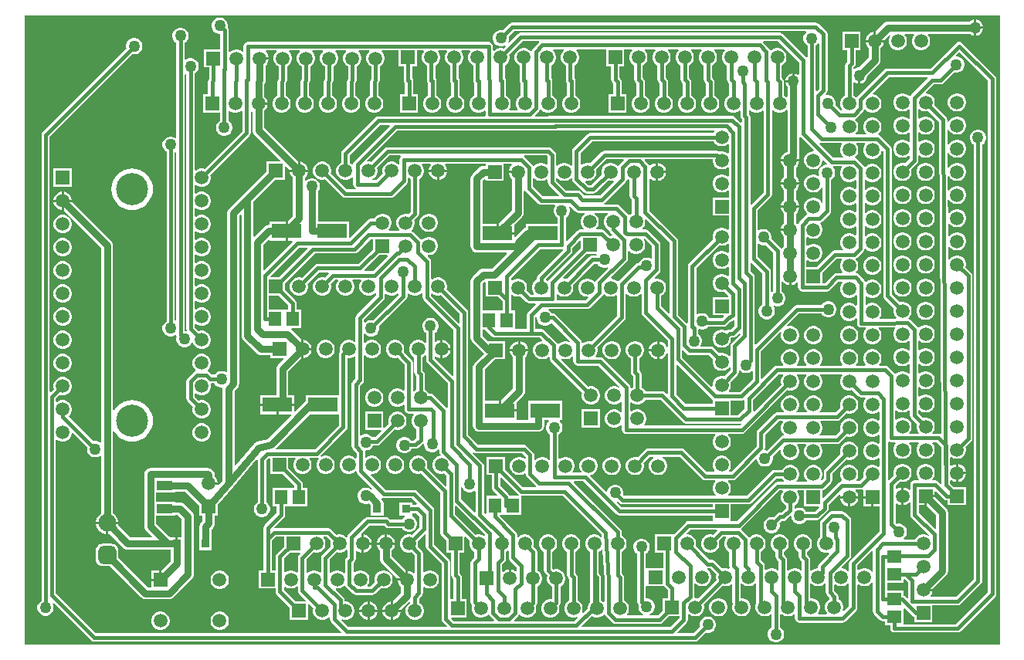
<source format=gtl>
G04*
G04 #@! TF.GenerationSoftware,Altium Limited,Altium Designer,22.5.1 (42)*
G04*
G04 Layer_Physical_Order=1*
G04 Layer_Color=255*
%FSLAX44Y44*%
%MOMM*%
G71*
G04*
G04 #@! TF.SameCoordinates,CA0BB6C5-CFA1-4992-A8A9-7B9ED42510D7*
G04*
G04*
G04 #@! TF.FilePolarity,Positive*
G04*
G01*
G75*
%ADD16R,1.5500X1.3500*%
%ADD17R,0.9000X0.9500*%
%ADD18R,1.8000X1.0000*%
%ADD19R,1.3500X1.5500*%
%ADD20R,3.2000X1.6000*%
%ADD33C,0.4000*%
%ADD34C,0.8000*%
%ADD35C,1.5000*%
%ADD36R,1.5000X1.5000*%
G04:AMPARAMS|DCode=37|XSize=1.95mm|YSize=1.95mm|CornerRadius=0.4875mm|HoleSize=0mm|Usage=FLASHONLY|Rotation=90.000|XOffset=0mm|YOffset=0mm|HoleType=Round|Shape=RoundedRectangle|*
%AMROUNDEDRECTD37*
21,1,1.9500,0.9750,0,0,90.0*
21,1,0.9750,1.9500,0,0,90.0*
1,1,0.9750,0.4875,0.4875*
1,1,0.9750,0.4875,-0.4875*
1,1,0.9750,-0.4875,-0.4875*
1,1,0.9750,-0.4875,0.4875*
%
%ADD37ROUNDEDRECTD37*%
%ADD38C,1.9500*%
%ADD39R,1.5000X1.5000*%
%ADD40R,1.5080X1.5080*%
%ADD41C,1.5080*%
%ADD42C,3.5160*%
%ADD43C,1.2700*%
G36*
X1069340Y0D02*
X0D01*
Y689610D01*
X1069340D01*
Y0D01*
D02*
G37*
%LPC*%
G36*
X1043512Y685185D02*
Y677592D01*
X1051105D01*
X1050526Y679753D01*
X1049356Y681781D01*
X1047701Y683436D01*
X1045673Y684606D01*
X1043512Y685185D01*
D02*
G37*
G36*
X1051105Y675052D02*
X1043512D01*
Y667459D01*
X1045673Y668038D01*
X1047701Y669208D01*
X1049356Y670863D01*
X1050526Y672891D01*
X1051105Y675052D01*
D02*
G37*
G36*
X1040972Y685185D02*
X1038811Y684606D01*
X1036783Y683436D01*
X1036266Y682918D01*
X946832D01*
X945125Y682694D01*
X943534Y682035D01*
X942168Y680986D01*
X933450Y672269D01*
Y662940D01*
X942779D01*
X948646Y668808D01*
X948710Y668795D01*
X948899Y668578D01*
X949287Y667385D01*
X948224Y665546D01*
X947540Y662992D01*
Y660349D01*
X948224Y657795D01*
X949546Y655506D01*
X951415Y653636D01*
X953705Y652315D01*
X956258Y651630D01*
X958902D01*
X961456Y652315D01*
X963745Y653636D01*
X965614Y655506D01*
X966936Y657795D01*
X967620Y660349D01*
Y662992D01*
X966936Y665546D01*
X965614Y667835D01*
X964994Y668456D01*
X965520Y669726D01*
X975041D01*
X975567Y668456D01*
X974946Y667835D01*
X973624Y665546D01*
X972940Y662992D01*
Y660349D01*
X973624Y657795D01*
X974946Y655506D01*
X976815Y653636D01*
X979105Y652315D01*
X981658Y651630D01*
X984302D01*
X986856Y652315D01*
X989145Y653636D01*
X991014Y655506D01*
X992336Y657795D01*
X993020Y660349D01*
Y662992D01*
X992336Y665546D01*
X991014Y667835D01*
X990394Y668456D01*
X990920Y669726D01*
X1036266D01*
X1036783Y669208D01*
X1038811Y668038D01*
X1040972Y667459D01*
Y676322D01*
Y685185D01*
D02*
G37*
G36*
X930910Y671710D02*
X930859D01*
X928305Y671026D01*
X926015Y669704D01*
X924146Y667835D01*
X922824Y665546D01*
X922140Y662992D01*
Y662940D01*
X930910D01*
Y671710D01*
D02*
G37*
G36*
X215372Y687498D02*
X213032D01*
X210771Y686892D01*
X208743Y685722D01*
X207088Y684067D01*
X205918Y682039D01*
X205312Y679778D01*
Y677438D01*
X205918Y675177D01*
X207088Y673149D01*
X208743Y671494D01*
X210771Y670324D01*
X213032Y669718D01*
X214653D01*
Y652660D01*
X196970D01*
Y632580D01*
X202381D01*
Y620285D01*
X201464Y618911D01*
X201111Y617140D01*
X201111Y617140D01*
Y603130D01*
X195700D01*
Y583050D01*
X214399D01*
Y574441D01*
X213569Y573962D01*
X211914Y572307D01*
X210744Y570279D01*
X210138Y568018D01*
Y565678D01*
X210744Y563417D01*
X211914Y561389D01*
X213569Y559734D01*
X215597Y558564D01*
X217858Y557958D01*
X220198D01*
X222459Y558564D01*
X224487Y559734D01*
X226142Y561389D01*
X227312Y563417D01*
X227918Y565678D01*
Y568018D01*
X227312Y570279D01*
X226142Y572307D01*
X224487Y573962D01*
X223657Y574441D01*
Y584715D01*
X224830Y585201D01*
X224975Y585056D01*
X227265Y583735D01*
X229818Y583050D01*
X232462D01*
X235016Y583735D01*
X237305Y585056D01*
X237864Y585615D01*
X239037Y585129D01*
Y563083D01*
X197378Y521424D01*
X195637Y521890D01*
X192983D01*
X190420Y521203D01*
X188121Y519876D01*
X188000Y519756D01*
X186827Y520242D01*
Y626311D01*
X187657Y626790D01*
X189312Y628445D01*
X190482Y630473D01*
X191088Y632734D01*
Y635074D01*
X190482Y637335D01*
X189312Y639363D01*
X187657Y641018D01*
X185629Y642188D01*
X183368Y642794D01*
X181028D01*
X178767Y642188D01*
X177175Y641269D01*
X175905Y641858D01*
Y659839D01*
X176735Y660318D01*
X178390Y661973D01*
X179560Y664001D01*
X180166Y666262D01*
Y668602D01*
X179560Y670863D01*
X178390Y672891D01*
X176735Y674546D01*
X174707Y675716D01*
X172446Y676322D01*
X170106D01*
X167845Y675716D01*
X165817Y674546D01*
X164162Y672891D01*
X162992Y670863D01*
X162386Y668602D01*
Y666262D01*
X162992Y664001D01*
X164162Y661973D01*
X165817Y660318D01*
X166647Y659839D01*
Y556006D01*
X165377Y555417D01*
X163785Y556336D01*
X161524Y556942D01*
X159184D01*
X156923Y556336D01*
X154895Y555166D01*
X153240Y553511D01*
X152070Y551483D01*
X151464Y549222D01*
Y546882D01*
X152070Y544621D01*
X153240Y542593D01*
X154895Y540938D01*
X155725Y540459D01*
Y354223D01*
X154895Y353744D01*
X153240Y352089D01*
X152070Y350061D01*
X151464Y347800D01*
Y345460D01*
X152070Y343199D01*
X153240Y341171D01*
X154895Y339516D01*
X156923Y338346D01*
X159184Y337740D01*
X161524D01*
X163785Y338346D01*
X165377Y339265D01*
X165873Y339165D01*
X166501Y338846D01*
X166723Y338630D01*
X166999Y337239D01*
X167052Y337160D01*
X166704Y335862D01*
Y333522D01*
X167310Y331261D01*
X168480Y329233D01*
X170135Y327578D01*
X172163Y326408D01*
X174424Y325802D01*
X176764D01*
X179025Y326408D01*
X181053Y327578D01*
X182708Y329233D01*
X183481Y330573D01*
X184844Y330393D01*
X184917Y330120D01*
X186244Y327821D01*
X188121Y325944D01*
X190420Y324617D01*
X192983Y323930D01*
X195637D01*
X198201Y324617D01*
X200499Y325944D01*
X202376Y327821D01*
X203703Y330120D01*
X204390Y332683D01*
Y335337D01*
X203703Y337901D01*
X202376Y340200D01*
X200499Y342076D01*
X198201Y343403D01*
X195637Y344090D01*
X192983D01*
X191243Y343624D01*
X186827Y348040D01*
Y350979D01*
X188000Y351465D01*
X188121Y351344D01*
X190420Y350017D01*
X192983Y349330D01*
X195637D01*
X198201Y350017D01*
X200499Y351344D01*
X202376Y353221D01*
X203703Y355519D01*
X204390Y358083D01*
Y360737D01*
X203703Y363301D01*
X202376Y365600D01*
X200499Y367476D01*
X198201Y368803D01*
X195637Y369490D01*
X192983D01*
X190420Y368803D01*
X188121Y367476D01*
X188000Y367355D01*
X186827Y367842D01*
Y376379D01*
X188000Y376865D01*
X188121Y376744D01*
X190420Y375417D01*
X192983Y374730D01*
X195637D01*
X198201Y375417D01*
X200499Y376744D01*
X202376Y378621D01*
X203703Y380919D01*
X204390Y383483D01*
Y386137D01*
X203703Y388701D01*
X202376Y390999D01*
X200499Y392876D01*
X198201Y394203D01*
X195637Y394890D01*
X192983D01*
X190420Y394203D01*
X188121Y392876D01*
X188000Y392756D01*
X186827Y393242D01*
Y401779D01*
X188000Y402265D01*
X188121Y402144D01*
X190420Y400817D01*
X192983Y400130D01*
X195637D01*
X198201Y400817D01*
X200499Y402144D01*
X202376Y404021D01*
X203703Y406320D01*
X204390Y408883D01*
Y411537D01*
X203703Y414101D01*
X202376Y416399D01*
X200499Y418276D01*
X198201Y419603D01*
X195637Y420290D01*
X192983D01*
X190420Y419603D01*
X188121Y418276D01*
X188000Y418156D01*
X186827Y418642D01*
Y427179D01*
X188000Y427665D01*
X188121Y427544D01*
X190420Y426217D01*
X192983Y425530D01*
X195637D01*
X198201Y426217D01*
X200499Y427544D01*
X202376Y429421D01*
X203703Y431720D01*
X204390Y434283D01*
Y436937D01*
X203703Y439501D01*
X202376Y441800D01*
X200499Y443676D01*
X198201Y445003D01*
X195637Y445690D01*
X192983D01*
X190420Y445003D01*
X188121Y443676D01*
X188000Y443555D01*
X186827Y444042D01*
Y452579D01*
X188000Y453065D01*
X188121Y452944D01*
X190420Y451617D01*
X192983Y450930D01*
X195637D01*
X198201Y451617D01*
X200499Y452944D01*
X202376Y454821D01*
X203703Y457119D01*
X204390Y459683D01*
Y462337D01*
X203703Y464901D01*
X202376Y467200D01*
X200499Y469076D01*
X198201Y470403D01*
X195637Y471090D01*
X192983D01*
X190420Y470403D01*
X188121Y469076D01*
X188000Y468955D01*
X186827Y469442D01*
Y477979D01*
X188000Y478465D01*
X188121Y478344D01*
X190420Y477017D01*
X192983Y476330D01*
X195637D01*
X198201Y477017D01*
X200499Y478344D01*
X202376Y480221D01*
X203703Y482519D01*
X204390Y485083D01*
Y487737D01*
X203703Y490301D01*
X202376Y492599D01*
X200499Y494476D01*
X198201Y495803D01*
X195637Y496490D01*
X192983D01*
X190420Y495803D01*
X188121Y494476D01*
X188000Y494356D01*
X186827Y494842D01*
Y503379D01*
X188000Y503865D01*
X188121Y503744D01*
X190420Y502417D01*
X192983Y501730D01*
X195637D01*
X198201Y502417D01*
X200499Y503744D01*
X202376Y505621D01*
X203703Y507920D01*
X204390Y510483D01*
Y513137D01*
X203924Y514878D01*
X246939Y557893D01*
X247943Y559395D01*
X248295Y561166D01*
X248295Y561166D01*
Y584227D01*
X249565Y584904D01*
X249944Y584649D01*
Y563880D01*
X250169Y562173D01*
X250828Y560582D01*
X251876Y559216D01*
X280448Y530644D01*
X279962Y529470D01*
X265550D01*
Y518719D01*
X239806Y492975D01*
X224126Y477294D01*
X223077Y475928D01*
X222418Y474337D01*
X222194Y472630D01*
Y298783D01*
X220924Y298195D01*
X219331Y299114D01*
X217070Y299720D01*
X214730D01*
X212469Y299114D01*
X210441Y297944D01*
X208786Y296289D01*
X208437Y295683D01*
X205467D01*
X202555Y298595D01*
X201185Y299511D01*
X201124Y299603D01*
X200991Y300088D01*
X200883Y300928D01*
X202376Y302421D01*
X203703Y304720D01*
X204390Y307283D01*
Y309937D01*
X203703Y312501D01*
X202376Y314799D01*
X200499Y316676D01*
X198201Y318003D01*
X195637Y318690D01*
X192983D01*
X190420Y318003D01*
X188121Y316676D01*
X186244Y314799D01*
X184917Y312501D01*
X184230Y309937D01*
Y307283D01*
X184917Y304720D01*
X186244Y302421D01*
X187733Y300932D01*
X187581Y299887D01*
X187483Y299607D01*
X187426Y299523D01*
X186037Y298595D01*
X186037Y298595D01*
X178925Y291483D01*
X177921Y289981D01*
X177569Y288210D01*
X177569Y288210D01*
Y269923D01*
X177569Y269923D01*
X177921Y268151D01*
X178925Y266649D01*
X184697Y260878D01*
X184230Y259137D01*
Y256483D01*
X184917Y253920D01*
X186244Y251621D01*
X188121Y249744D01*
X190420Y248417D01*
X192983Y247730D01*
X195637D01*
X198201Y248417D01*
X200499Y249744D01*
X202376Y251621D01*
X203703Y253920D01*
X204390Y256483D01*
Y259137D01*
X203703Y261701D01*
X202376Y264000D01*
X200499Y265876D01*
X198201Y267203D01*
X195637Y267890D01*
X192983D01*
X191243Y267424D01*
X186827Y271840D01*
Y274779D01*
X188000Y275265D01*
X188121Y275144D01*
X190420Y273817D01*
X192983Y273130D01*
X195637D01*
X198201Y273817D01*
X200499Y275144D01*
X202376Y277021D01*
X203703Y279319D01*
X204390Y281883D01*
Y284537D01*
X204154Y285418D01*
X204928Y286425D01*
X208178D01*
X208786Y285371D01*
X210441Y283716D01*
X212469Y282546D01*
X214730Y281940D01*
X215965D01*
X217079Y280674D01*
X217034Y280331D01*
Y179124D01*
X213088Y174474D01*
X211935Y175078D01*
X211970Y175208D01*
Y175260D01*
X201930D01*
Y177800D01*
X211970D01*
Y177852D01*
X211286Y180406D01*
X209964Y182695D01*
X208527Y184132D01*
Y185674D01*
X208302Y187381D01*
X207643Y188972D01*
X206595Y190338D01*
X205658Y191274D01*
X204292Y192323D01*
X202701Y192982D01*
X200994Y193206D01*
X138002D01*
X136295Y192982D01*
X134704Y192323D01*
X133338Y191274D01*
X132289Y189908D01*
X131630Y188317D01*
X131406Y186610D01*
Y129460D01*
X131630Y127753D01*
X132289Y126162D01*
X133338Y124796D01*
X139873Y118260D01*
X139387Y117087D01*
X115942D01*
X102636Y130392D01*
X102920Y131452D01*
Y131800D01*
X91900D01*
Y120780D01*
X92248D01*
X93307Y121064D01*
X108545Y105826D01*
X109911Y104778D01*
X111502Y104119D01*
X113210Y103894D01*
X160090D01*
Y103200D01*
X160534D01*
Y91513D01*
X150380Y81359D01*
Y70760D01*
X149110D01*
Y69490D01*
X139070D01*
Y62476D01*
X135553D01*
X102984Y95045D01*
Y102945D01*
X102729Y104881D01*
X101982Y106685D01*
X100793Y108234D01*
X99244Y109422D01*
X97441Y110169D01*
X95505Y110424D01*
X85755D01*
X83819Y110169D01*
X82015Y109422D01*
X80467Y108234D01*
X79278Y106685D01*
X78531Y104881D01*
X78276Y102945D01*
Y93195D01*
X78531Y91259D01*
X79278Y89456D01*
X80467Y87907D01*
X82015Y86718D01*
X83819Y85971D01*
X85755Y85716D01*
X93655D01*
X128156Y51216D01*
X129522Y50167D01*
X131113Y49508D01*
X132820Y49284D01*
X158530D01*
X160237Y49508D01*
X161828Y50167D01*
X163194Y51216D01*
X183734Y71756D01*
X184783Y73122D01*
X185442Y74713D01*
X185666Y76420D01*
Y140462D01*
X185442Y142169D01*
X184783Y143760D01*
X183734Y145126D01*
X175406Y153454D01*
X174040Y154503D01*
X172449Y155162D01*
X170742Y155386D01*
X165210D01*
Y156330D01*
X144598D01*
Y166250D01*
X165210D01*
Y167194D01*
X176538D01*
X191890Y151841D01*
Y141090D01*
X195334D01*
Y134985D01*
X193965Y133616D01*
X192917Y132250D01*
X192258Y130659D01*
X192033Y128952D01*
Y117780D01*
X191590D01*
Y103200D01*
X205670D01*
Y117780D01*
X205226D01*
Y126220D01*
X206595Y127588D01*
X207643Y128954D01*
X208302Y130545D01*
X208527Y132253D01*
Y141090D01*
X211970D01*
Y152767D01*
X228660Y172434D01*
X228660Y172434D01*
X254451Y202827D01*
X255721Y202360D01*
Y156183D01*
X254891Y155704D01*
X253236Y154049D01*
X252066Y152021D01*
X251460Y149760D01*
Y147420D01*
X252066Y145159D01*
X253236Y143131D01*
X254891Y141476D01*
X256919Y140306D01*
X259180Y139700D01*
X261520D01*
X263781Y140306D01*
X265809Y141476D01*
X267464Y143131D01*
X268634Y145159D01*
X269240Y147420D01*
Y149760D01*
X268634Y152021D01*
X267464Y154049D01*
X265809Y155704D01*
X264979Y156183D01*
Y201123D01*
X268090Y204234D01*
X269360Y203734D01*
Y186810D01*
X282894D01*
X295951Y173753D01*
Y171580D01*
X291290D01*
Y171580D01*
X290370D01*
Y171580D01*
X271790D01*
Y151000D01*
X276451D01*
Y144077D01*
X263427Y131053D01*
X262424Y129551D01*
X262071Y127780D01*
X262071Y127780D01*
Y115410D01*
X262071Y115410D01*
X262071Y115410D01*
Y81160D01*
X256660D01*
Y61080D01*
X275359D01*
Y57833D01*
X275359Y57832D01*
X275711Y56061D01*
X276715Y54559D01*
X290950Y40324D01*
Y26790D01*
X311030D01*
Y43985D01*
X312204Y44471D01*
X316809Y39865D01*
X316350Y38152D01*
Y35508D01*
X317034Y32955D01*
X318356Y30666D01*
X320225Y28796D01*
X322515Y27475D01*
X325069Y26790D01*
X327712D01*
X330266Y27475D01*
X332555Y28796D01*
X333779Y30020D01*
X335049Y29494D01*
Y27606D01*
X335049Y27606D01*
X335401Y25835D01*
X336405Y24333D01*
X347395Y13342D01*
X346909Y12169D01*
X78197D01*
X34427Y55939D01*
Y223979D01*
X35600Y224465D01*
X35721Y224344D01*
X38019Y223017D01*
X40583Y222330D01*
X43237D01*
X45801Y223017D01*
X48099Y224344D01*
X49976Y226221D01*
X51303Y228519D01*
X51990Y231083D01*
Y231396D01*
X53164Y231882D01*
X68908Y216138D01*
X68660Y215212D01*
Y212872D01*
X69266Y210611D01*
X70436Y208583D01*
X72091Y206928D01*
X74119Y205758D01*
X76380Y205152D01*
X78720D01*
X80981Y205758D01*
X82764Y206787D01*
X84034Y206337D01*
Y143453D01*
X83084Y142904D01*
X80795Y140616D01*
X79177Y137814D01*
X78340Y134688D01*
Y134340D01*
X90630D01*
X102920D01*
Y134688D01*
X102082Y137814D01*
X100464Y140616D01*
X98176Y142904D01*
X97226Y143453D01*
Y233412D01*
X98458Y233721D01*
X99144Y232437D01*
X101981Y228981D01*
X105437Y226144D01*
X109381Y224037D01*
X113660Y222738D01*
X118110Y222300D01*
X122560Y222738D01*
X126839Y224037D01*
X130782Y226144D01*
X134239Y228981D01*
X137076Y232437D01*
X139184Y236381D01*
X140482Y240660D01*
X140920Y245110D01*
X140482Y249560D01*
X139184Y253839D01*
X137076Y257782D01*
X134239Y261239D01*
X130782Y264076D01*
X126839Y266183D01*
X122560Y267482D01*
X118110Y267920D01*
X113660Y267482D01*
X109381Y266183D01*
X105437Y264076D01*
X101981Y261239D01*
X99144Y257782D01*
X98458Y256499D01*
X97226Y256808D01*
Y437691D01*
X97002Y439398D01*
X96343Y440989D01*
X95294Y442355D01*
X52509Y485140D01*
X43180D01*
Y475812D01*
X84034Y434958D01*
Y221747D01*
X82764Y221297D01*
X80981Y222326D01*
X78720Y222932D01*
X76380D01*
X75454Y222684D01*
X48247Y249892D01*
X49976Y251621D01*
X51303Y253920D01*
X51990Y256483D01*
Y259137D01*
X51303Y261701D01*
X49976Y264000D01*
X48099Y265876D01*
X45801Y267203D01*
X43237Y267890D01*
X40583D01*
X38019Y267203D01*
X35721Y265876D01*
X35600Y265756D01*
X34427Y266242D01*
Y269181D01*
X38843Y273597D01*
X40583Y273130D01*
X43237D01*
X45801Y273817D01*
X48099Y275144D01*
X49976Y277021D01*
X51303Y279319D01*
X51990Y281883D01*
Y284537D01*
X51303Y287101D01*
X49976Y289400D01*
X48099Y291276D01*
X45801Y292603D01*
X43237Y293290D01*
X40583D01*
X38019Y292603D01*
X35721Y291276D01*
X33844Y289400D01*
X32517Y287101D01*
X31830Y284537D01*
Y281883D01*
X32297Y280143D01*
X28996Y276843D01*
X27823Y277329D01*
Y556803D01*
X118380Y647360D01*
X119306Y647112D01*
X121646D01*
X123907Y647718D01*
X125935Y648888D01*
X127590Y650543D01*
X128760Y652571D01*
X129366Y654832D01*
Y657172D01*
X128760Y659433D01*
X127590Y661461D01*
X125935Y663116D01*
X123907Y664286D01*
X121646Y664892D01*
X119306D01*
X117045Y664286D01*
X115017Y663116D01*
X113362Y661461D01*
X112192Y659433D01*
X111586Y657172D01*
Y654832D01*
X111834Y653906D01*
X19921Y561993D01*
X18917Y560491D01*
X18565Y558720D01*
X18565Y558720D01*
Y47899D01*
X17735Y47420D01*
X16080Y45765D01*
X14910Y43737D01*
X14304Y41476D01*
Y39136D01*
X14910Y36875D01*
X16080Y34847D01*
X17735Y33192D01*
X19763Y32022D01*
X22024Y31416D01*
X24364D01*
X26625Y32022D01*
X28653Y33192D01*
X30308Y34847D01*
X31478Y36875D01*
X32084Y39136D01*
Y41476D01*
X31478Y43737D01*
X31120Y44357D01*
X32136Y45137D01*
X73007Y4267D01*
X73007Y4267D01*
X74509Y3263D01*
X76280Y2911D01*
X76280Y2911D01*
X735250D01*
X735250Y2911D01*
X737021Y3263D01*
X738523Y4267D01*
X747204Y12948D01*
X748130Y12700D01*
X750470D01*
X752731Y13306D01*
X754759Y14476D01*
X756414Y16131D01*
X757584Y18159D01*
X758190Y20420D01*
Y22760D01*
X757584Y25021D01*
X756414Y27049D01*
X754759Y28704D01*
X752731Y29874D01*
X750470Y30480D01*
X748130D01*
X745869Y29874D01*
X743841Y28704D01*
X742186Y27049D01*
X741016Y25021D01*
X740410Y22760D01*
Y20420D01*
X740658Y19494D01*
X733333Y12169D01*
X716241D01*
X715755Y13342D01*
X725983Y23571D01*
X725983Y23571D01*
X726987Y25073D01*
X727339Y26844D01*
Y32773D01*
X728512Y33259D01*
X729165Y32606D01*
X731455Y31284D01*
X734008Y30600D01*
X736652D01*
X739206Y31284D01*
X741495Y32606D01*
X743364Y34476D01*
X744686Y36765D01*
X745370Y39318D01*
Y41962D01*
X744911Y43675D01*
X765316Y64079D01*
X767029Y63620D01*
X769672D01*
X772226Y64304D01*
X774515Y65626D01*
X774820Y65931D01*
X775993Y65445D01*
Y46149D01*
X775993Y46149D01*
X776345Y44377D01*
X776625Y43958D01*
X776090Y41962D01*
Y39318D01*
X776775Y36765D01*
X778096Y34476D01*
X779966Y32606D01*
X782255Y31284D01*
X784809Y30600D01*
X787452D01*
X790006Y31284D01*
X792295Y32606D01*
X794164Y34476D01*
X795486Y36765D01*
X796170Y39318D01*
Y41962D01*
X795486Y44516D01*
X794164Y46805D01*
X792295Y48674D01*
X790006Y49996D01*
X787452Y50680D01*
X785251D01*
Y66165D01*
X786521Y66691D01*
X787586Y65626D01*
X789875Y64304D01*
X792429Y63620D01*
X795072D01*
X797626Y64304D01*
X799915Y65626D01*
X801139Y66850D01*
X802409Y66324D01*
Y45133D01*
X802409Y45132D01*
X802440Y44976D01*
X802175Y44516D01*
X801490Y41962D01*
Y39318D01*
X802175Y36765D01*
X803496Y34476D01*
X805366Y32606D01*
X807655Y31284D01*
X810209Y30600D01*
X812852D01*
X815406Y31284D01*
X817695Y32606D01*
X818254Y33165D01*
X819427Y32679D01*
Y18689D01*
X818597Y18210D01*
X816942Y16555D01*
X815772Y14527D01*
X815166Y12266D01*
Y9926D01*
X815772Y7665D01*
X816942Y5637D01*
X818597Y3982D01*
X820625Y2812D01*
X822886Y2206D01*
X825226D01*
X827487Y2812D01*
X829515Y3982D01*
X831170Y5637D01*
X832340Y7665D01*
X832946Y9926D01*
Y12266D01*
X832340Y14527D01*
X831170Y16555D01*
X829515Y18210D01*
X828685Y18689D01*
Y32891D01*
X829955Y33417D01*
X830766Y32606D01*
X833055Y31284D01*
X835609Y30600D01*
X838252D01*
X840806Y31284D01*
X843095Y32606D01*
X843654Y33165D01*
X844827Y32679D01*
Y28368D01*
X845179Y26597D01*
X846183Y25095D01*
X847685Y24091D01*
X849456Y23739D01*
X896700D01*
X896700Y23739D01*
X898471Y24091D01*
X899973Y25095D01*
X911911Y37033D01*
X911911Y37033D01*
X912915Y38535D01*
X913267Y40306D01*
Y65286D01*
X914440Y65771D01*
X914585Y65626D01*
X916875Y64304D01*
X919428Y63620D01*
X922072D01*
X924626Y64304D01*
X926915Y65626D01*
X928784Y67495D01*
X928901Y67698D01*
X930171Y67358D01*
Y36196D01*
X930171Y36196D01*
X930523Y34424D01*
X931527Y32923D01*
X937877Y26573D01*
X937877Y26573D01*
X939379Y25569D01*
X941150Y25217D01*
X943480D01*
Y20556D01*
X949141D01*
Y17446D01*
X949494Y15675D01*
X950497Y14173D01*
X951999Y13169D01*
X953770Y12817D01*
X1022938D01*
X1022938Y12817D01*
X1024709Y13169D01*
X1026211Y14173D01*
X1064311Y52273D01*
X1064311Y52273D01*
X1065315Y53775D01*
X1065667Y55546D01*
Y619934D01*
X1065315Y621705D01*
X1064311Y623207D01*
X1064311Y623207D01*
X1027989Y659529D01*
X1026487Y660533D01*
X1024716Y660885D01*
X1022945Y660533D01*
X1021443Y659529D01*
X1021443Y659529D01*
X993335Y631421D01*
X946230D01*
X946230Y631421D01*
X944459Y631069D01*
X942957Y630065D01*
X942957Y630065D01*
X913239Y600347D01*
X913134Y600191D01*
X911499Y600030D01*
X910405Y601124D01*
X908869Y602011D01*
Y615894D01*
X910139Y616425D01*
X911811Y615460D01*
X913972Y614881D01*
Y623744D01*
X916512D01*
Y614881D01*
X918673Y615460D01*
X920701Y616630D01*
X922356Y618285D01*
X923526Y620313D01*
X924132Y622574D01*
Y623305D01*
X936845Y636018D01*
X937893Y637384D01*
X938552Y638975D01*
X938777Y640682D01*
Y654068D01*
X940214Y655506D01*
X941536Y657795D01*
X942220Y660349D01*
Y660400D01*
X922140D01*
Y660349D01*
X922824Y657795D01*
X924146Y655506D01*
X925584Y654068D01*
Y643415D01*
X914803Y632634D01*
X914072D01*
X911811Y632028D01*
X910139Y631063D01*
X908869Y631594D01*
Y632803D01*
X910053Y633987D01*
X910053Y633987D01*
X911057Y635489D01*
X911409Y637260D01*
Y651630D01*
X916820D01*
Y671710D01*
X896740D01*
Y651630D01*
X902151D01*
Y639178D01*
X900967Y637994D01*
X899964Y636492D01*
X899611Y634720D01*
X899611Y634720D01*
Y602011D01*
X898075Y601124D01*
X896206Y599255D01*
X894884Y596966D01*
X894200Y594412D01*
Y591768D01*
X894884Y589215D01*
X896065Y587170D01*
X895820Y586311D01*
X895514Y585822D01*
X894852Y585736D01*
X889166Y591422D01*
X889414Y592348D01*
Y594688D01*
X888808Y596949D01*
X887638Y598977D01*
X885983Y600632D01*
X883956Y601802D01*
X881695Y602408D01*
X879354D01*
X879054Y602328D01*
X878397Y603466D01*
X879145Y604215D01*
X879145Y604215D01*
X880149Y605717D01*
X880501Y607488D01*
X880501Y607488D01*
Y669210D01*
X880149Y670981D01*
X879145Y672483D01*
X879145Y672483D01*
X871017Y680611D01*
X869515Y681615D01*
X867744Y681967D01*
X867744Y681967D01*
X535004D01*
X535004Y681967D01*
X533233Y681615D01*
X531731Y680611D01*
X531731Y680611D01*
X524654Y673534D01*
X523728Y673782D01*
X521388D01*
X519127Y673176D01*
X517099Y672006D01*
X515444Y670351D01*
X514274Y668323D01*
X513668Y666062D01*
Y663722D01*
X514274Y661461D01*
X515444Y659433D01*
X517099Y657778D01*
X519127Y656608D01*
X521388Y656002D01*
X523728D01*
X525989Y656608D01*
X526832Y657094D01*
X527612Y656078D01*
X525005Y653471D01*
X523292Y653930D01*
X520648D01*
X518095Y653246D01*
X515806Y651924D01*
X514741Y650860D01*
X513471Y651386D01*
Y656002D01*
X513119Y657773D01*
X512115Y659275D01*
X510613Y660279D01*
X508842Y660631D01*
X244682D01*
X242911Y660279D01*
X241409Y659275D01*
X240405Y657773D01*
X240053Y656002D01*
Y650835D01*
X238880Y650350D01*
X238575Y650654D01*
X236286Y651976D01*
X233732Y652660D01*
X231089D01*
X228535Y651976D01*
X226245Y650654D01*
X225181Y649590D01*
X223911Y650116D01*
Y673528D01*
X223911Y673528D01*
X223559Y675299D01*
X222817Y676410D01*
X223092Y677438D01*
Y679778D01*
X222486Y682039D01*
X221316Y684067D01*
X219661Y685722D01*
X217633Y686892D01*
X215372Y687498D01*
D02*
G37*
G36*
X51990Y521890D02*
X31830D01*
Y501730D01*
X51990D01*
Y521890D01*
D02*
G37*
G36*
X43237Y496490D02*
X43180D01*
Y487680D01*
X51990D01*
Y487737D01*
X51303Y490301D01*
X49976Y492599D01*
X48099Y494476D01*
X45801Y495803D01*
X43237Y496490D01*
D02*
G37*
G36*
X40640D02*
X40583D01*
X38019Y495803D01*
X35721Y494476D01*
X33844Y492599D01*
X32517Y490301D01*
X31830Y487737D01*
Y487680D01*
X40640D01*
Y496490D01*
D02*
G37*
G36*
Y485140D02*
X31830D01*
Y485083D01*
X32517Y482519D01*
X33844Y480221D01*
X35721Y478344D01*
X38019Y477017D01*
X40583Y476330D01*
X40640D01*
Y485140D01*
D02*
G37*
G36*
X118110Y521920D02*
X113660Y521482D01*
X109381Y520183D01*
X105437Y518076D01*
X101981Y515239D01*
X99144Y511782D01*
X97037Y507839D01*
X95738Y503560D01*
X95300Y499110D01*
X95738Y494660D01*
X97037Y490381D01*
X99144Y486437D01*
X101981Y482981D01*
X105437Y480144D01*
X109381Y478036D01*
X113660Y476738D01*
X118110Y476300D01*
X122560Y476738D01*
X126839Y478036D01*
X130782Y480144D01*
X134239Y482981D01*
X137076Y486437D01*
X139184Y490381D01*
X140482Y494660D01*
X140920Y499110D01*
X140482Y503560D01*
X139184Y507839D01*
X137076Y511782D01*
X134239Y515239D01*
X130782Y518076D01*
X126839Y520183D01*
X122560Y521482D01*
X118110Y521920D01*
D02*
G37*
G36*
X43237Y471090D02*
X40583D01*
X38019Y470403D01*
X35721Y469076D01*
X33844Y467200D01*
X32517Y464901D01*
X31830Y462337D01*
Y459683D01*
X32517Y457119D01*
X33844Y454821D01*
X35721Y452944D01*
X38019Y451617D01*
X40583Y450930D01*
X43237D01*
X45801Y451617D01*
X48099Y452944D01*
X49976Y454821D01*
X51303Y457119D01*
X51990Y459683D01*
Y462337D01*
X51303Y464901D01*
X49976Y467200D01*
X48099Y469076D01*
X45801Y470403D01*
X43237Y471090D01*
D02*
G37*
G36*
Y445690D02*
X40583D01*
X38019Y445003D01*
X35721Y443676D01*
X33844Y441800D01*
X32517Y439501D01*
X31830Y436937D01*
Y434283D01*
X32517Y431720D01*
X33844Y429421D01*
X35721Y427544D01*
X38019Y426217D01*
X40583Y425530D01*
X43237D01*
X45801Y426217D01*
X48099Y427544D01*
X49976Y429421D01*
X51303Y431720D01*
X51990Y434283D01*
Y436937D01*
X51303Y439501D01*
X49976Y441800D01*
X48099Y443676D01*
X45801Y445003D01*
X43237Y445690D01*
D02*
G37*
G36*
Y420290D02*
X40583D01*
X38019Y419603D01*
X35721Y418276D01*
X33844Y416399D01*
X32517Y414101D01*
X31830Y411537D01*
Y408883D01*
X32517Y406320D01*
X33844Y404021D01*
X35721Y402144D01*
X38019Y400817D01*
X40583Y400130D01*
X43237D01*
X45801Y400817D01*
X48099Y402144D01*
X49976Y404021D01*
X51303Y406320D01*
X51990Y408883D01*
Y411537D01*
X51303Y414101D01*
X49976Y416399D01*
X48099Y418276D01*
X45801Y419603D01*
X43237Y420290D01*
D02*
G37*
G36*
Y394890D02*
X40583D01*
X38019Y394203D01*
X35721Y392876D01*
X33844Y390999D01*
X32517Y388701D01*
X31830Y386137D01*
Y383483D01*
X32517Y380919D01*
X33844Y378621D01*
X35721Y376744D01*
X38019Y375417D01*
X40583Y374730D01*
X43237D01*
X45801Y375417D01*
X48099Y376744D01*
X49976Y378621D01*
X51303Y380919D01*
X51990Y383483D01*
Y386137D01*
X51303Y388701D01*
X49976Y390999D01*
X48099Y392876D01*
X45801Y394203D01*
X43237Y394890D01*
D02*
G37*
G36*
Y369490D02*
X40583D01*
X38019Y368803D01*
X35721Y367476D01*
X33844Y365600D01*
X32517Y363301D01*
X31830Y360737D01*
Y358083D01*
X32517Y355519D01*
X33844Y353221D01*
X35721Y351344D01*
X38019Y350017D01*
X40583Y349330D01*
X43237D01*
X45801Y350017D01*
X48099Y351344D01*
X49976Y353221D01*
X51303Y355519D01*
X51990Y358083D01*
Y360737D01*
X51303Y363301D01*
X49976Y365600D01*
X48099Y367476D01*
X45801Y368803D01*
X43237Y369490D01*
D02*
G37*
G36*
Y344090D02*
X40583D01*
X38019Y343403D01*
X35721Y342076D01*
X33844Y340200D01*
X32517Y337901D01*
X31830Y335337D01*
Y332683D01*
X32517Y330120D01*
X33844Y327821D01*
X35721Y325944D01*
X38019Y324617D01*
X40583Y323930D01*
X43237D01*
X45801Y324617D01*
X48099Y325944D01*
X49976Y327821D01*
X51303Y330120D01*
X51990Y332683D01*
Y335337D01*
X51303Y337901D01*
X49976Y340200D01*
X48099Y342076D01*
X45801Y343403D01*
X43237Y344090D01*
D02*
G37*
G36*
Y318690D02*
X40583D01*
X38019Y318003D01*
X35721Y316676D01*
X33844Y314799D01*
X32517Y312501D01*
X31830Y309937D01*
Y307283D01*
X32517Y304720D01*
X33844Y302421D01*
X35721Y300544D01*
X38019Y299217D01*
X40583Y298530D01*
X43237D01*
X45801Y299217D01*
X48099Y300544D01*
X49976Y302421D01*
X51303Y304720D01*
X51990Y307283D01*
Y309937D01*
X51303Y312501D01*
X49976Y314799D01*
X48099Y316676D01*
X45801Y318003D01*
X43237Y318690D01*
D02*
G37*
G36*
X195637Y242490D02*
X192983D01*
X190420Y241803D01*
X188121Y240476D01*
X186244Y238599D01*
X184917Y236301D01*
X184230Y233737D01*
Y231083D01*
X184917Y228519D01*
X186244Y226221D01*
X188121Y224344D01*
X190420Y223017D01*
X192983Y222330D01*
X195637D01*
X198201Y223017D01*
X200499Y224344D01*
X202376Y226221D01*
X203703Y228519D01*
X204390Y231083D01*
Y233737D01*
X203703Y236301D01*
X202376Y238599D01*
X200499Y240476D01*
X198201Y241803D01*
X195637Y242490D01*
D02*
G37*
G36*
X89360Y131800D02*
X78340D01*
Y131452D01*
X79177Y128326D01*
X80795Y125524D01*
X83084Y123235D01*
X85886Y121617D01*
X89012Y120780D01*
X89360D01*
Y131800D01*
D02*
G37*
G36*
X147840Y80800D02*
X139070D01*
Y72030D01*
X147840D01*
Y80800D01*
D02*
G37*
G36*
X215432D02*
X212788D01*
X210235Y80116D01*
X207945Y78794D01*
X206076Y76925D01*
X204754Y74635D01*
X204070Y72082D01*
Y69438D01*
X204754Y66885D01*
X206076Y64595D01*
X207945Y62726D01*
X210235Y61404D01*
X212788Y60720D01*
X215432D01*
X217985Y61404D01*
X220275Y62726D01*
X222144Y64595D01*
X223466Y66885D01*
X224150Y69438D01*
Y72082D01*
X223466Y74635D01*
X222144Y76925D01*
X220275Y78794D01*
X217985Y80116D01*
X215432Y80800D01*
D02*
G37*
G36*
X762052Y50680D02*
X759408D01*
X756855Y49996D01*
X754566Y48674D01*
X752696Y46805D01*
X751375Y44516D01*
X750690Y41962D01*
Y39318D01*
X751375Y36765D01*
X752696Y34476D01*
X754566Y32606D01*
X756855Y31284D01*
X759408Y30600D01*
X762052D01*
X764606Y31284D01*
X766895Y32606D01*
X768764Y34476D01*
X770086Y36765D01*
X770770Y39318D01*
Y41962D01*
X770086Y44516D01*
X768764Y46805D01*
X766895Y48674D01*
X764606Y49996D01*
X762052Y50680D01*
D02*
G37*
G36*
X215432Y35800D02*
X212788D01*
X210235Y35116D01*
X207945Y33794D01*
X206076Y31925D01*
X204754Y29635D01*
X204070Y27082D01*
Y24438D01*
X204754Y21885D01*
X206076Y19595D01*
X207945Y17726D01*
X210235Y16404D01*
X212788Y15720D01*
X215432D01*
X217985Y16404D01*
X220275Y17726D01*
X222144Y19595D01*
X223466Y21885D01*
X224150Y24438D01*
Y27082D01*
X223466Y29635D01*
X222144Y31925D01*
X220275Y33794D01*
X217985Y35116D01*
X215432Y35800D01*
D02*
G37*
G36*
X150432D02*
X147788D01*
X145235Y35116D01*
X142945Y33794D01*
X141076Y31925D01*
X139754Y29635D01*
X139070Y27082D01*
Y24438D01*
X139754Y21885D01*
X141076Y19595D01*
X142945Y17726D01*
X145235Y16404D01*
X147788Y15720D01*
X150432D01*
X152985Y16404D01*
X155275Y17726D01*
X157144Y19595D01*
X158466Y21885D01*
X159150Y24438D01*
Y27082D01*
X158466Y29635D01*
X157144Y31925D01*
X155275Y33794D01*
X152985Y35116D01*
X150432Y35800D01*
D02*
G37*
%LPD*%
G36*
X564134Y661121D02*
X564302Y660350D01*
X557385Y653433D01*
X556381Y651931D01*
X556206Y651049D01*
X554828Y650631D01*
X553535Y651924D01*
X551246Y653246D01*
X548692Y653930D01*
X546049D01*
X543495Y653246D01*
X541205Y651924D01*
X539336Y650055D01*
X538014Y647766D01*
X537330Y645212D01*
Y642569D01*
X538014Y640015D01*
X539336Y637725D01*
X541205Y635856D01*
X542741Y634970D01*
Y618918D01*
X542741Y618918D01*
X543094Y617147D01*
X544011Y615773D01*
Y602011D01*
X542476Y601124D01*
X540606Y599255D01*
X539285Y596966D01*
X538600Y594412D01*
Y591768D01*
X539285Y589215D01*
X540606Y586926D01*
X540679Y586852D01*
X540193Y585679D01*
X531687D01*
X531201Y586852D01*
X531274Y586926D01*
X532596Y589215D01*
X533280Y591768D01*
Y594412D01*
X532596Y596966D01*
X531274Y599255D01*
X529405Y601124D01*
X527869Y602011D01*
Y617648D01*
X527869Y617648D01*
X527517Y619419D01*
X526599Y620793D01*
Y634970D01*
X528135Y635856D01*
X530004Y637725D01*
X531326Y640015D01*
X532010Y642569D01*
Y645212D01*
X531551Y646925D01*
X546246Y661620D01*
X563819D01*
X564134Y661121D01*
D02*
G37*
G36*
X857245Y671439D02*
X855981Y670174D01*
X854810Y668147D01*
X854204Y665886D01*
Y663545D01*
X854810Y661284D01*
X855981Y659257D01*
X857636Y657602D01*
X858465Y657123D01*
Y644071D01*
X857640Y643685D01*
X857195Y643633D01*
X831306Y669522D01*
X829805Y670526D01*
X828033Y670878D01*
X828033Y670878D01*
X544329D01*
X544329Y670878D01*
X542557Y670526D01*
X541056Y669522D01*
X541056Y669522D01*
X531372Y659838D01*
X530356Y660618D01*
X530842Y661461D01*
X531448Y663722D01*
Y666062D01*
X531200Y666988D01*
X536921Y672709D01*
X856719D01*
X857245Y671439D01*
D02*
G37*
G36*
X1056409Y618017D02*
Y57463D01*
X1021021Y22075D01*
X964060D01*
Y38921D01*
X965110Y39667D01*
X973760Y31017D01*
X975262Y30014D01*
X975480Y29970D01*
Y24250D01*
X995560D01*
Y42789D01*
X1023446D01*
X1023446Y42789D01*
X1025217Y43141D01*
X1026719Y44145D01*
X1048817Y66243D01*
X1048817Y66243D01*
X1049821Y67745D01*
X1050173Y69516D01*
X1050173Y69516D01*
Y548079D01*
X1051003Y548558D01*
X1052658Y550213D01*
X1053828Y552241D01*
X1054434Y554502D01*
Y556842D01*
X1053828Y559103D01*
X1052658Y561131D01*
X1051003Y562786D01*
X1048975Y563956D01*
X1046714Y564562D01*
X1044374D01*
X1042113Y563956D01*
X1040085Y562786D01*
X1038430Y561131D01*
X1037260Y559103D01*
X1036654Y556842D01*
Y554502D01*
X1037260Y552241D01*
X1038430Y550213D01*
X1040085Y548558D01*
X1040915Y548079D01*
Y71433D01*
X1021529Y52047D01*
X993735D01*
X993249Y53220D01*
X993554Y53526D01*
X994876Y55815D01*
X995560Y58369D01*
Y58420D01*
X985520D01*
Y60960D01*
X996119D01*
X1010765Y75606D01*
X1011813Y76972D01*
X1012472Y78563D01*
X1012697Y80270D01*
Y144520D01*
X1012472Y146227D01*
X1011813Y147818D01*
X1010765Y149185D01*
X998659Y161290D01*
X989330D01*
Y151961D01*
X999504Y141788D01*
Y126810D01*
X998331Y126324D01*
X980577Y144077D01*
Y152520D01*
X986790D01*
Y162560D01*
X988060D01*
Y163830D01*
X998100D01*
Y167174D01*
X999274Y167660D01*
X1007646Y159287D01*
X1007647Y159287D01*
X1009148Y158284D01*
X1010920Y157931D01*
X1010920Y157931D01*
X1012310D01*
Y152520D01*
X1032390D01*
Y172600D01*
X1018857D01*
X1014867Y176590D01*
Y179585D01*
X1016040Y180072D01*
X1016186Y179926D01*
X1018475Y178605D01*
X1021029Y177920D01*
X1021080D01*
Y187960D01*
Y198000D01*
X1021029D01*
X1018475Y197316D01*
X1016186Y195994D01*
X1016040Y195849D01*
X1014867Y196335D01*
Y204986D01*
X1016040Y205471D01*
X1016186Y205326D01*
X1018475Y204004D01*
X1021029Y203320D01*
X1023672D01*
X1026226Y204004D01*
X1028515Y205326D01*
X1030384Y207195D01*
X1031706Y209485D01*
X1032390Y212038D01*
Y214682D01*
X1031931Y216395D01*
X1037895Y222359D01*
X1037895Y222359D01*
X1038899Y223861D01*
X1039251Y225632D01*
X1039251Y225632D01*
Y404288D01*
X1039251Y404288D01*
X1038899Y406060D01*
X1037895Y407562D01*
X1037895Y407562D01*
X1031931Y413526D01*
X1032390Y415238D01*
Y417882D01*
X1031706Y420436D01*
X1030384Y422725D01*
X1028515Y424594D01*
X1026226Y425916D01*
X1023672Y426600D01*
X1021029D01*
X1018475Y425916D01*
X1016186Y424594D01*
X1014316Y422725D01*
X1014206Y422535D01*
X1012979Y422859D01*
X1012880Y435742D01*
X1014148Y436087D01*
X1014316Y435796D01*
X1016186Y433926D01*
X1018475Y432604D01*
X1021029Y431920D01*
X1023672D01*
X1026226Y432604D01*
X1028515Y433926D01*
X1030384Y435796D01*
X1031706Y438085D01*
X1032390Y440639D01*
Y443282D01*
X1031706Y445836D01*
X1030384Y448125D01*
X1028515Y449994D01*
X1026226Y451316D01*
X1023672Y452000D01*
X1021029D01*
X1018475Y451316D01*
X1016186Y449994D01*
X1014316Y448125D01*
X1014060Y447681D01*
X1012787Y448016D01*
X1012685Y461482D01*
X1013952Y461826D01*
X1014316Y461195D01*
X1016186Y459326D01*
X1018475Y458004D01*
X1021029Y457320D01*
X1023672D01*
X1026226Y458004D01*
X1028515Y459326D01*
X1030384Y461195D01*
X1031706Y463485D01*
X1032390Y466039D01*
Y468682D01*
X1031706Y471236D01*
X1030384Y473525D01*
X1028515Y475394D01*
X1026226Y476716D01*
X1023672Y477400D01*
X1021029D01*
X1018475Y476716D01*
X1016186Y475394D01*
X1014316Y473525D01*
X1013869Y472750D01*
X1012596Y473086D01*
X1012489Y487221D01*
X1013756Y487565D01*
X1014316Y486595D01*
X1016186Y484726D01*
X1018475Y483405D01*
X1021029Y482720D01*
X1023672D01*
X1026226Y483405D01*
X1028515Y484726D01*
X1030384Y486595D01*
X1031706Y488885D01*
X1032390Y491438D01*
Y494082D01*
X1031706Y496636D01*
X1030384Y498925D01*
X1028515Y500794D01*
X1026226Y502116D01*
X1023672Y502800D01*
X1021029D01*
X1018475Y502116D01*
X1016186Y500794D01*
X1014316Y498925D01*
X1013678Y497820D01*
X1012406Y498156D01*
X1012293Y512960D01*
X1013560Y513305D01*
X1014316Y511996D01*
X1016186Y510126D01*
X1018475Y508805D01*
X1021029Y508120D01*
X1023672D01*
X1026226Y508805D01*
X1028515Y510126D01*
X1030384Y511996D01*
X1031706Y514285D01*
X1032390Y516838D01*
Y519482D01*
X1031706Y522036D01*
X1030384Y524325D01*
X1028515Y526194D01*
X1026226Y527516D01*
X1023672Y528200D01*
X1021029D01*
X1018475Y527516D01*
X1016186Y526194D01*
X1014316Y524325D01*
X1013487Y522889D01*
X1012215Y523225D01*
X1012097Y538699D01*
X1013364Y539044D01*
X1014316Y537396D01*
X1016186Y535526D01*
X1018475Y534204D01*
X1021029Y533520D01*
X1023672D01*
X1026226Y534204D01*
X1028515Y535526D01*
X1030384Y537396D01*
X1031706Y539685D01*
X1032390Y542239D01*
Y544882D01*
X1031706Y547436D01*
X1030384Y549725D01*
X1028515Y551594D01*
X1026226Y552916D01*
X1023672Y553600D01*
X1021029D01*
X1018475Y552916D01*
X1016186Y551594D01*
X1014316Y549725D01*
X1013297Y547959D01*
X1012024Y548295D01*
X1011901Y564439D01*
X1013169Y564783D01*
X1014316Y562795D01*
X1016186Y560926D01*
X1018475Y559604D01*
X1021029Y558920D01*
X1023672D01*
X1026226Y559604D01*
X1028515Y560926D01*
X1030384Y562795D01*
X1031706Y565085D01*
X1032390Y567639D01*
Y570282D01*
X1031706Y572836D01*
X1030384Y575125D01*
X1028515Y576994D01*
X1026226Y578316D01*
X1023672Y579000D01*
X1021029D01*
X1018475Y578316D01*
X1016186Y576994D01*
X1014316Y575125D01*
X1013106Y573028D01*
X1012461Y573027D01*
X1011834Y573251D01*
X1011819Y575266D01*
X1011640Y576131D01*
X1011467Y577002D01*
X1011457Y577017D01*
X1011453Y577034D01*
X1010955Y577768D01*
X1010463Y578504D01*
X997641Y591326D01*
X998100Y593038D01*
Y595682D01*
X997416Y598236D01*
X996094Y600525D01*
X994225Y602394D01*
X991936Y603716D01*
X989382Y604400D01*
X988686D01*
X988200Y605574D01*
X996915Y614289D01*
X1004650D01*
X1004650Y614289D01*
X1006421Y614641D01*
X1007923Y615645D01*
X1019572Y627294D01*
X1020498Y627046D01*
X1022838D01*
X1025099Y627652D01*
X1027127Y628822D01*
X1028782Y630477D01*
X1029952Y632505D01*
X1030558Y634766D01*
Y637106D01*
X1029952Y639367D01*
X1028782Y641395D01*
X1027127Y643050D01*
X1025099Y644220D01*
X1022838Y644826D01*
X1021628D01*
X1021102Y646096D01*
X1024716Y649710D01*
X1056409Y618017D01*
D02*
G37*
G36*
X849399Y638337D02*
Y625348D01*
X848129Y624759D01*
X846537Y625678D01*
X844376Y626257D01*
Y617394D01*
X843106D01*
Y616124D01*
X834243D01*
X834822Y613963D01*
X835992Y611935D01*
X836510Y611418D01*
Y600616D01*
X835240Y600090D01*
X834205Y601124D01*
X832669Y602011D01*
Y617140D01*
X832317Y618911D01*
X831313Y620413D01*
X831313Y620413D01*
X830129Y621597D01*
Y634970D01*
X831665Y635856D01*
X833534Y637725D01*
X834856Y640015D01*
X835540Y642569D01*
Y645212D01*
X834856Y647766D01*
X833534Y650055D01*
X831665Y651924D01*
X829376Y653246D01*
X826822Y653930D01*
X824178D01*
X821625Y653246D01*
X819335Y651924D01*
X818895Y651484D01*
X817819Y651811D01*
X817617Y652002D01*
X816661Y653433D01*
X816661Y653433D01*
X809744Y660350D01*
X809912Y661121D01*
X810227Y661620D01*
X826116D01*
X849399Y638337D01*
D02*
G37*
G36*
X871243Y658690D02*
Y609405D01*
X868897Y607059D01*
X867723Y607545D01*
Y657123D01*
X868553Y657602D01*
X869973Y659022D01*
X871243Y658690D01*
D02*
G37*
G36*
X990523Y620990D02*
X972167Y602633D01*
X971452Y601563D01*
X970176Y601275D01*
X969905Y601314D01*
X968825Y602394D01*
X966536Y603716D01*
X963982Y604400D01*
X961339D01*
X958785Y603716D01*
X956496Y602394D01*
X954626Y600525D01*
X953305Y598236D01*
X952620Y595682D01*
Y593038D01*
X953305Y590485D01*
X954626Y588195D01*
X956496Y586326D01*
X958785Y585005D01*
X961339Y584320D01*
X963982D01*
X966536Y585005D01*
X968825Y586326D01*
X969541Y587042D01*
X970811Y586516D01*
Y576804D01*
X969541Y576278D01*
X968825Y576994D01*
X966536Y578316D01*
X963982Y579000D01*
X961339D01*
X958785Y578316D01*
X956496Y576994D01*
X954626Y575125D01*
X953305Y572836D01*
X952620Y570282D01*
Y567639D01*
X953305Y565085D01*
X954626Y562795D01*
X956496Y560926D01*
X958785Y559604D01*
X961339Y558920D01*
X963982D01*
X966536Y559604D01*
X968825Y560926D01*
X969541Y561642D01*
X970811Y561116D01*
Y551404D01*
X969541Y550878D01*
X968825Y551594D01*
X966536Y552916D01*
X963982Y553600D01*
X961339D01*
X958785Y552916D01*
X956496Y551594D01*
X954626Y549725D01*
X953305Y547436D01*
X952620Y544882D01*
Y542239D01*
X953305Y539685D01*
X954626Y537396D01*
X956496Y535526D01*
X958785Y534204D01*
X961339Y533520D01*
X963982D01*
X966536Y534204D01*
X968825Y535526D01*
X969541Y536242D01*
X970811Y535716D01*
Y532857D01*
X965695Y527741D01*
X963982Y528200D01*
X961339D01*
X958785Y527516D01*
X956496Y526194D01*
X954626Y524325D01*
X953305Y522036D01*
X952620Y519482D01*
Y516838D01*
X953305Y514285D01*
X954626Y511996D01*
X956496Y510126D01*
X958785Y508805D01*
X961339Y508120D01*
X963982D01*
X966536Y508805D01*
X968825Y510126D01*
X970694Y511996D01*
X972016Y514285D01*
X972700Y516838D01*
Y519482D01*
X972241Y521195D01*
X978713Y527667D01*
X978713Y527667D01*
X979717Y529169D01*
X980069Y530940D01*
Y535694D01*
X981242Y536180D01*
X981896Y535526D01*
X984185Y534204D01*
X986739Y533520D01*
X989382D01*
X991936Y534204D01*
X994225Y535526D01*
X996094Y537396D01*
X997416Y539685D01*
X998100Y542239D01*
Y544882D01*
X997416Y547436D01*
X996094Y549725D01*
X994225Y551594D01*
X991936Y552916D01*
X989382Y553600D01*
X986739D01*
X984185Y552916D01*
X981896Y551594D01*
X981242Y550941D01*
X980069Y551427D01*
Y561093D01*
X981242Y561580D01*
X981896Y560926D01*
X984185Y559604D01*
X986739Y558920D01*
X989382D01*
X991936Y559604D01*
X994225Y560926D01*
X996094Y562795D01*
X997416Y565085D01*
X998100Y567639D01*
Y570282D01*
X997416Y572836D01*
X996094Y575125D01*
X994225Y576994D01*
X991936Y578316D01*
X989382Y579000D01*
X986739D01*
X984185Y578316D01*
X981896Y576994D01*
X981242Y576341D01*
X980069Y576827D01*
Y586493D01*
X981242Y586979D01*
X981896Y586326D01*
X984185Y585005D01*
X986739Y584320D01*
X989382D01*
X991095Y584779D01*
X1002576Y573299D01*
X1005179Y231225D01*
X1003914Y230555D01*
X1002364Y230863D01*
X1002364Y230863D01*
X996021D01*
X995535Y232036D01*
X996094Y232596D01*
X997416Y234885D01*
X998100Y237439D01*
Y240082D01*
X997416Y242636D01*
X996094Y244925D01*
X994225Y246794D01*
X991936Y248116D01*
X989382Y248800D01*
X986739D01*
X985026Y248341D01*
X980069Y253298D01*
Y256294D01*
X981242Y256779D01*
X981896Y256126D01*
X984185Y254804D01*
X986739Y254120D01*
X989382D01*
X991936Y254804D01*
X994225Y256126D01*
X996094Y257995D01*
X997416Y260285D01*
X998100Y262838D01*
Y265482D01*
X997416Y268036D01*
X996094Y270325D01*
X994225Y272194D01*
X991936Y273516D01*
X989382Y274200D01*
X986739D01*
X984185Y273516D01*
X981896Y272194D01*
X981242Y271541D01*
X980069Y272027D01*
Y281693D01*
X981242Y282180D01*
X981896Y281526D01*
X984185Y280205D01*
X986739Y279520D01*
X989382D01*
X991936Y280205D01*
X994225Y281526D01*
X996094Y283396D01*
X997416Y285685D01*
X998100Y288239D01*
Y290882D01*
X997416Y293436D01*
X996094Y295725D01*
X994225Y297594D01*
X991936Y298916D01*
X989382Y299600D01*
X986739D01*
X984185Y298916D01*
X981896Y297594D01*
X981242Y296941D01*
X980069Y297427D01*
Y307094D01*
X981242Y307579D01*
X981896Y306926D01*
X984185Y305604D01*
X986739Y304920D01*
X989382D01*
X991936Y305604D01*
X994225Y306926D01*
X996094Y308796D01*
X997416Y311085D01*
X998100Y313638D01*
Y316282D01*
X997416Y318836D01*
X996094Y321125D01*
X994225Y322994D01*
X991936Y324316D01*
X989382Y325000D01*
X986739D01*
X984185Y324316D01*
X981896Y322994D01*
X981242Y322341D01*
X980069Y322827D01*
Y332494D01*
X981242Y332980D01*
X981896Y332326D01*
X984185Y331004D01*
X986739Y330320D01*
X989382D01*
X991936Y331004D01*
X994225Y332326D01*
X996094Y334196D01*
X997416Y336485D01*
X998100Y339039D01*
Y341682D01*
X997416Y344236D01*
X996094Y346525D01*
X994225Y348394D01*
X991936Y349716D01*
X989382Y350400D01*
X986739D01*
X984185Y349716D01*
X981896Y348394D01*
X980929Y347428D01*
X980758Y347386D01*
X979364Y347659D01*
X978713Y348633D01*
X978713Y348633D01*
X971601Y355745D01*
X971582Y355758D01*
X971570Y355776D01*
X970832Y356259D01*
X970099Y356749D01*
X970078Y356753D01*
X970059Y356765D01*
X969723Y356829D01*
X969284Y358005D01*
X969301Y358202D01*
X970694Y359595D01*
X972016Y361885D01*
X972700Y364439D01*
Y367082D01*
X972016Y369636D01*
X970694Y371925D01*
X968825Y373794D01*
X966536Y375116D01*
X963982Y375800D01*
X961339D01*
X959626Y375341D01*
X950859Y384108D01*
Y542972D01*
X950859Y542972D01*
X950507Y544743D01*
X949503Y546245D01*
X949503Y546245D01*
X938073Y557675D01*
X936571Y558679D01*
X936539Y558685D01*
X936527Y558701D01*
X936197Y560048D01*
X937674Y561525D01*
X938996Y563815D01*
X939680Y566368D01*
Y569012D01*
X938996Y571566D01*
X937674Y573855D01*
X935805Y575724D01*
X933516Y577046D01*
X930962Y577730D01*
X928318D01*
X925765Y577046D01*
X923475Y575724D01*
X921606Y573855D01*
X920285Y571566D01*
X919600Y569012D01*
Y566368D01*
X920285Y563815D01*
X921606Y561525D01*
X922831Y560301D01*
X922305Y559031D01*
X911576D01*
X911050Y560301D01*
X912274Y561525D01*
X913596Y563815D01*
X914280Y566368D01*
Y569012D01*
X913596Y571566D01*
X912274Y573855D01*
X910931Y575199D01*
X911135Y576337D01*
X911296Y576625D01*
X912673Y577545D01*
X919785Y584657D01*
X919785Y584657D01*
X920705Y586034D01*
X920990Y586195D01*
X922132Y586400D01*
X923475Y585056D01*
X925765Y583735D01*
X928318Y583050D01*
X930962D01*
X933516Y583735D01*
X935805Y585056D01*
X937674Y586926D01*
X938996Y589215D01*
X939680Y591768D01*
Y594412D01*
X938996Y596966D01*
X937674Y599255D01*
X935805Y601124D01*
X933516Y602446D01*
X930962Y603130D01*
X930774D01*
X930288Y604304D01*
X948147Y622163D01*
X990037D01*
X990523Y620990D01*
D02*
G37*
G36*
X767984Y651373D02*
X766666Y650055D01*
X765344Y647766D01*
X764660Y645212D01*
Y642569D01*
X765344Y640015D01*
X766666Y637725D01*
X768536Y635856D01*
X770071Y634970D01*
Y619680D01*
X770071Y619680D01*
X770424Y617909D01*
X771427Y616407D01*
X772611Y615223D01*
Y602011D01*
X771076Y601124D01*
X769206Y599255D01*
X767885Y596966D01*
X767200Y594412D01*
Y591768D01*
X767885Y589215D01*
X769206Y586926D01*
X771076Y585056D01*
X773365Y583735D01*
X775919Y583050D01*
X778562D01*
X781116Y583735D01*
X783405Y585056D01*
X783710Y585361D01*
X784883Y584875D01*
Y580056D01*
X784883Y580056D01*
X785235Y578285D01*
X786239Y576783D01*
X786661Y576361D01*
Y572571D01*
X785488Y572085D01*
X779323Y578249D01*
X777821Y579253D01*
X776050Y579605D01*
X776050Y579605D01*
X576057D01*
X576057Y579605D01*
X574285Y579253D01*
X574115Y579139D01*
X560095D01*
X559609Y580312D01*
X564185Y584889D01*
X564185Y584889D01*
X565046Y586177D01*
X566014Y586421D01*
X566493Y586439D01*
X567876Y585056D01*
X570165Y583735D01*
X572719Y583050D01*
X575362D01*
X577916Y583735D01*
X580205Y585056D01*
X582074Y586926D01*
X583396Y589215D01*
X584080Y591768D01*
Y594412D01*
X583396Y596966D01*
X582074Y599255D01*
X580205Y601124D01*
X578669Y602011D01*
Y617648D01*
X578669Y617648D01*
X578317Y619419D01*
X577399Y620793D01*
Y634970D01*
X578935Y635856D01*
X580804Y637725D01*
X582126Y640015D01*
X582810Y642569D01*
Y645212D01*
X582126Y647766D01*
X580804Y650055D01*
X579486Y651373D01*
X580012Y652643D01*
X590928D01*
X591454Y651373D01*
X590136Y650055D01*
X588815Y647766D01*
X588130Y645212D01*
Y642569D01*
X588815Y640015D01*
X590136Y637725D01*
X592006Y635856D01*
X593541Y634970D01*
Y618918D01*
X593541Y618918D01*
X593894Y617147D01*
X594811Y615773D01*
Y602011D01*
X593275Y601124D01*
X591406Y599255D01*
X590084Y596966D01*
X589400Y594412D01*
Y591768D01*
X590084Y589215D01*
X591406Y586926D01*
X593275Y585056D01*
X595565Y583735D01*
X598119Y583050D01*
X600762D01*
X603316Y583735D01*
X605605Y585056D01*
X607474Y586926D01*
X608796Y589215D01*
X609480Y591768D01*
Y594412D01*
X608796Y596966D01*
X607474Y599255D01*
X605605Y601124D01*
X604069Y602011D01*
Y617648D01*
X604069Y617648D01*
X603717Y619419D01*
X602799Y620793D01*
Y634970D01*
X604335Y635856D01*
X606204Y637725D01*
X607526Y640015D01*
X608210Y642569D01*
Y645212D01*
X607526Y647766D01*
X606204Y650055D01*
X604886Y651373D01*
X605412Y652643D01*
X637660D01*
Y633850D01*
X643071D01*
Y619680D01*
X643071Y619680D01*
X643424Y617909D01*
X644427Y616407D01*
X645611Y615223D01*
Y603130D01*
X640200D01*
Y583050D01*
X660280D01*
Y603130D01*
X654869D01*
Y617140D01*
X654517Y618911D01*
X653513Y620413D01*
X653513Y620413D01*
X652329Y621597D01*
Y633850D01*
X657740D01*
Y652643D01*
X665858D01*
X666384Y651373D01*
X665066Y650055D01*
X663745Y647766D01*
X663060Y645212D01*
Y642569D01*
X663745Y640015D01*
X665066Y637725D01*
X666936Y635856D01*
X668471Y634970D01*
Y619680D01*
X668471Y619680D01*
X668824Y617909D01*
X669827Y616407D01*
X671011Y615223D01*
Y602011D01*
X669475Y601124D01*
X667606Y599255D01*
X666284Y596966D01*
X665600Y594412D01*
Y591768D01*
X666284Y589215D01*
X667606Y586926D01*
X669475Y585056D01*
X671765Y583735D01*
X674318Y583050D01*
X676962D01*
X679516Y583735D01*
X681805Y585056D01*
X683674Y586926D01*
X684996Y589215D01*
X685680Y591768D01*
Y594412D01*
X684996Y596966D01*
X683674Y599255D01*
X681805Y601124D01*
X680269Y602011D01*
Y617140D01*
X679917Y618911D01*
X678913Y620413D01*
X678913Y620413D01*
X677729Y621597D01*
Y634970D01*
X679265Y635856D01*
X681134Y637725D01*
X682456Y640015D01*
X683140Y642569D01*
Y645212D01*
X682456Y647766D01*
X681134Y650055D01*
X679816Y651373D01*
X680342Y652643D01*
X691258D01*
X691784Y651373D01*
X690466Y650055D01*
X689145Y647766D01*
X688460Y645212D01*
Y642569D01*
X689145Y640015D01*
X690466Y637725D01*
X692336Y635856D01*
X693871Y634970D01*
Y619680D01*
X693871Y619680D01*
X694224Y617909D01*
X695227Y616407D01*
X696411Y615223D01*
Y602011D01*
X694875Y601124D01*
X693006Y599255D01*
X691684Y596966D01*
X691000Y594412D01*
Y591768D01*
X691684Y589215D01*
X693006Y586926D01*
X694875Y585056D01*
X697165Y583735D01*
X699718Y583050D01*
X702362D01*
X704916Y583735D01*
X707205Y585056D01*
X709074Y586926D01*
X710396Y589215D01*
X711080Y591768D01*
Y594412D01*
X710396Y596966D01*
X709074Y599255D01*
X707205Y601124D01*
X705669Y602011D01*
Y617140D01*
X705317Y618911D01*
X704313Y620413D01*
X704313Y620413D01*
X703129Y621597D01*
Y634970D01*
X704665Y635856D01*
X706534Y637725D01*
X707856Y640015D01*
X708540Y642569D01*
Y645212D01*
X707856Y647766D01*
X706534Y650055D01*
X705216Y651373D01*
X705742Y652643D01*
X716658D01*
X717184Y651373D01*
X715866Y650055D01*
X714545Y647766D01*
X713860Y645212D01*
Y642569D01*
X714545Y640015D01*
X715866Y637725D01*
X717736Y635856D01*
X719271Y634970D01*
Y619680D01*
X719271Y619680D01*
X719624Y617909D01*
X720627Y616407D01*
X721811Y615223D01*
Y602011D01*
X720275Y601124D01*
X718406Y599255D01*
X717085Y596966D01*
X716400Y594412D01*
Y591768D01*
X717085Y589215D01*
X718406Y586926D01*
X720275Y585056D01*
X722565Y583735D01*
X725118Y583050D01*
X727762D01*
X730316Y583735D01*
X732605Y585056D01*
X734474Y586926D01*
X735796Y589215D01*
X736480Y591768D01*
Y594412D01*
X735796Y596966D01*
X734474Y599255D01*
X732605Y601124D01*
X731069Y602011D01*
Y617140D01*
X730717Y618911D01*
X729713Y620413D01*
X729713Y620413D01*
X728529Y621597D01*
Y634970D01*
X730065Y635856D01*
X731934Y637725D01*
X733256Y640015D01*
X733940Y642569D01*
Y645212D01*
X733256Y647766D01*
X731934Y650055D01*
X730616Y651373D01*
X731142Y652643D01*
X742058D01*
X742584Y651373D01*
X741266Y650055D01*
X739945Y647766D01*
X739260Y645212D01*
Y642569D01*
X739945Y640015D01*
X741266Y637725D01*
X743136Y635856D01*
X744671Y634970D01*
Y619680D01*
X744671Y619680D01*
X745024Y617909D01*
X746027Y616407D01*
X747211Y615223D01*
Y602011D01*
X745676Y601124D01*
X743806Y599255D01*
X742485Y596966D01*
X741800Y594412D01*
Y591768D01*
X742485Y589215D01*
X743806Y586926D01*
X745676Y585056D01*
X747965Y583735D01*
X750518Y583050D01*
X753162D01*
X755716Y583735D01*
X758005Y585056D01*
X759874Y586926D01*
X761196Y589215D01*
X761880Y591768D01*
Y594412D01*
X761196Y596966D01*
X759874Y599255D01*
X758005Y601124D01*
X756469Y602011D01*
Y617140D01*
X756117Y618911D01*
X755113Y620413D01*
X755113Y620413D01*
X753929Y621597D01*
Y634970D01*
X755465Y635856D01*
X757334Y637725D01*
X758656Y640015D01*
X759340Y642569D01*
Y645212D01*
X758656Y647766D01*
X757334Y650055D01*
X756016Y651373D01*
X756542Y652643D01*
X767458D01*
X767984Y651373D01*
D02*
G37*
G36*
X488681Y650200D02*
X488536Y650055D01*
X487215Y647766D01*
X486530Y645212D01*
Y642569D01*
X487215Y640015D01*
X488536Y637725D01*
X490406Y635856D01*
X491941Y634970D01*
Y618918D01*
X491941Y618918D01*
X492294Y617147D01*
X493211Y615773D01*
Y602011D01*
X491675Y601124D01*
X489806Y599255D01*
X488484Y596966D01*
X487800Y594412D01*
Y591768D01*
X488484Y589215D01*
X489806Y586926D01*
X491675Y585056D01*
X493965Y583735D01*
X496519Y583050D01*
X499162D01*
X501716Y583735D01*
X504005Y585056D01*
X504310Y585361D01*
X505483Y584875D01*
Y581050D01*
X505611Y580409D01*
X504568Y579139D01*
X388234D01*
X388234Y579139D01*
X386463Y578787D01*
X384961Y577783D01*
X384961Y577783D01*
X348517Y541339D01*
X347514Y539838D01*
X347161Y538066D01*
X347161Y538066D01*
Y528351D01*
X345625Y527464D01*
X343756Y525595D01*
X342435Y523306D01*
X341750Y520752D01*
Y518108D01*
X342435Y515555D01*
X343756Y513265D01*
X345625Y511396D01*
X347915Y510075D01*
X350468Y509390D01*
X353112D01*
X355666Y510075D01*
X357955Y511396D01*
X359179Y512620D01*
X360449Y512094D01*
Y504364D01*
X360801Y502593D01*
X361805Y501091D01*
X363307Y500087D01*
X363103Y498833D01*
X353534D01*
X335971Y516396D01*
X336430Y518108D01*
Y520752D01*
X335746Y523306D01*
X334424Y525595D01*
X332555Y527464D01*
X330266Y528786D01*
X327712Y529470D01*
X325069D01*
X322515Y528786D01*
X320225Y527464D01*
X318356Y525595D01*
X317034Y523306D01*
X316350Y520752D01*
Y518108D01*
X317034Y515555D01*
X318356Y513265D01*
X320225Y511396D01*
X322515Y510075D01*
X325069Y509390D01*
X327712D01*
X329425Y509849D01*
X348343Y490931D01*
X348343Y490931D01*
X349845Y489927D01*
X351617Y489575D01*
X401400D01*
X401400Y489575D01*
X403171Y489927D01*
X404673Y490931D01*
X419151Y505409D01*
X419151Y505409D01*
X420155Y506911D01*
X420507Y508682D01*
X420507Y508682D01*
Y511055D01*
X421680Y511541D01*
X421825Y511396D01*
X423361Y510510D01*
Y474358D01*
X420865Y471861D01*
X419152Y472320D01*
X416508D01*
X413955Y471636D01*
X411665Y470314D01*
X409796Y468445D01*
X408475Y466156D01*
X407790Y463602D01*
Y460959D01*
X408475Y458405D01*
X409796Y456115D01*
X411093Y454819D01*
X410566Y453549D01*
X399694D01*
X399168Y454819D01*
X400464Y456115D01*
X401786Y458405D01*
X402470Y460959D01*
Y463602D01*
X401786Y466156D01*
X400464Y468445D01*
X398595Y470314D01*
X396306Y471636D01*
X393752Y472320D01*
X391109D01*
X388555Y471636D01*
X386265Y470314D01*
X384396Y468445D01*
X383510Y466909D01*
X379890D01*
X379890Y466909D01*
X378119Y466557D01*
X376617Y465553D01*
X376617Y465553D01*
X357133Y446070D01*
X355960Y446556D01*
Y463930D01*
X321890D01*
Y496356D01*
X322408Y496873D01*
X323578Y498901D01*
X324184Y501162D01*
Y503502D01*
X323578Y505763D01*
X322408Y507791D01*
X320753Y509446D01*
X318725Y510616D01*
X316464Y511222D01*
X314124D01*
X311863Y510616D01*
X309835Y509446D01*
X308857Y508467D01*
X307587Y508993D01*
Y511828D01*
X309024Y513265D01*
X310346Y515555D01*
X311030Y518108D01*
Y518160D01*
X290950D01*
Y518108D01*
X291635Y515555D01*
X292956Y513265D01*
X294394Y511828D01*
Y469693D01*
X288690Y463989D01*
Y453390D01*
Y442850D01*
X293653D01*
X294139Y441677D01*
X262780Y410318D01*
X261607Y410804D01*
Y437792D01*
X267707Y443892D01*
X268880Y443406D01*
Y442850D01*
X286150D01*
Y453390D01*
Y463930D01*
X268880D01*
Y459987D01*
X267876D01*
X266169Y459762D01*
X264578Y459103D01*
X263212Y458055D01*
X252240Y447083D01*
X251067Y447569D01*
Y485578D01*
X274879Y509390D01*
X285630D01*
Y523802D01*
X286804Y524288D01*
X290392Y520700D01*
X299720D01*
Y530029D01*
X263137Y566613D01*
Y585488D01*
X264574Y586926D01*
X265896Y589215D01*
X266580Y591768D01*
Y591820D01*
X256540D01*
Y594360D01*
X266580D01*
Y594412D01*
X265896Y596966D01*
X264574Y599255D01*
X263137Y600692D01*
Y614608D01*
X263523Y615112D01*
X264182Y616703D01*
X264407Y618410D01*
Y635018D01*
X265844Y636455D01*
X267166Y638745D01*
X267850Y641299D01*
Y641350D01*
X257810D01*
Y643890D01*
X267850D01*
Y643942D01*
X267166Y646496D01*
X265844Y648785D01*
X264526Y650103D01*
X265052Y651373D01*
X275968D01*
X276494Y650103D01*
X275176Y648785D01*
X273855Y646496D01*
X273170Y643942D01*
Y641299D01*
X273855Y638745D01*
X275176Y636455D01*
X277045Y634586D01*
X278581Y633700D01*
Y620285D01*
X277664Y618911D01*
X277311Y617140D01*
X277311Y617140D01*
Y602011D01*
X275776Y601124D01*
X273906Y599255D01*
X272584Y596966D01*
X271900Y594412D01*
Y591768D01*
X272584Y589215D01*
X273906Y586926D01*
X275776Y585056D01*
X278065Y583735D01*
X280618Y583050D01*
X283262D01*
X285816Y583735D01*
X288105Y585056D01*
X289974Y586926D01*
X291296Y589215D01*
X291980Y591768D01*
Y594412D01*
X291296Y596966D01*
X289974Y599255D01*
X288105Y601124D01*
X286569Y602011D01*
Y615265D01*
X287487Y616639D01*
X287839Y618410D01*
X287839Y618410D01*
Y633700D01*
X289375Y634586D01*
X291244Y636455D01*
X292566Y638745D01*
X293250Y641299D01*
Y643942D01*
X292566Y646496D01*
X291244Y648785D01*
X289926Y650103D01*
X290452Y651373D01*
X301368D01*
X301894Y650103D01*
X300576Y648785D01*
X299254Y646496D01*
X298570Y643942D01*
Y641299D01*
X299254Y638745D01*
X300576Y636455D01*
X302446Y634586D01*
X303981Y633700D01*
Y620285D01*
X303064Y618911D01*
X302711Y617140D01*
X302711Y617140D01*
Y602011D01*
X301175Y601124D01*
X299306Y599255D01*
X297985Y596966D01*
X297300Y594412D01*
Y591768D01*
X297985Y589215D01*
X299306Y586926D01*
X301175Y585056D01*
X303465Y583735D01*
X306019Y583050D01*
X308662D01*
X311216Y583735D01*
X313505Y585056D01*
X315374Y586926D01*
X316696Y589215D01*
X317380Y591768D01*
Y594412D01*
X316696Y596966D01*
X315374Y599255D01*
X313505Y601124D01*
X311969Y602011D01*
Y615265D01*
X312887Y616639D01*
X313239Y618410D01*
X313239Y618410D01*
Y633700D01*
X314775Y634586D01*
X316644Y636455D01*
X317966Y638745D01*
X318650Y641299D01*
Y643942D01*
X317966Y646496D01*
X316644Y648785D01*
X315326Y650103D01*
X315852Y651373D01*
X326768D01*
X327294Y650103D01*
X325976Y648785D01*
X324655Y646496D01*
X323970Y643942D01*
Y641299D01*
X324655Y638745D01*
X325976Y636455D01*
X327845Y634586D01*
X329381Y633700D01*
Y620285D01*
X328464Y618911D01*
X328111Y617140D01*
X328111Y617140D01*
Y602011D01*
X326576Y601124D01*
X324706Y599255D01*
X323385Y596966D01*
X322700Y594412D01*
Y591768D01*
X323385Y589215D01*
X324706Y586926D01*
X326576Y585056D01*
X328865Y583735D01*
X331418Y583050D01*
X334062D01*
X336616Y583735D01*
X338905Y585056D01*
X340774Y586926D01*
X342096Y589215D01*
X342780Y591768D01*
Y594412D01*
X342096Y596966D01*
X340774Y599255D01*
X338905Y601124D01*
X337369Y602011D01*
Y615265D01*
X338287Y616639D01*
X338639Y618410D01*
X338639Y618410D01*
Y633700D01*
X340175Y634586D01*
X342044Y636455D01*
X343366Y638745D01*
X344050Y641299D01*
Y643942D01*
X343366Y646496D01*
X342044Y648785D01*
X340726Y650103D01*
X341252Y651373D01*
X352168D01*
X352694Y650103D01*
X351376Y648785D01*
X350055Y646496D01*
X349370Y643942D01*
Y641299D01*
X350055Y638745D01*
X351376Y636455D01*
X353246Y634586D01*
X354781Y633700D01*
Y620285D01*
X353864Y618911D01*
X353511Y617140D01*
X353511Y617140D01*
Y602011D01*
X351976Y601124D01*
X350106Y599255D01*
X348784Y596966D01*
X348100Y594412D01*
Y591768D01*
X348784Y589215D01*
X350106Y586926D01*
X351976Y585056D01*
X354265Y583735D01*
X356819Y583050D01*
X359462D01*
X362016Y583735D01*
X364305Y585056D01*
X366174Y586926D01*
X367496Y589215D01*
X368180Y591768D01*
Y594412D01*
X367496Y596966D01*
X366174Y599255D01*
X364305Y601124D01*
X362769Y602011D01*
Y615265D01*
X363687Y616639D01*
X364039Y618410D01*
X364039Y618410D01*
Y633700D01*
X365575Y634586D01*
X367444Y636455D01*
X368766Y638745D01*
X369450Y641299D01*
Y643942D01*
X368766Y646496D01*
X367444Y648785D01*
X366126Y650103D01*
X366652Y651373D01*
X377568D01*
X378094Y650103D01*
X376776Y648785D01*
X375454Y646496D01*
X374770Y643942D01*
Y641299D01*
X375454Y638745D01*
X376776Y636455D01*
X378646Y634586D01*
X380181Y633700D01*
Y620285D01*
X379264Y618911D01*
X378911Y617140D01*
X378911Y617140D01*
Y602011D01*
X377375Y601124D01*
X375506Y599255D01*
X374184Y596966D01*
X373500Y594412D01*
Y591768D01*
X374184Y589215D01*
X375506Y586926D01*
X377375Y585056D01*
X379665Y583735D01*
X382219Y583050D01*
X384862D01*
X387416Y583735D01*
X389705Y585056D01*
X391574Y586926D01*
X392896Y589215D01*
X393580Y591768D01*
Y594412D01*
X392896Y596966D01*
X391574Y599255D01*
X389705Y601124D01*
X388169Y602011D01*
Y615265D01*
X389087Y616639D01*
X389439Y618410D01*
X389439Y618410D01*
Y633700D01*
X390975Y634586D01*
X392844Y636455D01*
X394166Y638745D01*
X394850Y641299D01*
Y643942D01*
X394166Y646496D01*
X392844Y648785D01*
X391526Y650103D01*
X392052Y651373D01*
X410330D01*
Y633850D01*
X415741D01*
Y618918D01*
X415741Y618918D01*
X416094Y617147D01*
X417011Y615773D01*
Y603130D01*
X411600D01*
Y583050D01*
X431680D01*
Y603130D01*
X426269D01*
Y617648D01*
X426269Y617648D01*
X425917Y619419D01*
X424999Y620793D01*
Y633850D01*
X430410D01*
Y651373D01*
X437395D01*
X437881Y650200D01*
X437736Y650055D01*
X436414Y647766D01*
X435730Y645212D01*
Y642569D01*
X436414Y640015D01*
X437736Y637725D01*
X439605Y635856D01*
X441141Y634970D01*
Y618918D01*
X441141Y618918D01*
X441494Y617147D01*
X442411Y615773D01*
Y602011D01*
X440876Y601124D01*
X439006Y599255D01*
X437685Y596966D01*
X437000Y594412D01*
Y591768D01*
X437685Y589215D01*
X439006Y586926D01*
X440876Y585056D01*
X443165Y583735D01*
X445718Y583050D01*
X448362D01*
X450916Y583735D01*
X453205Y585056D01*
X455074Y586926D01*
X456396Y589215D01*
X457080Y591768D01*
Y594412D01*
X456396Y596966D01*
X455074Y599255D01*
X453205Y601124D01*
X451669Y602011D01*
Y617648D01*
X451669Y617648D01*
X451317Y619419D01*
X450399Y620793D01*
Y634970D01*
X451935Y635856D01*
X453804Y637725D01*
X455126Y640015D01*
X455810Y642569D01*
Y645212D01*
X455126Y647766D01*
X453804Y650055D01*
X453660Y650200D01*
X454146Y651373D01*
X462795D01*
X463281Y650200D01*
X463136Y650055D01*
X461814Y647766D01*
X461130Y645212D01*
Y642569D01*
X461814Y640015D01*
X463136Y637725D01*
X465005Y635856D01*
X466541Y634970D01*
Y618918D01*
X466541Y618918D01*
X466894Y617147D01*
X467811Y615773D01*
Y602011D01*
X466275Y601124D01*
X464406Y599255D01*
X463084Y596966D01*
X462400Y594412D01*
Y591768D01*
X463084Y589215D01*
X464406Y586926D01*
X466275Y585056D01*
X468565Y583735D01*
X471119Y583050D01*
X473762D01*
X476316Y583735D01*
X478605Y585056D01*
X480474Y586926D01*
X481796Y589215D01*
X482480Y591768D01*
Y594412D01*
X481796Y596966D01*
X480474Y599255D01*
X478605Y601124D01*
X477069Y602011D01*
Y617648D01*
X477069Y617648D01*
X476717Y619419D01*
X475799Y620793D01*
Y634970D01*
X477335Y635856D01*
X479204Y637725D01*
X480526Y640015D01*
X481210Y642569D01*
Y645212D01*
X480526Y647766D01*
X479204Y650055D01*
X479059Y650200D01*
X479546Y651373D01*
X488195D01*
X488681Y650200D01*
D02*
G37*
G36*
X756651Y562570D02*
X756506Y562425D01*
X755620Y560889D01*
X620428D01*
X620428Y560889D01*
X618657Y560537D01*
X617155Y559533D01*
X601835Y544213D01*
X600831Y542711D01*
X600479Y540940D01*
X600479Y540940D01*
Y525496D01*
X599209Y524970D01*
X597985Y526194D01*
X595696Y527516D01*
X593142Y528200D01*
X590499D01*
X587945Y527516D01*
X585656Y526194D01*
X584359Y524898D01*
X583089Y525424D01*
Y536740D01*
X583089Y536740D01*
X582737Y538512D01*
X581734Y540014D01*
X577788Y543959D01*
X576286Y544963D01*
X574515Y545315D01*
X574515Y545315D01*
X398446D01*
X396674Y544963D01*
X395173Y543959D01*
X395173Y543959D01*
X380225Y529011D01*
X378512Y529470D01*
X376175D01*
X375493Y530585D01*
X408250Y563341D01*
X581729D01*
X581729Y563341D01*
X583500Y563694D01*
X583574Y563743D01*
X756165D01*
X756651Y562570D01*
D02*
G37*
G36*
X756506Y550095D02*
X758375Y548226D01*
X760665Y546904D01*
X763219Y546220D01*
X765862D01*
X768416Y546904D01*
X770705Y548226D01*
X771010Y548531D01*
X772183Y548045D01*
Y539076D01*
X771010Y538590D01*
X770705Y538894D01*
X768416Y540216D01*
X765862Y540900D01*
X763219D01*
X761354Y540401D01*
X760432Y541017D01*
X758660Y541369D01*
X758660Y541369D01*
X635800D01*
X634029Y541017D01*
X632527Y540014D01*
X632527Y540013D01*
X620255Y527741D01*
X618542Y528200D01*
X615899D01*
X613345Y527516D01*
X611055Y526194D01*
X610910Y526049D01*
X609737Y526535D01*
Y539023D01*
X622346Y551631D01*
X755620D01*
X756506Y550095D01*
D02*
G37*
G36*
X873837Y549773D02*
X895865D01*
X896351Y548600D01*
X896206Y548455D01*
X894884Y546166D01*
X894200Y543612D01*
Y540969D01*
X894884Y538415D01*
X896206Y536125D01*
X897431Y534901D01*
X896905Y533631D01*
X886933D01*
X871528Y549036D01*
X871777Y549540D01*
X872277Y550083D01*
X873837Y549773D01*
D02*
G37*
G36*
X412553Y534966D02*
X412586Y534787D01*
X411601Y533313D01*
X411249Y531542D01*
Y526766D01*
X409979Y526240D01*
X408755Y527464D01*
X406466Y528786D01*
X403912Y529470D01*
X401269D01*
X398715Y528786D01*
X396426Y527464D01*
X394556Y525595D01*
X393234Y523306D01*
X392550Y520752D01*
Y518108D01*
X393009Y516396D01*
X385607Y508993D01*
X381732D01*
X381392Y510263D01*
X383355Y511396D01*
X385224Y513265D01*
X386546Y515555D01*
X387230Y518108D01*
Y520752D01*
X386771Y522465D01*
X400363Y536057D01*
X412178D01*
X412553Y534966D01*
D02*
G37*
G36*
X400524Y568708D02*
X361805Y529989D01*
X360801Y528487D01*
X360457Y526758D01*
X360331Y526671D01*
X359179Y526240D01*
X357955Y527464D01*
X356419Y528351D01*
Y536149D01*
X390151Y569881D01*
X400038D01*
X400524Y568708D01*
D02*
G37*
G36*
X573831Y534823D02*
Y526607D01*
X572658Y526121D01*
X572585Y526194D01*
X570296Y527516D01*
X567742Y528200D01*
X565098D01*
X562545Y527516D01*
X560256Y526194D01*
X558690Y524628D01*
X557442Y524860D01*
X557337Y524919D01*
X556334Y526421D01*
X556334Y526421D01*
X547967Y534787D01*
X547971Y534908D01*
X548367Y536057D01*
X572597D01*
X573831Y534823D01*
D02*
G37*
G36*
X657140Y530938D02*
X652635Y526433D01*
X651686Y525013D01*
X651539Y524915D01*
X650289Y524691D01*
X648785Y526194D01*
X646496Y527516D01*
X643942Y528200D01*
X641299D01*
X638745Y527516D01*
X636455Y526194D01*
X634586Y524325D01*
X633265Y522036D01*
X632580Y519482D01*
Y516838D01*
X633039Y515126D01*
X621573Y503659D01*
X618455D01*
X615093Y507021D01*
X615751Y508160D01*
X615899Y508120D01*
X618542D01*
X621096Y508805D01*
X623385Y510126D01*
X625254Y511996D01*
X626576Y514285D01*
X627260Y516838D01*
Y519482D01*
X626801Y521195D01*
X637718Y532111D01*
X656654D01*
X657140Y530938D01*
D02*
G37*
G36*
X505580Y524757D02*
X503000D01*
X501293Y524532D01*
X499702Y523873D01*
X498336Y522825D01*
X491224Y515713D01*
X490175Y514347D01*
X489516Y512756D01*
X489292Y511048D01*
Y436292D01*
X489516Y434585D01*
X490175Y432994D01*
X491224Y431628D01*
X492590Y430579D01*
X494181Y429920D01*
X495888Y429696D01*
X528515D01*
X529001Y428522D01*
X512379Y411900D01*
X503000D01*
X501293Y411676D01*
X499702Y411017D01*
X498336Y409968D01*
X491224Y402856D01*
X490175Y401490D01*
X489516Y399899D01*
X489292Y398192D01*
Y336042D01*
X489516Y334335D01*
X490175Y332744D01*
X491224Y331378D01*
X503791Y318810D01*
X493764Y308782D01*
X492715Y307416D01*
X492056Y305825D01*
X491832Y304118D01*
Y239696D01*
X492056Y237989D01*
X492715Y236398D01*
X493764Y235032D01*
X495130Y233983D01*
X496721Y233324D01*
X498428Y233100D01*
X563198D01*
X564905Y233324D01*
X566496Y233983D01*
X567862Y235032D01*
X568911Y236398D01*
X569570Y237989D01*
X569794Y239696D01*
Y246000D01*
X574791D01*
X575218Y244730D01*
X573864Y243377D01*
X572694Y241349D01*
X572088Y239088D01*
Y236748D01*
X572694Y234487D01*
X573864Y232459D01*
X575519Y230804D01*
X576349Y230325D01*
Y202916D01*
X575079Y202390D01*
X573855Y203614D01*
X571566Y204936D01*
X569012Y205620D01*
X566368D01*
X563815Y204936D01*
X561525Y203614D01*
X560229Y202318D01*
X558959Y202844D01*
Y207620D01*
X558959Y207620D01*
X558607Y209392D01*
X557603Y210893D01*
X557603Y210894D01*
X551063Y217433D01*
X549562Y218437D01*
X547790Y218789D01*
X547790Y218789D01*
X497523D01*
X486431Y229882D01*
Y364019D01*
X486431Y364019D01*
X486078Y365790D01*
X485075Y367292D01*
X485075Y367292D01*
X462971Y389396D01*
X463430Y391109D01*
Y393752D01*
X462746Y396306D01*
X461424Y398595D01*
X459555Y400464D01*
X457266Y401786D01*
X454712Y402470D01*
X452068D01*
X449515Y401786D01*
X447225Y400464D01*
X447080Y400319D01*
X445907Y400805D01*
Y419787D01*
X445555Y421558D01*
X444551Y423060D01*
X444551Y423060D01*
X442041Y425570D01*
X442567Y426840D01*
X444552D01*
X447106Y427524D01*
X449395Y428846D01*
X451264Y430715D01*
X452586Y433005D01*
X453270Y435559D01*
Y438202D01*
X452586Y440756D01*
X451264Y443045D01*
X449395Y444914D01*
X447106Y446236D01*
X444552Y446920D01*
X441908D01*
X439355Y446236D01*
X437066Y444914D01*
X435983Y443832D01*
X434641Y443822D01*
X434320Y443964D01*
X426091Y452193D01*
X424589Y453197D01*
X424529Y453302D01*
X424298Y454549D01*
X425864Y456115D01*
X427186Y458405D01*
X427870Y460959D01*
Y463602D01*
X427411Y465315D01*
X431263Y469167D01*
X431263Y469167D01*
X432267Y470669D01*
X432619Y472440D01*
Y510510D01*
X434155Y511396D01*
X436024Y513265D01*
X437346Y515555D01*
X438030Y518108D01*
Y520752D01*
X437346Y523306D01*
X436024Y525595D01*
X435880Y525740D01*
X436366Y526913D01*
X445015D01*
X445501Y525740D01*
X445356Y525595D01*
X444035Y523306D01*
X443350Y520752D01*
Y520700D01*
X463430D01*
Y520752D01*
X462746Y523306D01*
X461424Y525595D01*
X461279Y525740D01*
X461766Y526913D01*
X505580D01*
Y524757D01*
D02*
G37*
G36*
X821876Y585056D02*
X824165Y583735D01*
X826719Y583050D01*
X829362D01*
X831916Y583735D01*
X834205Y585056D01*
X835240Y586091D01*
X836510Y585565D01*
Y540461D01*
X835595Y540216D01*
X833306Y538894D01*
X831436Y537025D01*
X830115Y534736D01*
X829430Y532182D01*
Y532130D01*
X839470D01*
X849510D01*
Y532182D01*
X849399Y532598D01*
X849478Y532789D01*
X849702Y534496D01*
Y556009D01*
X850127Y556294D01*
X850972Y556499D01*
X865301Y542170D01*
X864775Y540900D01*
X863549D01*
X860995Y540216D01*
X858706Y538894D01*
X856836Y537025D01*
X855515Y534736D01*
X854830Y532182D01*
Y529538D01*
X855515Y526985D01*
X856836Y524696D01*
X858706Y522826D01*
X860995Y521505D01*
X863549Y520820D01*
X866192D01*
X868746Y521505D01*
X871035Y522826D01*
X872904Y524696D01*
X874226Y526985D01*
X874910Y529538D01*
Y530765D01*
X876180Y531291D01*
X880248Y527224D01*
X879722Y525954D01*
X878766D01*
X876505Y525348D01*
X874477Y524178D01*
X872822Y522523D01*
X871652Y520495D01*
X871046Y518234D01*
Y515894D01*
X871344Y514782D01*
X870253Y513946D01*
X868746Y514816D01*
X866192Y515500D01*
X863549D01*
X860995Y514816D01*
X858706Y513494D01*
X856836Y511625D01*
X855515Y509336D01*
X854830Y506782D01*
Y504138D01*
X855515Y501585D01*
X856836Y499296D01*
X858706Y497426D01*
X860995Y496105D01*
X863549Y495420D01*
X866192D01*
X868746Y496105D01*
X871035Y497426D01*
X872904Y499296D01*
X874037Y501258D01*
X875307Y500917D01*
Y484603D01*
X874037Y484263D01*
X872904Y486225D01*
X871035Y488094D01*
X868746Y489416D01*
X866192Y490100D01*
X863549D01*
X860995Y489416D01*
X858706Y488094D01*
X856836Y486225D01*
X855515Y483936D01*
X854830Y481382D01*
Y478739D01*
X855515Y476185D01*
X856836Y473895D01*
X858340Y472392D01*
X858115Y471140D01*
X858018Y470995D01*
X856597Y470045D01*
X856597Y470045D01*
X849485Y462933D01*
X848536Y461512D01*
X848389Y461415D01*
X847139Y461191D01*
X846067Y462262D01*
Y472458D01*
X847504Y473895D01*
X848826Y476185D01*
X849510Y478739D01*
Y478790D01*
X839470D01*
X829430D01*
Y478739D01*
X830115Y476185D01*
X831436Y473895D01*
X832874Y472458D01*
Y462262D01*
X831436Y460825D01*
X830115Y458536D01*
X829430Y455982D01*
Y455930D01*
X839470D01*
Y453390D01*
X829430D01*
Y453339D01*
X830115Y450785D01*
X831436Y448495D01*
X832874Y447058D01*
Y436862D01*
X831436Y435425D01*
X830734Y434210D01*
X829240Y434161D01*
X828853Y434739D01*
X828853Y434739D01*
X818982Y444610D01*
X819230Y445536D01*
Y447876D01*
X818624Y450137D01*
X817454Y452165D01*
X815799Y453820D01*
X813771Y454990D01*
X811510Y455596D01*
X809170D01*
X806909Y454990D01*
X805349Y454090D01*
X804079Y454701D01*
Y476063D01*
X818185Y490169D01*
X818185Y490169D01*
X819189Y491671D01*
X819541Y493442D01*
Y585595D01*
X820811Y586121D01*
X821876Y585056D01*
D02*
G37*
G36*
X754500Y529538D02*
X755184Y526985D01*
X756506Y524696D01*
X758375Y522826D01*
X760665Y521505D01*
X763219Y520820D01*
X765862D01*
X768416Y521505D01*
X770705Y522826D01*
X771010Y523131D01*
X772183Y522645D01*
Y513675D01*
X771010Y513190D01*
X770705Y513494D01*
X768416Y514816D01*
X765862Y515500D01*
X763219D01*
X760665Y514816D01*
X758375Y513494D01*
X756506Y511625D01*
X755184Y509336D01*
X754500Y506782D01*
Y504138D01*
X755184Y501585D01*
X756506Y499296D01*
X758375Y497426D01*
X760665Y496105D01*
X763219Y495420D01*
X765862D01*
X768416Y496105D01*
X770705Y497426D01*
X771010Y497731D01*
X772183Y497245D01*
Y490100D01*
X754500D01*
Y470020D01*
X772183D01*
Y455256D01*
X771010Y454770D01*
X770705Y455074D01*
X768416Y456396D01*
X765862Y457080D01*
X763219D01*
X760665Y456396D01*
X758375Y455074D01*
X756506Y453205D01*
X755184Y450916D01*
X754500Y448362D01*
Y445718D01*
X754959Y444006D01*
X728787Y417833D01*
X727783Y416331D01*
X727431Y414560D01*
X727431Y414560D01*
Y352504D01*
X726161Y352104D01*
X716925Y361341D01*
Y442134D01*
X716925Y442134D01*
X716573Y443905D01*
X715569Y445407D01*
X685175Y475801D01*
Y510411D01*
X686445Y510937D01*
X687255Y510126D01*
X689545Y508805D01*
X692098Y508120D01*
X692150D01*
Y518160D01*
Y528200D01*
X692098D01*
X689545Y527516D01*
X687255Y526194D01*
X686223Y525162D01*
X684845Y525580D01*
X684823Y525693D01*
X683819Y527195D01*
X683819Y527195D01*
X680076Y530938D01*
X680562Y532111D01*
X754500D01*
Y529538D01*
D02*
G37*
G36*
X534304Y525643D02*
X532986Y524325D01*
X531665Y522036D01*
X530980Y519482D01*
Y519430D01*
X541020D01*
Y516890D01*
X530980D01*
Y516838D01*
X531665Y514285D01*
X532986Y511996D01*
X534424Y510558D01*
Y476043D01*
X519830Y461449D01*
Y452120D01*
X537100D01*
Y460061D01*
X545685Y468646D01*
X546733Y470012D01*
X547392Y471603D01*
X547617Y473311D01*
Y497085D01*
X547873Y497298D01*
X549565Y497052D01*
X549787Y496718D01*
X563227Y483279D01*
X563227Y483279D01*
X564729Y482275D01*
X566500Y481923D01*
X566500Y481923D01*
X581111D01*
X581722Y480653D01*
X580822Y479093D01*
X580216Y476832D01*
Y474492D01*
X580822Y472231D01*
X581992Y470203D01*
X583647Y468548D01*
X584477Y468069D01*
Y461390D01*
X550020D01*
Y457239D01*
X549887Y457222D01*
X548296Y456563D01*
X546930Y455515D01*
X538273Y446858D01*
X537100Y447344D01*
Y449580D01*
X518560D01*
Y450850D01*
X517290D01*
Y461390D01*
X502484D01*
Y508316D01*
X504407Y510238D01*
X505580Y509752D01*
Y508120D01*
X525660D01*
Y526913D01*
X533778D01*
X534304Y525643D01*
D02*
G37*
G36*
X921751Y548600D02*
X921606Y548455D01*
X920285Y546166D01*
X919600Y543612D01*
Y540969D01*
X920285Y538415D01*
X921606Y536125D01*
X923475Y534256D01*
X925765Y532934D01*
X928318Y532250D01*
X930962D01*
X933516Y532934D01*
X935805Y534256D01*
X937674Y536125D01*
X938996Y538415D01*
X939673Y540940D01*
X939860Y541041D01*
X940891Y541460D01*
X941601Y540890D01*
Y382191D01*
X941601Y382191D01*
X941953Y380419D01*
X942957Y378917D01*
X953079Y368795D01*
X952620Y367082D01*
Y364439D01*
X953305Y361885D01*
X954626Y359595D01*
X955968Y358254D01*
X955447Y356978D01*
X941635Y356847D01*
X937855D01*
X937369Y358020D01*
X937674Y358326D01*
X938996Y360615D01*
X939680Y363168D01*
Y365812D01*
X938996Y368366D01*
X937674Y370655D01*
X935805Y372524D01*
X933516Y373846D01*
X930962Y374530D01*
X928318D01*
X925765Y373846D01*
X923475Y372524D01*
X923330Y372379D01*
X922157Y372865D01*
Y381516D01*
X923330Y382001D01*
X923475Y381856D01*
X925765Y380535D01*
X928318Y379850D01*
X930962D01*
X933516Y380535D01*
X935805Y381856D01*
X937674Y383726D01*
X938996Y386015D01*
X939680Y388568D01*
Y391212D01*
X938996Y393766D01*
X937674Y396055D01*
X935805Y397924D01*
X933516Y399246D01*
X930962Y399930D01*
X928318D01*
X925765Y399246D01*
X923475Y397924D01*
X923036Y397484D01*
X921958Y397811D01*
X921757Y398002D01*
X920801Y399433D01*
X920801Y399433D01*
X914451Y405783D01*
X912949Y406787D01*
X911934Y406989D01*
X911515Y408367D01*
X912274Y409126D01*
X913596Y411415D01*
X914280Y413969D01*
Y416612D01*
X913596Y419166D01*
X912274Y421455D01*
X911738Y421991D01*
X912010Y423516D01*
X912927Y424129D01*
X919785Y430987D01*
X919785Y430987D01*
X920789Y432489D01*
X920964Y433372D01*
X922342Y433789D01*
X923475Y432656D01*
X925765Y431334D01*
X928318Y430650D01*
X930962D01*
X933516Y431334D01*
X935805Y432656D01*
X937674Y434525D01*
X938996Y436815D01*
X939680Y439369D01*
Y442012D01*
X938996Y444566D01*
X937674Y446855D01*
X935805Y448724D01*
X933516Y450046D01*
X930962Y450730D01*
X928318D01*
X925765Y450046D01*
X923475Y448724D01*
X922411Y447660D01*
X921141Y448186D01*
Y458595D01*
X922411Y459121D01*
X923475Y458056D01*
X925765Y456735D01*
X928318Y456050D01*
X930962D01*
X933516Y456735D01*
X935805Y458056D01*
X937674Y459925D01*
X938996Y462215D01*
X939680Y464768D01*
Y467412D01*
X938996Y469966D01*
X937674Y472255D01*
X935805Y474124D01*
X933516Y475446D01*
X930962Y476130D01*
X928318D01*
X925765Y475446D01*
X923475Y474124D01*
X922411Y473060D01*
X921141Y473586D01*
Y483995D01*
X922411Y484521D01*
X923475Y483456D01*
X925765Y482135D01*
X928318Y481450D01*
X930962D01*
X933516Y482135D01*
X935805Y483456D01*
X937674Y485326D01*
X938996Y487615D01*
X939680Y490168D01*
Y492812D01*
X938996Y495366D01*
X937674Y497655D01*
X935805Y499524D01*
X933516Y500846D01*
X930962Y501530D01*
X928318D01*
X925765Y500846D01*
X923475Y499524D01*
X922411Y498460D01*
X921141Y498986D01*
Y509395D01*
X922411Y509921D01*
X923475Y508856D01*
X925765Y507534D01*
X928318Y506850D01*
X930962D01*
X933516Y507534D01*
X935805Y508856D01*
X937674Y510726D01*
X938996Y513015D01*
X939680Y515569D01*
Y518212D01*
X938996Y520766D01*
X937674Y523055D01*
X935805Y524924D01*
X933516Y526246D01*
X930962Y526930D01*
X928318D01*
X925765Y526246D01*
X923475Y524924D01*
X922105Y523554D01*
X921566Y523598D01*
X920664Y523847D01*
X919785Y525163D01*
X919785Y525163D01*
X912673Y532275D01*
X911171Y533279D01*
X911139Y533285D01*
X911127Y533301D01*
X910797Y534648D01*
X912274Y536125D01*
X913596Y538415D01*
X914280Y540969D01*
Y543612D01*
X913596Y546166D01*
X912274Y548455D01*
X912130Y548600D01*
X912616Y549773D01*
X921265D01*
X921751Y548600D01*
D02*
G37*
G36*
X896351Y523200D02*
X896206Y523055D01*
X894884Y520766D01*
X894200Y518212D01*
Y515569D01*
X894884Y513015D01*
X896206Y510726D01*
X898075Y508856D01*
X900365Y507534D01*
X902918Y506850D01*
X905562D01*
X908116Y507534D01*
X910405Y508856D01*
X910710Y509161D01*
X911883Y508675D01*
Y499706D01*
X910710Y499220D01*
X910405Y499524D01*
X908116Y500846D01*
X905562Y501530D01*
X902918D01*
X900365Y500846D01*
X898075Y499524D01*
X896206Y497655D01*
X894884Y495366D01*
X894200Y492812D01*
Y490168D01*
X894884Y487615D01*
X896206Y485326D01*
X898075Y483456D01*
X900365Y482135D01*
X902918Y481450D01*
X905562D01*
X908116Y482135D01*
X910405Y483456D01*
X910710Y483761D01*
X911883Y483275D01*
Y474305D01*
X910710Y473820D01*
X910405Y474124D01*
X908116Y475446D01*
X905562Y476130D01*
X902918D01*
X900365Y475446D01*
X898075Y474124D01*
X896206Y472255D01*
X894884Y469966D01*
X894200Y467412D01*
Y464768D01*
X894884Y462215D01*
X896206Y459925D01*
X898075Y458056D01*
X900365Y456735D01*
X902918Y456050D01*
X905562D01*
X908116Y456735D01*
X910405Y458056D01*
X910710Y458361D01*
X911883Y457875D01*
Y448905D01*
X910710Y448419D01*
X910405Y448724D01*
X908116Y450046D01*
X905562Y450730D01*
X902918D01*
X900365Y450046D01*
X898075Y448724D01*
X896206Y446855D01*
X894884Y444566D01*
X894200Y442012D01*
Y439369D01*
X894884Y436815D01*
X896206Y434525D01*
X897431Y433301D01*
X896905Y432031D01*
X888412D01*
X888412Y432031D01*
X886641Y431679D01*
X885139Y430675D01*
X885139Y430675D01*
X868364Y413900D01*
X857387D01*
Y420886D01*
X858560Y421371D01*
X858706Y421226D01*
X860995Y419905D01*
X863549Y419220D01*
X866192D01*
X868746Y419905D01*
X871035Y421226D01*
X872904Y423096D01*
X874226Y425385D01*
X874910Y427938D01*
Y430582D01*
X874226Y433136D01*
X872904Y435425D01*
X871035Y437294D01*
X868746Y438616D01*
X866192Y439300D01*
X863549D01*
X860995Y438616D01*
X858706Y437294D01*
X858560Y437149D01*
X857387Y437635D01*
Y446286D01*
X858560Y446772D01*
X858706Y446626D01*
X860995Y445304D01*
X863549Y444620D01*
X866192D01*
X868746Y445304D01*
X871035Y446626D01*
X872904Y448495D01*
X874226Y450785D01*
X874910Y453339D01*
Y455982D01*
X874226Y458536D01*
X872904Y460825D01*
X872491Y461238D01*
X872860Y462453D01*
X873071Y462495D01*
X874573Y463499D01*
X883209Y472135D01*
X883209Y472135D01*
X884213Y473637D01*
X884565Y475408D01*
X884565Y475408D01*
Y509471D01*
X885395Y509950D01*
X887050Y511605D01*
X888220Y513633D01*
X888826Y515894D01*
Y518234D01*
X888220Y520495D01*
X887050Y522523D01*
X886469Y523103D01*
X886995Y524373D01*
X895865D01*
X896351Y523200D01*
D02*
G37*
G36*
X585656Y510126D02*
X587945Y508805D01*
X590499Y508120D01*
X593142D01*
X595696Y508805D01*
X597985Y510126D01*
X599209Y511350D01*
X600479Y510824D01*
Y510460D01*
X600479Y510460D01*
X600831Y508689D01*
X601835Y507187D01*
X613265Y495757D01*
X613265Y495757D01*
X614767Y494753D01*
X616538Y494401D01*
X616538Y494401D01*
X623490D01*
X623490Y494401D01*
X625261Y494753D01*
X626763Y495757D01*
X639586Y508579D01*
X641299Y508120D01*
X643942D01*
X645696Y508590D01*
X646353Y507452D01*
X631131Y492229D01*
X613945D01*
X609809Y496365D01*
X608307Y497369D01*
X606536Y497721D01*
X606536Y497721D01*
X593817D01*
X583089Y508449D01*
Y510896D01*
X584359Y511423D01*
X585656Y510126D01*
D02*
G37*
G36*
X560256D02*
X562545Y508805D01*
X565098Y508120D01*
X567742D01*
X570296Y508805D01*
X572585Y510126D01*
X572658Y510199D01*
X573831Y509713D01*
Y506532D01*
X573831Y506532D01*
X574184Y504760D01*
X575187Y503259D01*
X586091Y492354D01*
X585605Y491181D01*
X568417D01*
X557689Y501909D01*
Y510896D01*
X558959Y511423D01*
X560256Y510126D01*
D02*
G37*
G36*
X796476Y585056D02*
X798765Y583735D01*
X801319Y583050D01*
X803962D01*
X806516Y583735D01*
X808805Y585056D01*
X809110Y585361D01*
X810283Y584875D01*
Y495359D01*
X797189Y482265D01*
X795919Y482791D01*
Y578278D01*
X795919Y578278D01*
X795567Y580049D01*
X794563Y581551D01*
X794141Y581973D01*
Y585595D01*
X795411Y586121D01*
X796476Y585056D01*
D02*
G37*
G36*
X661855Y510126D02*
X663391Y509240D01*
Y491918D01*
X663391Y491918D01*
X663744Y490147D01*
X664747Y488645D01*
X665931Y487461D01*
Y472471D01*
X664396Y471584D01*
X663790Y470979D01*
X662169Y471153D01*
X661721Y471823D01*
X652323Y481221D01*
X650821Y482225D01*
X649050Y482577D01*
X649050Y482577D01*
X635988D01*
X635603Y483847D01*
X636321Y484327D01*
X659181Y507187D01*
X659181Y507187D01*
X660185Y508689D01*
X660402Y509783D01*
X661780Y510201D01*
X661855Y510126D01*
D02*
G37*
G36*
X603867Y474675D02*
X603867Y474675D01*
X605369Y473671D01*
X607140Y473319D01*
X607140Y473319D01*
X614060D01*
X614401Y472049D01*
X613596Y471584D01*
X611726Y469715D01*
X610405Y467426D01*
X609720Y464872D01*
Y462229D01*
X610405Y459675D01*
X611726Y457385D01*
X612951Y456161D01*
X612425Y454891D01*
X609426D01*
X609426Y454891D01*
X607655Y454539D01*
X606153Y453535D01*
X606153Y453535D01*
X594908Y442291D01*
X593735Y442777D01*
Y468069D01*
X594565Y468548D01*
X596220Y470203D01*
X597390Y472231D01*
X597996Y474492D01*
Y476832D01*
X597390Y479093D01*
X597032Y479713D01*
X598049Y480493D01*
X603867Y474675D01*
D02*
G37*
G36*
X639801Y472049D02*
X638996Y471584D01*
X637126Y469715D01*
X635804Y467426D01*
X635120Y464872D01*
Y462229D01*
X635804Y459675D01*
X637126Y457385D01*
X638996Y455516D01*
X640655Y454558D01*
X640884Y453406D01*
X641887Y451905D01*
X644428Y449364D01*
X643942Y448190D01*
X643839D01*
X642126Y447731D01*
X636322Y453535D01*
X634820Y454539D01*
X633049Y454891D01*
X633048Y454891D01*
X627096D01*
X626570Y456161D01*
X627794Y457385D01*
X629116Y459675D01*
X629800Y462229D01*
Y464872D01*
X629116Y467426D01*
X627794Y469715D01*
X625925Y471584D01*
X625120Y472049D01*
X625460Y473319D01*
X639460D01*
X639801Y472049D01*
D02*
G37*
G36*
X772183Y438825D02*
Y429855D01*
X771010Y429370D01*
X770705Y429674D01*
X768416Y430996D01*
X765862Y431680D01*
X763219D01*
X760665Y430996D01*
X758375Y429674D01*
X756506Y427805D01*
X755184Y425516D01*
X754500Y422962D01*
Y420318D01*
X755184Y417765D01*
X756506Y415476D01*
X758375Y413606D01*
X760665Y412285D01*
X763219Y411600D01*
X765862D01*
X768416Y412285D01*
X770705Y413606D01*
X771010Y413911D01*
X772183Y413425D01*
Y404455D01*
X771010Y403969D01*
X770705Y404274D01*
X768416Y405596D01*
X765862Y406280D01*
X763219D01*
X760665Y405596D01*
X758375Y404274D01*
X756506Y402405D01*
X755184Y400116D01*
X754500Y397562D01*
Y394919D01*
X755184Y392365D01*
X756506Y390075D01*
X758375Y388206D01*
X760665Y386884D01*
X763219Y386200D01*
X765862D01*
X767575Y386659D01*
X771951Y382283D01*
Y380880D01*
X754500D01*
Y360800D01*
X766429D01*
X766915Y359627D01*
X764977Y357689D01*
X751254D01*
X751234Y357761D01*
X750064Y359789D01*
X748409Y361444D01*
X746381Y362614D01*
X744120Y363220D01*
X741780D01*
X739519Y362614D01*
X737959Y361714D01*
X736689Y362325D01*
Y412643D01*
X761506Y437459D01*
X763219Y437000D01*
X765862D01*
X768416Y437685D01*
X770705Y439006D01*
X771010Y439311D01*
X772183Y438825D01*
D02*
G37*
G36*
X688251Y436519D02*
Y423285D01*
X686981Y422674D01*
X685421Y423574D01*
X683160Y424180D01*
X680820D01*
X678559Y423574D01*
X676531Y422404D01*
X674876Y420749D01*
X673706Y418721D01*
X673581Y418254D01*
X673458D01*
X673458Y418254D01*
X671687Y417902D01*
X670185Y416898D01*
X651387Y398101D01*
X649867Y398112D01*
X648785Y399194D01*
X646496Y400516D01*
X643942Y401200D01*
X643500D01*
X643014Y402374D01*
X660473Y419833D01*
X660473Y419833D01*
X661477Y421335D01*
X661829Y423106D01*
X661829Y423106D01*
Y430886D01*
X663099Y431413D01*
X664396Y430116D01*
X666685Y428795D01*
X669239Y428110D01*
X671882D01*
X674436Y428795D01*
X676725Y430116D01*
X678594Y431986D01*
X679916Y434275D01*
X680600Y436828D01*
Y439472D01*
X679916Y442026D01*
X679153Y443347D01*
X679798Y444770D01*
X679966Y444803D01*
X688251Y436519D01*
D02*
G37*
G36*
X398281Y425667D02*
X381785Y409171D01*
X373063D01*
X372537Y410441D01*
X388937Y426840D01*
X397795D01*
X398281Y425667D01*
D02*
G37*
G36*
X896351Y421600D02*
X896206Y421455D01*
X894884Y419166D01*
X894200Y416612D01*
Y413969D01*
X894884Y411415D01*
X896206Y409126D01*
X896923Y408409D01*
X896397Y407139D01*
X890604D01*
X890604Y407139D01*
X888833Y406787D01*
X887331Y405783D01*
X887331Y405783D01*
X877765Y396217D01*
X874910D01*
Y407354D01*
X890329Y422773D01*
X895865D01*
X896351Y421600D01*
D02*
G37*
G36*
X310659Y434046D02*
X279084Y402470D01*
X269821D01*
X269295Y403740D01*
X300774Y435219D01*
X310173D01*
X310659Y434046D01*
D02*
G37*
G36*
X237874Y470726D02*
Y338460D01*
X238099Y336753D01*
X238757Y335162D01*
X239806Y333795D01*
X254415Y319186D01*
X255781Y318138D01*
X257372Y317479D01*
X259080Y317254D01*
X269360D01*
Y313810D01*
X283772D01*
X284258Y312637D01*
X278118Y306496D01*
X277069Y305130D01*
X276410Y303539D01*
X276186Y301832D01*
Y273430D01*
X258720D01*
Y264160D01*
X295800D01*
Y273430D01*
X289378D01*
Y299100D01*
X303530Y313251D01*
Y323850D01*
Y334449D01*
X293035Y344944D01*
X292558Y345310D01*
X292989Y346580D01*
X303110D01*
Y367160D01*
X298449D01*
Y374201D01*
X298449Y374201D01*
X298096Y375972D01*
X297093Y377474D01*
X285630Y388937D01*
Y395924D01*
X318385Y428679D01*
X361836D01*
X361837Y428679D01*
X363608Y429031D01*
X365110Y430035D01*
X379366Y444291D01*
X382390D01*
Y433387D01*
X366110Y417106D01*
X321037D01*
X319266Y416754D01*
X317764Y415751D01*
X317764Y415751D01*
X304025Y402011D01*
X302312Y402470D01*
X299669D01*
X297115Y401786D01*
X294825Y400464D01*
X292956Y398595D01*
X291635Y396306D01*
X290950Y393752D01*
Y391109D01*
X291635Y388555D01*
X292956Y386265D01*
X294825Y384396D01*
X297115Y383074D01*
X299669Y382390D01*
X302312D01*
X304866Y383074D01*
X307155Y384396D01*
X309024Y386265D01*
X310346Y388555D01*
X311030Y391109D01*
Y393752D01*
X310571Y395465D01*
X322955Y407849D01*
X333466D01*
X333992Y406578D01*
X329425Y402011D01*
X327712Y402470D01*
X325069D01*
X322515Y401786D01*
X320225Y400464D01*
X318356Y398595D01*
X317034Y396306D01*
X316350Y393752D01*
Y391109D01*
X317034Y388555D01*
X318356Y386265D01*
X320225Y384396D01*
X322515Y383074D01*
X325069Y382390D01*
X327712D01*
X330266Y383074D01*
X332555Y384396D01*
X334424Y386265D01*
X335746Y388555D01*
X336430Y391109D01*
Y393752D01*
X335971Y395465D01*
X340419Y399913D01*
X343415D01*
X343901Y398740D01*
X343756Y398595D01*
X342435Y396306D01*
X341750Y393752D01*
Y391109D01*
X342435Y388555D01*
X343756Y386265D01*
X345625Y384396D01*
X347915Y383074D01*
X350468Y382390D01*
X353112D01*
X355666Y383074D01*
X357955Y384396D01*
X359824Y386265D01*
X361146Y388555D01*
X361830Y391109D01*
Y393752D01*
X361146Y396306D01*
X359824Y398595D01*
X359679Y398740D01*
X360165Y399913D01*
X368815D01*
X369301Y398740D01*
X369156Y398595D01*
X367835Y396306D01*
X367150Y393752D01*
Y391109D01*
X367835Y388555D01*
X369156Y386265D01*
X371026Y384396D01*
X373315Y383074D01*
X375868Y382390D01*
X378512D01*
X381066Y383074D01*
X383355Y384396D01*
X384651Y385692D01*
X385921Y385166D01*
Y382887D01*
X364367Y361333D01*
X363364Y359831D01*
X363011Y358060D01*
X363011Y358060D01*
Y332297D01*
X361838Y331811D01*
X361765Y331884D01*
X359476Y333206D01*
X356922Y333890D01*
X354278D01*
X351725Y333206D01*
X349436Y331884D01*
X347566Y330015D01*
X346245Y327726D01*
X345560Y325172D01*
Y322528D01*
X346047Y320712D01*
X345307Y319605D01*
X344955Y317834D01*
X344955Y317834D01*
Y273430D01*
X308720D01*
Y267249D01*
X296973Y255502D01*
X295800Y255988D01*
Y261620D01*
X278530D01*
Y252350D01*
X292162D01*
X292648Y251177D01*
X266735Y225264D01*
X255291Y222331D01*
X255006Y222217D01*
X254707Y222152D01*
X254210Y221897D01*
X253693Y221689D01*
X253448Y221505D01*
X253175Y221365D01*
X252761Y220991D01*
X252315Y220656D01*
X252126Y220415D01*
X251899Y220209D01*
X231419Y196075D01*
X230227Y196513D01*
Y277599D01*
X233454Y280826D01*
X234503Y282193D01*
X235162Y283783D01*
X235386Y285491D01*
Y469898D01*
X236700Y471212D01*
X237874Y470726D01*
D02*
G37*
G36*
X627771Y426840D02*
X627517Y426443D01*
X622474D01*
X620703Y426091D01*
X619201Y425087D01*
X619201Y425087D01*
X594855Y400741D01*
X593142Y401200D01*
X591153D01*
X590627Y402470D01*
X616267Y428110D01*
X627076D01*
X627771Y426840D01*
D02*
G37*
G36*
X609720Y442351D02*
Y434657D01*
X575419Y400355D01*
X574538Y399037D01*
X573170Y398609D01*
X572585Y399194D01*
X572141Y399450D01*
X571976Y400709D01*
X599338Y428072D01*
X600342Y429574D01*
X600694Y431345D01*
X600694Y431345D01*
Y434984D01*
X608547Y442837D01*
X609720Y442351D01*
D02*
G37*
G36*
X628982Y416355D02*
X630637Y414700D01*
X632665Y413530D01*
X634926Y412924D01*
X637266D01*
X639191Y413440D01*
X639849Y412301D01*
X627235Y399687D01*
X626231Y398185D01*
X626211Y398082D01*
X624846Y397733D01*
X623385Y399194D01*
X621096Y400516D01*
X618542Y401200D01*
X615899D01*
X613345Y400516D01*
X611055Y399194D01*
X609186Y397325D01*
X607864Y395036D01*
X607180Y392482D01*
Y389838D01*
X607864Y387285D01*
X609186Y384995D01*
X611055Y383126D01*
X613345Y381805D01*
X615899Y381120D01*
X617540D01*
X618066Y379850D01*
X615129Y376913D01*
X584223D01*
X583181Y378183D01*
X583321Y378888D01*
Y383665D01*
X584591Y384191D01*
X585656Y383126D01*
X587945Y381805D01*
X590499Y381120D01*
X593142D01*
X595696Y381805D01*
X597985Y383126D01*
X599854Y384995D01*
X601176Y387285D01*
X601860Y389838D01*
Y392482D01*
X601401Y394195D01*
X624391Y417185D01*
X628503D01*
X628982Y416355D01*
D02*
G37*
G36*
X806909Y438422D02*
X809170Y437816D01*
X811510D01*
X812436Y438064D01*
X820951Y429549D01*
Y387243D01*
X820121Y386764D01*
X819698Y386341D01*
X818525Y386827D01*
Y408670D01*
X818525Y408670D01*
X818173Y410441D01*
X817169Y411943D01*
X817169Y411943D01*
X804079Y425033D01*
Y438711D01*
X805349Y439322D01*
X806909Y438422D01*
D02*
G37*
G36*
X590621Y432448D02*
X563147Y404973D01*
X562144Y403472D01*
X561791Y401700D01*
X561791Y401700D01*
Y400081D01*
X560256Y399194D01*
X558386Y397325D01*
X557065Y395036D01*
X556380Y392482D01*
Y389838D01*
X557065Y387285D01*
X558386Y384995D01*
X558691Y384690D01*
X558205Y383517D01*
X555210D01*
X550601Y388126D01*
X551060Y389838D01*
Y392482D01*
X550376Y395036D01*
X549054Y397325D01*
X547185Y399194D01*
X544896Y400516D01*
X542342Y401200D01*
X539698D01*
X537145Y400516D01*
X534855Y399194D01*
X534572Y398911D01*
X533399Y399397D01*
Y401355D01*
X565485Y433441D01*
X589106D01*
X589996Y433618D01*
X590621Y432448D01*
D02*
G37*
G36*
X436649Y385094D02*
Y380412D01*
X436649Y380412D01*
X437001Y378641D01*
X438005Y377139D01*
X470633Y344511D01*
Y294543D01*
X469459Y294057D01*
X449789Y313727D01*
Y315403D01*
X450962Y315889D01*
X451035Y315816D01*
X453325Y314494D01*
X455878Y313810D01*
X455930D01*
Y323850D01*
Y333890D01*
X455878D01*
X453325Y333206D01*
X451035Y331884D01*
X450962Y331811D01*
X449789Y332297D01*
Y341577D01*
X450619Y342056D01*
X452274Y343711D01*
X453444Y345739D01*
X454050Y348000D01*
Y350340D01*
X453444Y352601D01*
X452274Y354629D01*
X450619Y356284D01*
X448592Y357454D01*
X446330Y358060D01*
X443990D01*
X441729Y357454D01*
X439702Y356284D01*
X438046Y354629D01*
X436876Y352601D01*
X436270Y350340D01*
Y348000D01*
X436876Y345739D01*
X438046Y343711D01*
X439702Y342056D01*
X440531Y341577D01*
Y331114D01*
X439261Y330588D01*
X437965Y331884D01*
X435676Y333206D01*
X433122Y333890D01*
X430479D01*
X427925Y333206D01*
X425635Y331884D01*
X423766Y330015D01*
X422444Y327726D01*
X421760Y325172D01*
Y322528D01*
X422444Y319975D01*
X423766Y317686D01*
X425635Y315816D01*
X427171Y314930D01*
Y298370D01*
X427171Y298370D01*
X427524Y296599D01*
X428527Y295097D01*
X429711Y293913D01*
Y279431D01*
X428176Y278544D01*
X427111Y277480D01*
X425841Y278006D01*
Y309039D01*
X425489Y310810D01*
X424485Y312312D01*
X424485Y312312D01*
X415981Y320816D01*
X416440Y322528D01*
Y325172D01*
X415756Y327726D01*
X414434Y330015D01*
X412565Y331884D01*
X410276Y333206D01*
X407722Y333890D01*
X405079D01*
X402525Y333206D01*
X400235Y331884D01*
X398366Y330015D01*
X397044Y327726D01*
X396360Y325172D01*
Y322528D01*
X397044Y319975D01*
X398366Y317686D01*
X400235Y315816D01*
X402525Y314494D01*
X405079Y313810D01*
X407722D01*
X409435Y314269D01*
X416583Y307121D01*
Y278725D01*
X415410Y278239D01*
X415105Y278544D01*
X412816Y279866D01*
X410262Y280550D01*
X407618D01*
X405065Y279866D01*
X402775Y278544D01*
X400906Y276675D01*
X399585Y274386D01*
X398900Y271832D01*
Y269188D01*
X399585Y266635D01*
X400906Y264345D01*
X402775Y262476D01*
X405065Y261154D01*
X407618Y260470D01*
X410262D01*
X412816Y261154D01*
X415105Y262476D01*
X415410Y262781D01*
X416583Y262295D01*
Y257730D01*
X416935Y255959D01*
X417939Y254457D01*
X419441Y253453D01*
X421212Y253101D01*
X426473D01*
X426959Y251928D01*
X426306Y251275D01*
X424985Y248986D01*
X424300Y246432D01*
Y243789D01*
X424985Y241235D01*
X426306Y238946D01*
X428176Y237076D01*
X429711Y236190D01*
Y226294D01*
X426993Y223575D01*
X423861D01*
X423674Y223899D01*
X422019Y225554D01*
X419991Y226724D01*
X417730Y227330D01*
X415390D01*
X413129Y226724D01*
X411101Y225554D01*
X409446Y223899D01*
X408276Y221871D01*
X407670Y219610D01*
Y217270D01*
X408276Y215009D01*
X409446Y212981D01*
X411101Y211326D01*
X413129Y210156D01*
X415390Y209550D01*
X417730D01*
X419991Y210156D01*
X422019Y211326D01*
X423674Y212981D01*
X424445Y214317D01*
X428910D01*
X428910Y214317D01*
X430681Y214669D01*
X432183Y215673D01*
X436880Y220370D01*
X438150Y219844D01*
Y218540D01*
X438756Y216279D01*
X439926Y214251D01*
X441581Y212596D01*
X443609Y211426D01*
X445870Y210820D01*
X448210D01*
X450471Y211426D01*
X452499Y212596D01*
X453667Y213765D01*
X454937Y213239D01*
Y211512D01*
X454937Y211512D01*
X455289Y209741D01*
X456293Y208239D01*
X456468Y208064D01*
X455982Y206890D01*
X455878D01*
X453325Y206206D01*
X451035Y204884D01*
X449166Y203015D01*
X447845Y200726D01*
X447160Y198172D01*
Y195529D01*
X447845Y192975D01*
X449166Y190686D01*
X451035Y188816D01*
X453325Y187495D01*
X455878Y186810D01*
X458522D01*
X460235Y187269D01*
X462802Y184702D01*
Y174054D01*
X461629Y173568D01*
X441381Y193816D01*
X441840Y195529D01*
Y198172D01*
X441156Y200726D01*
X439834Y203015D01*
X437965Y204884D01*
X435676Y206206D01*
X433122Y206890D01*
X430479D01*
X427925Y206206D01*
X425635Y204884D01*
X423766Y203015D01*
X422444Y200726D01*
X421760Y198172D01*
Y195529D01*
X422444Y192975D01*
X423766Y190686D01*
X425635Y188816D01*
X427925Y187495D01*
X430479Y186810D01*
X433122D01*
X434835Y187269D01*
X456262Y165842D01*
Y122039D01*
X456262Y122039D01*
X456615Y120268D01*
X457618Y118766D01*
X462400Y113984D01*
Y100450D01*
X467811D01*
Y76120D01*
X467811Y76120D01*
X468164Y74349D01*
X469167Y72847D01*
X470351Y71663D01*
Y49410D01*
X466481D01*
Y90344D01*
X466129Y92115D01*
X465125Y93617D01*
X465125Y93617D01*
X449209Y109533D01*
Y146986D01*
X448857Y148757D01*
X447853Y150259D01*
X447853Y150259D01*
X430073Y168039D01*
X428571Y169043D01*
X426800Y169395D01*
X426800Y169395D01*
X395951D01*
X379806Y185540D01*
X380332Y186810D01*
X382322D01*
X384876Y187495D01*
X387165Y188816D01*
X389034Y190686D01*
X390356Y192975D01*
X391040Y195529D01*
Y198172D01*
X390356Y200726D01*
X389034Y203015D01*
X387165Y204884D01*
X384876Y206206D01*
X382322Y206890D01*
X379678D01*
X377125Y206206D01*
X374836Y204884D01*
X374690Y204739D01*
X373517Y205225D01*
Y211434D01*
X373517Y211434D01*
X373474Y211649D01*
X374280Y212630D01*
X375373D01*
X377634Y213236D01*
X379661Y214407D01*
X381316Y216062D01*
X382487Y218089D01*
X382488Y218094D01*
X386553D01*
X386553Y218094D01*
X388324Y218446D01*
X389826Y219449D01*
X405906Y235529D01*
X407618Y235070D01*
X410262D01*
X412816Y235755D01*
X415105Y237076D01*
X416974Y238946D01*
X418296Y241235D01*
X418980Y243789D01*
Y246432D01*
X418296Y248986D01*
X416974Y251275D01*
X415105Y253144D01*
X412816Y254466D01*
X410262Y255150D01*
X407618D01*
X405065Y254466D01*
X402775Y253144D01*
X400906Y251275D01*
X399585Y248986D01*
X398900Y246432D01*
Y243789D01*
X399359Y242076D01*
X394754Y237470D01*
X393580Y237956D01*
Y255150D01*
X373500D01*
Y235070D01*
X390695D01*
X391181Y233897D01*
X384635Y227352D01*
X380944D01*
X379661Y228634D01*
X377634Y229804D01*
X375373Y230410D01*
X373032D01*
X370771Y229804D01*
X369212Y228904D01*
X367942Y229516D01*
Y283454D01*
X370913Y286425D01*
X370913Y286425D01*
X371917Y287927D01*
X372269Y289699D01*
Y316586D01*
X373539Y317113D01*
X374836Y315816D01*
X377125Y314494D01*
X379678Y313810D01*
X382322D01*
X384876Y314494D01*
X387165Y315816D01*
X389034Y317686D01*
X390356Y319975D01*
X391040Y322528D01*
Y325172D01*
X390356Y327726D01*
X389034Y330015D01*
X387165Y331884D01*
X384876Y333206D01*
X382322Y333890D01*
X379678D01*
X377125Y333206D01*
X374836Y331884D01*
X373539Y330588D01*
X372269Y331114D01*
Y340056D01*
X373539Y340582D01*
X374605Y339516D01*
X376633Y338346D01*
X378894Y337740D01*
X381234D01*
X383495Y338346D01*
X385523Y339516D01*
X387178Y341171D01*
X388348Y343199D01*
X388954Y345460D01*
Y347800D01*
X388706Y348726D01*
X418643Y378663D01*
X418643Y378663D01*
X419647Y380165D01*
X419999Y381936D01*
X419999Y381936D01*
Y384563D01*
X421172Y385050D01*
X421825Y384396D01*
X424115Y383074D01*
X426669Y382390D01*
X429312D01*
X431866Y383074D01*
X434155Y384396D01*
X435379Y385620D01*
X436649Y385094D01*
D02*
G37*
G36*
X410208Y384053D02*
X410301Y383413D01*
X382160Y355272D01*
X381234Y355520D01*
X378894D01*
X376633Y354914D01*
X374605Y353744D01*
X373539Y352678D01*
X372269Y353204D01*
Y356143D01*
X393823Y377697D01*
X393823Y377697D01*
X394827Y379198D01*
X395179Y380970D01*
X395179Y380970D01*
Y383983D01*
X396352Y384469D01*
X396426Y384396D01*
X398715Y383074D01*
X401269Y382390D01*
X403912D01*
X406466Y383074D01*
X408755Y384396D01*
X408861Y384502D01*
X410208Y384053D01*
D02*
G37*
G36*
X809267Y406753D02*
Y373019D01*
X808437Y372540D01*
X806782Y370885D01*
X805612Y368857D01*
X805006Y366596D01*
Y364256D01*
X805612Y361995D01*
X806782Y359967D01*
X808437Y358312D01*
X810465Y357142D01*
X812726Y356536D01*
X815066D01*
X817327Y357142D01*
X819355Y358312D01*
X821010Y359967D01*
X822180Y361995D01*
X822786Y364256D01*
Y366596D01*
X822180Y368857D01*
X821294Y370393D01*
X822040Y371242D01*
X822207Y371350D01*
X824410Y370760D01*
X826750D01*
X829011Y371366D01*
X831039Y372536D01*
X832694Y374191D01*
X833864Y376219D01*
X834470Y378480D01*
Y380820D01*
X833864Y383081D01*
X832694Y385109D01*
X831039Y386764D01*
X830209Y387243D01*
Y397368D01*
X831228Y397641D01*
X831479Y397653D01*
X833306Y395826D01*
X835595Y394505D01*
X838148Y393820D01*
X838200D01*
Y403860D01*
X840740D01*
Y393820D01*
X840792D01*
X843346Y394505D01*
X845635Y395826D01*
X846859Y397050D01*
X848129Y396524D01*
Y391588D01*
X848481Y389817D01*
X849485Y388315D01*
X850987Y387311D01*
X852758Y386959D01*
X879682D01*
X879682Y386959D01*
X881453Y387311D01*
X882955Y388315D01*
X892521Y397881D01*
X896373D01*
X896859Y396708D01*
X896206Y396055D01*
X894884Y393766D01*
X894200Y391212D01*
Y388568D01*
X894884Y386015D01*
X896206Y383726D01*
X898075Y381856D01*
X900365Y380535D01*
X902918Y379850D01*
X905562D01*
X908116Y380535D01*
X910405Y381856D01*
X911629Y383080D01*
X912899Y382554D01*
Y371826D01*
X911629Y371300D01*
X910405Y372524D01*
X908116Y373846D01*
X905562Y374530D01*
X902918D01*
X900365Y373846D01*
X898075Y372524D01*
X896206Y370655D01*
X894884Y368366D01*
X894200Y365812D01*
Y363168D01*
X894884Y360615D01*
X896206Y358326D01*
X898075Y356456D01*
X900365Y355135D01*
X902918Y354450D01*
X905562D01*
X908116Y355135D01*
X910405Y356456D01*
X911629Y357680D01*
X912899Y357154D01*
Y352218D01*
X913251Y350447D01*
X914255Y348945D01*
X915757Y347941D01*
X917528Y347589D01*
X922144D01*
X922670Y346319D01*
X921606Y345255D01*
X920285Y342966D01*
X919600Y340412D01*
Y337769D01*
X920285Y335215D01*
X921606Y332925D01*
X923475Y331056D01*
X925765Y329734D01*
X928318Y329050D01*
X930962D01*
X933516Y329734D01*
X935805Y331056D01*
X937674Y332925D01*
X938996Y335215D01*
X939680Y337769D01*
Y340412D01*
X938996Y342966D01*
X937674Y345255D01*
X936610Y346319D01*
X937136Y347589D01*
X941658D01*
X941680Y347593D01*
X941702Y347589D01*
X954146Y347708D01*
X954406Y347089D01*
X954578Y346442D01*
X953305Y344236D01*
X952620Y341682D01*
Y339039D01*
X953305Y336485D01*
X954626Y334196D01*
X956496Y332326D01*
X958785Y331004D01*
X961339Y330320D01*
X963982D01*
X966536Y331004D01*
X968825Y332326D01*
X969541Y333042D01*
X970811Y332516D01*
Y322804D01*
X969541Y322278D01*
X968825Y322994D01*
X966536Y324316D01*
X963982Y325000D01*
X961339D01*
X958785Y324316D01*
X956496Y322994D01*
X954626Y321125D01*
X953305Y318836D01*
X952620Y316282D01*
Y313638D01*
X953305Y311085D01*
X954626Y308796D01*
X956496Y306926D01*
X958785Y305604D01*
X961339Y304920D01*
X963982D01*
X966536Y305604D01*
X968825Y306926D01*
X969541Y307642D01*
X970811Y307116D01*
Y297404D01*
X969541Y296878D01*
X968825Y297594D01*
X966536Y298916D01*
X963982Y299600D01*
X961339D01*
X958785Y298916D01*
X956496Y297594D01*
X955678Y296777D01*
X954209Y296929D01*
X954116Y297011D01*
X953567Y297833D01*
X953567Y297833D01*
X947217Y304183D01*
X945715Y305187D01*
X943944Y305539D01*
X943944Y305539D01*
X937484D01*
X936958Y306809D01*
X937674Y307526D01*
X938996Y309815D01*
X939680Y312369D01*
Y315012D01*
X938996Y317566D01*
X937674Y319855D01*
X935805Y321724D01*
X933516Y323046D01*
X930962Y323730D01*
X928318D01*
X925765Y323046D01*
X923475Y321724D01*
X921606Y319855D01*
X920285Y317566D01*
X919600Y315012D01*
Y312369D01*
X920285Y309815D01*
X921606Y307526D01*
X922323Y306809D01*
X921797Y305539D01*
X912084D01*
X911558Y306809D01*
X912274Y307526D01*
X913596Y309815D01*
X914280Y312369D01*
Y315012D01*
X913596Y317566D01*
X912274Y319855D01*
X910405Y321724D01*
X908116Y323046D01*
X905562Y323730D01*
X902918D01*
X900365Y323046D01*
X898075Y321724D01*
X896206Y319855D01*
X894884Y317566D01*
X894200Y315012D01*
Y312369D01*
X894884Y309815D01*
X896206Y307526D01*
X896923Y306809D01*
X896397Y305539D01*
X872714D01*
X872188Y306809D01*
X872904Y307526D01*
X874226Y309815D01*
X874910Y312369D01*
Y315012D01*
X874226Y317566D01*
X872904Y319855D01*
X871035Y321724D01*
X868746Y323046D01*
X866192Y323730D01*
X863549D01*
X860995Y323046D01*
X858706Y321724D01*
X856836Y319855D01*
X855515Y317566D01*
X854830Y315012D01*
Y312369D01*
X855515Y309815D01*
X856836Y307526D01*
X857553Y306809D01*
X857027Y305539D01*
X847314D01*
X846788Y306809D01*
X847504Y307526D01*
X848826Y309815D01*
X849510Y312369D01*
Y315012D01*
X848826Y317566D01*
X847504Y319855D01*
X845635Y321724D01*
X843346Y323046D01*
X840792Y323730D01*
X838148D01*
X835595Y323046D01*
X833306Y321724D01*
X831436Y319855D01*
X830115Y317566D01*
X829430Y315012D01*
Y312369D01*
X830115Y309815D01*
X831436Y307526D01*
X832153Y306809D01*
X831627Y305539D01*
X825072D01*
X823301Y305187D01*
X821799Y304183D01*
X821799Y304183D01*
X808776Y291161D01*
X807603Y291647D01*
Y321345D01*
X828644Y342386D01*
X829783Y341729D01*
X829430Y340412D01*
Y337769D01*
X830115Y335215D01*
X831436Y332925D01*
X833306Y331056D01*
X835595Y329734D01*
X838148Y329050D01*
X840792D01*
X843346Y329734D01*
X845635Y331056D01*
X847504Y332925D01*
X848826Y335215D01*
X849510Y337769D01*
Y340412D01*
X848826Y342966D01*
X847504Y345255D01*
X845635Y347124D01*
X843346Y348446D01*
X840792Y349130D01*
X838148D01*
X836832Y348778D01*
X836174Y349916D01*
X849087Y362829D01*
X873867D01*
X874346Y361999D01*
X876001Y360344D01*
X878029Y359174D01*
X880290Y358568D01*
X882630D01*
X884891Y359174D01*
X886919Y360344D01*
X888574Y361999D01*
X889744Y364027D01*
X890350Y366288D01*
Y368628D01*
X889744Y370889D01*
X888574Y372917D01*
X886919Y374572D01*
X884891Y375742D01*
X882630Y376348D01*
X880290D01*
X878029Y375742D01*
X876001Y374572D01*
X874346Y372917D01*
X873867Y372087D01*
X847170D01*
X847170Y372087D01*
X845399Y371735D01*
X843897Y370731D01*
X843897Y370731D01*
X802003Y328837D01*
X800829Y329323D01*
Y402500D01*
X800829Y402500D01*
X800477Y404272D01*
X799473Y405774D01*
X799473Y405774D01*
X795919Y409328D01*
Y418305D01*
X797189Y418831D01*
X809267Y406753D01*
D02*
G37*
G36*
X636455Y383126D02*
X638745Y381805D01*
X641299Y381120D01*
X643942D01*
X646496Y381805D01*
X648785Y383126D01*
X648858Y383199D01*
X650031Y382713D01*
Y360668D01*
X621525Y332161D01*
X619812Y332620D01*
X617169D01*
X614615Y331936D01*
X612326Y330614D01*
X612180Y330469D01*
X611007Y330955D01*
Y331136D01*
X610655Y332907D01*
X609651Y334409D01*
X609651Y334409D01*
X582441Y361619D01*
X580939Y362623D01*
X579168Y362975D01*
X579168Y362975D01*
X578411D01*
X577932Y363805D01*
X576277Y365460D01*
X574674Y366385D01*
X575014Y367655D01*
X617046D01*
X617046Y367655D01*
X618817Y368007D01*
X620319Y369011D01*
X633781Y382473D01*
X633781Y382473D01*
X634395Y383391D01*
X635919Y383663D01*
X636455Y383126D01*
D02*
G37*
G36*
X289191Y372283D02*
Y367160D01*
X284530D01*
Y367160D01*
X283610D01*
Y367160D01*
X268179D01*
Y382390D01*
X279084D01*
X289191Y372283D01*
D02*
G37*
G36*
X505580Y396896D02*
Y381120D01*
X519114D01*
X524141Y376093D01*
Y365890D01*
X519480D01*
Y365890D01*
X518560D01*
Y365890D01*
X502484D01*
Y395460D01*
X504407Y397382D01*
X505580Y396896D01*
D02*
G37*
G36*
X707667Y440217D02*
Y363009D01*
X706494Y362523D01*
X698049Y370967D01*
Y382240D01*
X699585Y383126D01*
X701454Y384995D01*
X702776Y387285D01*
X703460Y389838D01*
Y392482D01*
X702776Y395036D01*
X701454Y397325D01*
X699585Y399194D01*
X697296Y400516D01*
X694742Y401200D01*
X692098D01*
X691477Y401034D01*
X690819Y402172D01*
X696153Y407506D01*
X696153Y407506D01*
X697157Y409008D01*
X697509Y410779D01*
X697509Y410779D01*
Y438436D01*
X697509Y438436D01*
X697157Y440207D01*
X696153Y441709D01*
X696153Y441709D01*
X684327Y453535D01*
X682825Y454539D01*
X681054Y454891D01*
X681054Y454891D01*
X677896D01*
X677370Y456161D01*
X678594Y457385D01*
X679916Y459675D01*
X680600Y462229D01*
Y464872D01*
X680375Y465713D01*
X681514Y466370D01*
X707667Y440217D01*
D02*
G37*
G36*
X166647Y539026D02*
Y355656D01*
X165377Y354961D01*
X164983Y355212D01*
Y539470D01*
X165377Y539721D01*
X166647Y539026D01*
D02*
G37*
G36*
X447225Y384396D02*
X449515Y383074D01*
X452068Y382390D01*
X454712D01*
X456425Y382849D01*
X477173Y362102D01*
Y352723D01*
X475999Y352237D01*
X445907Y382329D01*
Y384055D01*
X447080Y384542D01*
X447225Y384396D01*
D02*
G37*
G36*
X778491Y355019D02*
Y349267D01*
X774753Y345529D01*
X773137D01*
X773137Y345529D01*
X771365Y345177D01*
X769863Y344173D01*
X769863Y344173D01*
X769627Y343937D01*
X768416Y344636D01*
X765862Y345320D01*
X763219D01*
X760665Y344636D01*
X758375Y343314D01*
X756506Y341445D01*
X755184Y339156D01*
X754500Y336602D01*
Y333959D01*
X755184Y331405D01*
X756506Y329115D01*
X758375Y327246D01*
X760665Y325924D01*
X763219Y325240D01*
X765862D01*
X768416Y325924D01*
X770705Y327246D01*
X772574Y329115D01*
X773896Y331405D01*
X774580Y333959D01*
Y335797D01*
X775054Y336271D01*
X776671D01*
X776671Y336271D01*
X778442Y336623D01*
X779944Y337627D01*
X783435Y341118D01*
X784745Y340632D01*
X784835Y339882D01*
X775228Y330276D01*
X774225Y328774D01*
X773873Y327002D01*
X773873Y327002D01*
Y316250D01*
X772646Y315921D01*
X772574Y316045D01*
X770705Y317914D01*
X768416Y319236D01*
X765862Y319920D01*
X763219D01*
X761506Y319461D01*
X755844Y325123D01*
X754342Y326127D01*
X752570Y326479D01*
X752570Y326479D01*
X742055D01*
X741444Y327749D01*
X742344Y329309D01*
X742950Y331570D01*
Y333910D01*
X742344Y336171D01*
X741174Y338199D01*
X739519Y339854D01*
X738689Y340333D01*
Y345204D01*
X739959Y345928D01*
X741780Y345440D01*
X744120D01*
X746381Y346046D01*
X748409Y347216D01*
X749623Y348431D01*
X766894D01*
X766894Y348431D01*
X768666Y348783D01*
X770167Y349787D01*
X774357Y353977D01*
X775523Y354209D01*
X777025Y355212D01*
X777318Y355505D01*
X778491Y355019D01*
D02*
G37*
G36*
X534855Y383126D02*
X537145Y381805D01*
X539698Y381120D01*
X542342D01*
X544055Y381579D01*
X550019Y375615D01*
X550019Y375615D01*
X551521Y374611D01*
X553293Y374259D01*
X560269D01*
X560755Y373086D01*
X552305Y364635D01*
X551301Y363133D01*
X550949Y361362D01*
X550949Y361362D01*
Y345789D01*
X538060D01*
Y365890D01*
X533399D01*
Y378011D01*
Y382924D01*
X534572Y383410D01*
X534855Y383126D01*
D02*
G37*
G36*
X177569Y625322D02*
Y346123D01*
X177569Y346123D01*
X177869Y344612D01*
X177110Y343628D01*
X176805Y343627D01*
X175905Y344522D01*
Y624878D01*
X177175Y625573D01*
X177569Y625322D01*
D02*
G37*
G36*
X561763Y358989D02*
X561928Y358815D01*
Y357176D01*
X562534Y354915D01*
X563704Y352887D01*
X565359Y351232D01*
X567387Y350062D01*
X569648Y349456D01*
X571988D01*
X574249Y350062D01*
X576277Y351232D01*
X577932Y352887D01*
X578063Y352905D01*
X598384Y332583D01*
X597604Y331567D01*
X596966Y331936D01*
X594412Y332620D01*
X591768D01*
X589215Y331936D01*
X586926Y330614D01*
X586021Y329710D01*
X585707Y329684D01*
X584496Y329981D01*
X583743Y331107D01*
X583743Y331107D01*
X570417Y344434D01*
X568915Y345437D01*
X567144Y345789D01*
X567144Y345789D01*
X560207D01*
Y359073D01*
X560699Y359469D01*
X561763Y358989D01*
D02*
G37*
G36*
X661855Y383126D02*
X664145Y381805D01*
X666699Y381120D01*
X669342D01*
X671896Y381805D01*
X674185Y383126D01*
X675481Y384423D01*
X676751Y383896D01*
Y363576D01*
X676751Y363576D01*
X677104Y361804D01*
X678107Y360303D01*
X705461Y332949D01*
Y326082D01*
X704191Y325914D01*
X704046Y326456D01*
X702724Y328745D01*
X700855Y330614D01*
X698566Y331936D01*
X696012Y332620D01*
X695960D01*
Y322580D01*
Y312540D01*
X696012D01*
X698566Y313225D01*
X700855Y314546D01*
X702724Y316416D01*
X704046Y318705D01*
X704191Y319246D01*
X705461Y319079D01*
Y275057D01*
X704288Y274571D01*
X702535Y276323D01*
X701033Y277327D01*
X699262Y277679D01*
X699262Y277679D01*
X680751D01*
X679864Y279215D01*
X677995Y281084D01*
X676459Y281971D01*
Y296338D01*
X676107Y298109D01*
X675103Y299611D01*
X675103Y299611D01*
X673919Y300795D01*
Y313660D01*
X675455Y314546D01*
X677324Y316416D01*
X678646Y318705D01*
X679330Y321259D01*
Y323902D01*
X678646Y326456D01*
X677324Y328745D01*
X675455Y330614D01*
X673166Y331936D01*
X670612Y332620D01*
X667969D01*
X665415Y331936D01*
X663126Y330614D01*
X661256Y328745D01*
X659934Y326456D01*
X659250Y323902D01*
Y321259D01*
X659934Y318705D01*
X661256Y316416D01*
X663126Y314546D01*
X664661Y313660D01*
Y298878D01*
X664661Y298878D01*
X665014Y297107D01*
X666017Y295605D01*
X667201Y294421D01*
Y281971D01*
X665666Y281084D01*
X665520Y280939D01*
X664347Y281425D01*
Y281860D01*
X663995Y283631D01*
X662991Y285133D01*
X662991Y285133D01*
X634543Y313581D01*
X633041Y314585D01*
X631270Y314937D01*
X631270Y314937D01*
X626705D01*
X626219Y316110D01*
X626524Y316416D01*
X627846Y318705D01*
X628530Y321259D01*
Y323902D01*
X628071Y325615D01*
X657933Y355477D01*
X657933Y355477D01*
X658937Y356979D01*
X659289Y358750D01*
X659289Y358750D01*
Y383896D01*
X660559Y384423D01*
X661855Y383126D01*
D02*
G37*
G36*
X726276Y318577D02*
X726276Y318577D01*
X727778Y317573D01*
X729549Y317221D01*
X729549Y317221D01*
X750653D01*
X754959Y312915D01*
X754500Y311202D01*
Y308559D01*
X755184Y306005D01*
X756506Y303715D01*
X758375Y301846D01*
X760665Y300525D01*
X763219Y299840D01*
X765862D01*
X768416Y300525D01*
X770705Y301846D01*
X772574Y303715D01*
X772646Y303840D01*
X773873Y303511D01*
Y300359D01*
X767575Y294061D01*
X765862Y294520D01*
X763219D01*
X760665Y293836D01*
X758375Y292514D01*
X756506Y290645D01*
X755184Y288356D01*
X754500Y285802D01*
Y283158D01*
X754540Y283011D01*
X753401Y282353D01*
X721259Y314495D01*
Y321935D01*
X722432Y322421D01*
X726276Y318577D01*
D02*
G37*
G36*
X785831Y299211D02*
X787859Y298041D01*
X790120Y297435D01*
X792460D01*
X794721Y298041D01*
X796749Y299211D01*
X797172Y299634D01*
X798345Y299148D01*
Y290635D01*
X784547Y276837D01*
X772755D01*
X772269Y278010D01*
X772574Y278316D01*
X773896Y280605D01*
X774580Y283158D01*
Y285802D01*
X774121Y287515D01*
X781775Y295168D01*
X781775Y295168D01*
X782778Y296670D01*
X783131Y298442D01*
X783131Y298442D01*
Y300325D01*
X784401Y300642D01*
X785831Y299211D01*
D02*
G37*
G36*
X789709Y267569D02*
Y258377D01*
X782769Y251437D01*
X774580D01*
Y267579D01*
X786464D01*
X786464Y267579D01*
X788235Y267931D01*
X788589Y268168D01*
X789709Y267569D01*
D02*
G37*
G36*
X753727Y268935D02*
X753727Y268935D01*
X754500Y268418D01*
Y263709D01*
X724892D01*
X714719Y273882D01*
Y306283D01*
X715892Y306769D01*
X753727Y268935D01*
D02*
G37*
G36*
X722231Y243535D02*
X722231Y243535D01*
X723733Y242531D01*
X725504Y242179D01*
X725504Y242179D01*
X784686D01*
X784686Y242179D01*
X785099Y242261D01*
X785724Y241091D01*
X784641Y240007D01*
X680045D01*
X679559Y241180D01*
X679864Y241486D01*
X681186Y243775D01*
X681870Y246329D01*
Y248972D01*
X681186Y251526D01*
X679864Y253815D01*
X677995Y255684D01*
X675706Y257006D01*
X673152Y257690D01*
X670508D01*
X667955Y257006D01*
X665666Y255684D01*
X665520Y255539D01*
X664347Y256025D01*
Y264676D01*
X665520Y265161D01*
X665666Y265016D01*
X667955Y263694D01*
X670508Y263010D01*
X673152D01*
X675706Y263694D01*
X677995Y265016D01*
X679864Y266886D01*
X680751Y268421D01*
X697344D01*
X722231Y243535D01*
D02*
G37*
G36*
X440531Y316586D02*
Y311810D01*
X440531Y311810D01*
X440883Y310039D01*
X441887Y308537D01*
X464093Y286331D01*
Y259635D01*
X462893Y259243D01*
X462823Y259242D01*
X448281Y273783D01*
X446779Y274787D01*
X445008Y275139D01*
X445008Y275139D01*
X443261D01*
X442374Y276675D01*
X440505Y278544D01*
X438969Y279431D01*
Y295830D01*
X438617Y297601D01*
X437613Y299103D01*
X437613Y299103D01*
X436429Y300287D01*
Y314930D01*
X437965Y315816D01*
X439261Y317113D01*
X440531Y316586D01*
D02*
G37*
G36*
X832089Y295108D02*
X831436Y294455D01*
X830115Y292166D01*
X829430Y289612D01*
Y286968D01*
X829889Y285256D01*
X800055Y255422D01*
X798885Y256047D01*
X798967Y256460D01*
X798967Y256460D01*
Y268259D01*
X826989Y296281D01*
X831603D01*
X832089Y295108D01*
D02*
G37*
G36*
X970811Y256316D02*
Y251381D01*
X970811Y251381D01*
X971163Y249609D01*
X972167Y248107D01*
X978479Y241795D01*
X978020Y240082D01*
Y237439D01*
X978705Y234885D01*
X980026Y232596D01*
X980585Y232036D01*
X980099Y230863D01*
X970621D01*
X970135Y232036D01*
X970694Y232596D01*
X972016Y234885D01*
X972700Y237439D01*
Y240082D01*
X972016Y242636D01*
X970694Y244925D01*
X968825Y246794D01*
X966536Y248116D01*
X963982Y248800D01*
X961339D01*
X958785Y248116D01*
X956496Y246794D01*
X956096Y246395D01*
X954923Y246881D01*
Y256040D01*
X956096Y256525D01*
X956496Y256126D01*
X958785Y254804D01*
X961339Y254120D01*
X963982D01*
X966536Y254804D01*
X968825Y256126D01*
X969541Y256842D01*
X970811Y256316D01*
D02*
G37*
G36*
X505997Y344317D02*
X512427Y337887D01*
X513929Y336884D01*
X515700Y336531D01*
X515700Y336531D01*
X565226D01*
X567867Y333890D01*
X567341Y332620D01*
X566368D01*
X563815Y331936D01*
X561525Y330614D01*
X559656Y328745D01*
X558335Y326456D01*
X557650Y323902D01*
Y321259D01*
X558335Y318705D01*
X559656Y316416D01*
X561525Y314546D01*
X563815Y313225D01*
X566368Y312540D01*
X569012D01*
X571566Y313225D01*
X573855Y314546D01*
X574571Y315262D01*
X575841Y314736D01*
Y313611D01*
X575841Y313610D01*
X576193Y311839D01*
X577197Y310337D01*
X611449Y276085D01*
X610990Y274372D01*
Y271728D01*
X611674Y269175D01*
X612996Y266886D01*
X614865Y265016D01*
X617155Y263694D01*
X619709Y263010D01*
X622352D01*
X624906Y263694D01*
X627195Y265016D01*
X629064Y266886D01*
X630386Y269175D01*
X631070Y271728D01*
Y274372D01*
X630386Y276926D01*
X629064Y279215D01*
X627195Y281084D01*
X624906Y282406D01*
X622352Y283090D01*
X619709D01*
X617996Y282631D01*
X588396Y312231D01*
X589176Y313247D01*
X589215Y313225D01*
X591768Y312540D01*
X594412D01*
X596966Y313225D01*
X599255Y314546D01*
X600479Y315770D01*
X601749Y315244D01*
Y310308D01*
X602101Y308537D01*
X603105Y307035D01*
X604607Y306031D01*
X606378Y305679D01*
X629353D01*
X652325Y282707D01*
X651545Y281690D01*
X650306Y282406D01*
X647752Y283090D01*
X645108D01*
X642555Y282406D01*
X640266Y281084D01*
X638396Y279215D01*
X637075Y276926D01*
X636390Y274372D01*
Y271728D01*
X637075Y269175D01*
X638396Y266886D01*
X640266Y265016D01*
X642555Y263694D01*
X645108Y263010D01*
X647752D01*
X650306Y263694D01*
X652595Y265016D01*
X653819Y266240D01*
X655089Y265714D01*
Y254986D01*
X653819Y254460D01*
X652595Y255684D01*
X650306Y257006D01*
X647752Y257690D01*
X645108D01*
X642555Y257006D01*
X640266Y255684D01*
X638396Y253815D01*
X637075Y251526D01*
X636390Y248972D01*
Y246329D01*
X637075Y243775D01*
X638396Y241486D01*
X640266Y239616D01*
X642555Y238295D01*
X645108Y237610D01*
X647752D01*
X650306Y238295D01*
X652595Y239616D01*
X653819Y240840D01*
X655089Y240314D01*
Y235378D01*
X655441Y233607D01*
X656445Y232105D01*
X657947Y231101D01*
X659718Y230749D01*
X757044D01*
X757570Y229479D01*
X756506Y228415D01*
X755184Y226126D01*
X754500Y223572D01*
Y220928D01*
X755184Y218375D01*
X756506Y216085D01*
X758375Y214216D01*
X760665Y212894D01*
X763219Y212210D01*
X765862D01*
X768416Y212894D01*
X770705Y214216D01*
X772574Y216085D01*
X773896Y218375D01*
X774580Y220928D01*
Y223572D01*
X773896Y226126D01*
X772574Y228415D01*
X771510Y229479D01*
X772036Y230749D01*
X786558D01*
X786558Y230749D01*
X788329Y231101D01*
X789831Y232105D01*
X836436Y278709D01*
X838148Y278250D01*
X840792D01*
X843346Y278934D01*
X845635Y280256D01*
X847504Y282125D01*
X848826Y284415D01*
X849510Y286968D01*
Y289612D01*
X848826Y292166D01*
X847504Y294455D01*
X846852Y295108D01*
X847337Y296281D01*
X857003D01*
X857489Y295108D01*
X856836Y294455D01*
X855515Y292166D01*
X854830Y289612D01*
Y286968D01*
X855515Y284415D01*
X856836Y282125D01*
X858706Y280256D01*
X860995Y278934D01*
X863549Y278250D01*
X866192D01*
X868746Y278934D01*
X871035Y280256D01*
X872904Y282125D01*
X874226Y284415D01*
X874910Y286968D01*
Y289612D01*
X874226Y292166D01*
X872904Y294455D01*
X872252Y295108D01*
X872738Y296281D01*
X896373D01*
X896859Y295108D01*
X896206Y294455D01*
X894884Y292166D01*
X894200Y289612D01*
Y286968D01*
X894884Y284415D01*
X896206Y282125D01*
X898075Y280256D01*
X900365Y278934D01*
X902918Y278250D01*
X905562D01*
X907275Y278709D01*
X913747Y272237D01*
X913747Y272237D01*
X915249Y271233D01*
X917020Y270881D01*
X917021Y270881D01*
X921773D01*
X922259Y269708D01*
X921606Y269055D01*
X920285Y266766D01*
X919600Y264212D01*
Y261569D01*
X920285Y259015D01*
X921606Y256726D01*
X923475Y254856D01*
X925765Y253535D01*
X928318Y252850D01*
X930962D01*
X933516Y253535D01*
X935805Y254856D01*
X936110Y255161D01*
X937283Y254675D01*
Y245706D01*
X936110Y245219D01*
X935805Y245524D01*
X933516Y246846D01*
X930962Y247530D01*
X928318D01*
X925765Y246846D01*
X923475Y245524D01*
X921606Y243655D01*
X920285Y241366D01*
X919600Y238812D01*
Y236168D01*
X920285Y233615D01*
X921606Y231325D01*
X923475Y229456D01*
X925765Y228134D01*
X928318Y227450D01*
X930962D01*
X933516Y228134D01*
X935805Y229456D01*
X936110Y229761D01*
X937283Y229275D01*
Y220306D01*
X936110Y219820D01*
X935805Y220124D01*
X933516Y221446D01*
X930962Y222130D01*
X928318D01*
X925765Y221446D01*
X923475Y220124D01*
X921606Y218255D01*
X920285Y215966D01*
X919600Y213412D01*
Y210769D01*
X920285Y208215D01*
X921606Y205926D01*
X923475Y204056D01*
X925765Y202735D01*
X928318Y202050D01*
X930962D01*
X933516Y202735D01*
X935805Y204056D01*
X936110Y204361D01*
X937283Y203875D01*
Y194905D01*
X936110Y194419D01*
X935805Y194724D01*
X933516Y196046D01*
X930962Y196730D01*
X928318D01*
X925765Y196046D01*
X923475Y194724D01*
X921606Y192855D01*
X920285Y190566D01*
X919600Y188012D01*
Y185368D01*
X920059Y183656D01*
X915451Y179047D01*
X912455D01*
X911969Y180220D01*
X912274Y180525D01*
X913596Y182815D01*
X914280Y185368D01*
Y188012D01*
X913596Y190566D01*
X912274Y192855D01*
X910405Y194724D01*
X908116Y196046D01*
X905562Y196730D01*
X902918D01*
X900365Y196046D01*
X898075Y194724D01*
X896206Y192855D01*
X894884Y190566D01*
X894200Y188012D01*
Y185368D01*
X894884Y182815D01*
X896206Y180525D01*
X896499Y180233D01*
X895981Y178955D01*
X894675Y178695D01*
X893173Y177691D01*
X893173Y177691D01*
X876084Y160602D01*
X874910Y161088D01*
Y168935D01*
X875865Y169125D01*
X877367Y170129D01*
X884225Y176987D01*
X884225Y176987D01*
X885229Y178489D01*
X885581Y180260D01*
X885581Y180260D01*
Y186885D01*
X901206Y202509D01*
X902918Y202050D01*
X905562D01*
X908116Y202735D01*
X910405Y204056D01*
X912274Y205926D01*
X913596Y208215D01*
X914280Y210769D01*
Y213412D01*
X913596Y215966D01*
X912274Y218255D01*
X910405Y220124D01*
X908116Y221446D01*
X905562Y222130D01*
X902918D01*
X900365Y221446D01*
X898075Y220124D01*
X896206Y218255D01*
X894884Y215966D01*
X894200Y213412D01*
Y210769D01*
X894659Y209056D01*
X877679Y192075D01*
X876675Y190573D01*
X876323Y188802D01*
X876323Y188802D01*
Y182177D01*
X873823Y179677D01*
X872904Y180526D01*
X874226Y182815D01*
X874910Y185368D01*
Y188012D01*
X874226Y190566D01*
X872904Y192855D01*
X871035Y194724D01*
X868746Y196046D01*
X866192Y196730D01*
X863549D01*
X860995Y196046D01*
X858706Y194724D01*
X856836Y192855D01*
X855515Y190566D01*
X854830Y188012D01*
Y185368D01*
X855515Y182815D01*
X856836Y180525D01*
X858061Y179301D01*
X857535Y178031D01*
X846806D01*
X846280Y179301D01*
X847504Y180525D01*
X848826Y182815D01*
X849510Y185368D01*
Y188012D01*
X848826Y190566D01*
X847504Y192855D01*
X845635Y194724D01*
X843346Y196046D01*
X840792Y196730D01*
X838148D01*
X835595Y196046D01*
X833306Y194724D01*
X831436Y192855D01*
X830550Y191319D01*
X822532D01*
X822532Y191319D01*
X820761Y190967D01*
X819259Y189963D01*
X819259Y189963D01*
X792086Y162791D01*
X771876D01*
X771350Y164061D01*
X772574Y165285D01*
X773896Y167575D01*
X774580Y170128D01*
Y172772D01*
X773896Y175326D01*
X772574Y177615D01*
X771510Y178679D01*
X772036Y179949D01*
X776558D01*
X776558Y179949D01*
X778329Y180301D01*
X779831Y181305D01*
X801801Y203274D01*
X802974Y202788D01*
Y202712D01*
X803580Y200451D01*
X804750Y198423D01*
X806405Y196768D01*
X808433Y195598D01*
X810694Y194992D01*
X813034D01*
X815295Y195598D01*
X817323Y196768D01*
X818978Y198423D01*
X820148Y200451D01*
X820754Y202712D01*
Y205052D01*
X820506Y205978D01*
X828316Y213787D01*
X829430Y213106D01*
Y210769D01*
X830115Y208215D01*
X831436Y205926D01*
X833306Y204056D01*
X835595Y202735D01*
X838148Y202050D01*
X840792D01*
X843346Y202735D01*
X845635Y204056D01*
X847504Y205926D01*
X848826Y208215D01*
X849510Y210769D01*
Y213412D01*
X848826Y215966D01*
X847504Y218255D01*
X847359Y218400D01*
X847846Y219573D01*
X856495D01*
X856981Y218400D01*
X856836Y218255D01*
X855515Y215966D01*
X854830Y213412D01*
Y210769D01*
X855515Y208215D01*
X856836Y205926D01*
X858706Y204056D01*
X860995Y202735D01*
X863549Y202050D01*
X866192D01*
X868746Y202735D01*
X871035Y204056D01*
X872904Y205926D01*
X874226Y208215D01*
X874910Y210769D01*
Y213412D01*
X874226Y215966D01*
X872904Y218255D01*
X872759Y218400D01*
X873245Y219573D01*
X890952D01*
X890952Y219573D01*
X892723Y219925D01*
X894225Y220929D01*
X901206Y227909D01*
X902918Y227450D01*
X905562D01*
X908116Y228134D01*
X910405Y229456D01*
X912274Y231325D01*
X913596Y233615D01*
X914280Y236168D01*
Y238812D01*
X913596Y241366D01*
X912274Y243655D01*
X910405Y245524D01*
X908116Y246846D01*
X905562Y247530D01*
X902918D01*
X900365Y246846D01*
X898075Y245524D01*
X896206Y243655D01*
X894884Y241366D01*
X894200Y238812D01*
Y236168D01*
X894659Y234456D01*
X889035Y228831D01*
X872206D01*
X871680Y230101D01*
X872904Y231325D01*
X874226Y233615D01*
X874910Y236168D01*
Y238812D01*
X874226Y241366D01*
X872904Y243655D01*
X872759Y243800D01*
X873245Y244973D01*
X890952D01*
X890952Y244973D01*
X892723Y245325D01*
X894225Y246329D01*
X901206Y253309D01*
X902918Y252850D01*
X905562D01*
X908116Y253535D01*
X910405Y254856D01*
X912274Y256726D01*
X913596Y259015D01*
X914280Y261569D01*
Y264212D01*
X913596Y266766D01*
X912274Y269055D01*
X910405Y270924D01*
X908116Y272246D01*
X905562Y272930D01*
X902918D01*
X900365Y272246D01*
X898075Y270924D01*
X896206Y269055D01*
X894884Y266766D01*
X894200Y264212D01*
Y261569D01*
X894659Y259856D01*
X889035Y254231D01*
X872206D01*
X871680Y255501D01*
X872904Y256726D01*
X874226Y259015D01*
X874910Y261569D01*
Y264212D01*
X874226Y266766D01*
X872904Y269055D01*
X871035Y270924D01*
X868746Y272246D01*
X866192Y272930D01*
X863549D01*
X860995Y272246D01*
X858706Y270924D01*
X856836Y269055D01*
X855515Y266766D01*
X854830Y264212D01*
Y261569D01*
X855515Y259015D01*
X856836Y256726D01*
X858061Y255501D01*
X857535Y254231D01*
X846806D01*
X846280Y255501D01*
X847504Y256726D01*
X848826Y259015D01*
X849510Y261569D01*
Y264212D01*
X848826Y266766D01*
X847504Y269055D01*
X845635Y270924D01*
X843346Y272246D01*
X840792Y272930D01*
X838148D01*
X835595Y272246D01*
X833306Y270924D01*
X831436Y269055D01*
X830115Y266766D01*
X829430Y264212D01*
Y261569D01*
X830115Y259015D01*
X831436Y256726D01*
X832661Y255501D01*
X832135Y254231D01*
X825350D01*
X825350Y254231D01*
X823579Y253879D01*
X822077Y252875D01*
X804209Y235007D01*
X803205Y233505D01*
X802853Y231734D01*
X802853Y231733D01*
Y217419D01*
X774641Y189207D01*
X772755D01*
X772269Y190380D01*
X772574Y190686D01*
X773896Y192975D01*
X774580Y195529D01*
Y198172D01*
X773896Y200726D01*
X772574Y203015D01*
X770705Y204884D01*
X768416Y206206D01*
X765862Y206890D01*
X763219D01*
X760665Y206206D01*
X758375Y204884D01*
X756506Y203015D01*
X755184Y200726D01*
X754500Y198172D01*
Y195529D01*
X755184Y192975D01*
X756506Y190686D01*
X756812Y190380D01*
X756326Y189207D01*
X747995D01*
X723697Y213505D01*
X722195Y214509D01*
X720424Y214861D01*
X720424Y214861D01*
X683942D01*
X683942Y214861D01*
X682171Y214509D01*
X680669Y213505D01*
X672325Y205161D01*
X670612Y205620D01*
X667969D01*
X665415Y204936D01*
X663126Y203614D01*
X661256Y201745D01*
X659934Y199456D01*
X659250Y196902D01*
Y194258D01*
X659934Y191705D01*
X661256Y189415D01*
X663126Y187546D01*
X665415Y186224D01*
X667969Y185540D01*
X670612D01*
X673166Y186224D01*
X675455Y187546D01*
X677324Y189415D01*
X678646Y191705D01*
X679330Y194258D01*
Y196902D01*
X678871Y198615D01*
X685859Y205603D01*
X689430D01*
X689771Y204333D01*
X688525Y203614D01*
X686656Y201745D01*
X685334Y199456D01*
X684650Y196902D01*
Y194258D01*
X685334Y191705D01*
X686656Y189415D01*
X688525Y187546D01*
X690815Y186224D01*
X693369Y185540D01*
X696012D01*
X698566Y186224D01*
X700855Y187546D01*
X702724Y189415D01*
X704046Y191705D01*
X704730Y194258D01*
Y196902D01*
X704046Y199456D01*
X702724Y201745D01*
X700855Y203614D01*
X699610Y204333D01*
X699950Y205603D01*
X718507D01*
X742805Y181305D01*
X742805Y181305D01*
X744307Y180301D01*
X746078Y179949D01*
X746078Y179949D01*
X757044D01*
X757570Y178679D01*
X756506Y177615D01*
X755184Y175326D01*
X754500Y172772D01*
Y170128D01*
X755184Y167575D01*
X756506Y165285D01*
X757731Y164061D01*
X757205Y162791D01*
X657571D01*
X656406Y163956D01*
X656670Y164940D01*
Y167281D01*
X656064Y169542D01*
X654894Y171569D01*
X653239Y173224D01*
X651211Y174394D01*
X648950Y175000D01*
X646610D01*
X644349Y174394D01*
X642321Y173224D01*
X640666Y171569D01*
X639496Y169542D01*
X638994Y167670D01*
X637725Y167144D01*
X620467Y184401D01*
X620847Y185818D01*
X622366Y186224D01*
X624655Y187546D01*
X626524Y189415D01*
X627846Y191705D01*
X628530Y194258D01*
Y196902D01*
X627846Y199456D01*
X626524Y201745D01*
X624655Y203614D01*
X622366Y204936D01*
X619812Y205620D01*
X617169D01*
X614615Y204936D01*
X612326Y203614D01*
X610456Y201745D01*
X609134Y199456D01*
X608450Y196902D01*
Y194258D01*
X609134Y191705D01*
X610456Y189415D01*
X610529Y189342D01*
X610043Y188169D01*
X601537D01*
X601051Y189342D01*
X601124Y189415D01*
X602446Y191705D01*
X603130Y194258D01*
Y196902D01*
X602446Y199456D01*
X601124Y201745D01*
X599255Y203614D01*
X596966Y204936D01*
X594412Y205620D01*
X591768D01*
X589215Y204936D01*
X586926Y203614D01*
X586780Y203469D01*
X585607Y203955D01*
Y230325D01*
X586437Y230804D01*
X588092Y232459D01*
X589262Y234487D01*
X589868Y236748D01*
Y239088D01*
X589262Y241349D01*
X588092Y243377D01*
X586738Y244730D01*
X587164Y246000D01*
X589640D01*
Y267080D01*
X552560D01*
Y246292D01*
X539640D01*
Y255270D01*
X521100D01*
Y256540D01*
X519830D01*
Y267080D01*
X505024D01*
Y301386D01*
X516179Y312540D01*
X526930D01*
Y332620D01*
X508639D01*
X502484Y338775D01*
Y345310D01*
X505333D01*
X505997Y344317D01*
D02*
G37*
G36*
X344955Y240089D02*
X318711Y213845D01*
X275770D01*
X275244Y215115D01*
X312479Y252350D01*
X344955D01*
Y240089D01*
D02*
G37*
G36*
X831581Y243800D02*
X831436Y243655D01*
X830115Y241366D01*
X829430Y238812D01*
Y236168D01*
X830115Y233615D01*
X831436Y231325D01*
X832661Y230101D01*
X832228Y228947D01*
X832143Y228823D01*
X830413Y228479D01*
X828911Y227475D01*
X828911Y227475D01*
X813960Y212524D01*
X813034Y212772D01*
X812529D01*
X811821Y214042D01*
X812111Y215502D01*
X812111Y215502D01*
Y229816D01*
X827268Y244973D01*
X831095D01*
X831581Y243800D01*
D02*
G37*
G36*
X363011Y315403D02*
Y291616D01*
X360039Y288644D01*
X359036Y287142D01*
X358684Y285371D01*
X358684Y285371D01*
Y217010D01*
X358684Y217010D01*
X359036Y215238D01*
X360039Y213736D01*
X364259Y209517D01*
Y204186D01*
X362989Y203660D01*
X361765Y204884D01*
X359476Y206206D01*
X356922Y206890D01*
X354278D01*
X351725Y206206D01*
X349436Y204884D01*
X347566Y203015D01*
X346245Y200726D01*
X345560Y198172D01*
Y195529D01*
X346245Y192975D01*
X347566Y190686D01*
X349436Y188816D01*
X351725Y187495D01*
X354278Y186810D01*
X356922D01*
X359476Y187495D01*
X361765Y188816D01*
X362989Y190040D01*
X363471Y189992D01*
X364325Y189580D01*
X364611Y188141D01*
X365615Y186639D01*
X381472Y170781D01*
X380938Y169520D01*
X380510Y169526D01*
X379935Y170102D01*
X377907Y171272D01*
X375646Y171878D01*
X373306D01*
X371045Y171272D01*
X369017Y170102D01*
X367362Y168447D01*
X366192Y166419D01*
X365586Y164158D01*
Y161818D01*
X366192Y159557D01*
X367362Y157529D01*
X369017Y155874D01*
X371045Y154704D01*
X373306Y154098D01*
X375646D01*
X377718Y154653D01*
X379800Y152571D01*
Y141300D01*
X393880D01*
Y155880D01*
X393302D01*
X393212Y156567D01*
X392553Y158158D01*
X391861Y159059D01*
X392291Y160425D01*
X392354Y160471D01*
X394034Y160137D01*
X424883D01*
X430531Y154489D01*
X430004Y153219D01*
X425380D01*
Y155880D01*
X411300D01*
Y141300D01*
X417290D01*
X417630Y140030D01*
X416181Y139194D01*
X414526Y137539D01*
X414047Y136709D01*
X400917D01*
X399559Y138067D01*
X398057Y139071D01*
X396286Y139423D01*
X396286Y139423D01*
X376000D01*
X374229Y139071D01*
X372727Y138067D01*
X372727Y138067D01*
X355455Y120795D01*
X354451Y119293D01*
X354150Y117776D01*
X353461Y117410D01*
X352829Y117300D01*
X351605Y118524D01*
X349316Y119846D01*
X346762Y120530D01*
X344118D01*
X342406Y120071D01*
X336602Y125875D01*
X335100Y126879D01*
X333329Y127231D01*
X333328Y127231D01*
X274494D01*
X273967Y128501D01*
X284353Y138887D01*
X284353Y138887D01*
X285357Y140389D01*
X285709Y142160D01*
X285709Y142160D01*
Y151000D01*
X290370D01*
Y151000D01*
X291290D01*
Y151000D01*
X309870D01*
Y171580D01*
X305209D01*
Y175671D01*
X305209Y175671D01*
X304856Y177442D01*
X303853Y178944D01*
X303853Y178944D01*
X289440Y193357D01*
Y204587D01*
X296679D01*
X297165Y203414D01*
X296766Y203015D01*
X295445Y200726D01*
X294760Y198172D01*
Y195529D01*
X295445Y192975D01*
X296766Y190686D01*
X298636Y188816D01*
X300925Y187495D01*
X303479Y186810D01*
X306122D01*
X308676Y187495D01*
X310965Y188816D01*
X312834Y190686D01*
X314156Y192975D01*
X314840Y195529D01*
Y198172D01*
X314156Y200726D01*
X312834Y203015D01*
X312435Y203414D01*
X312922Y204587D01*
X320628D01*
X320628Y204587D01*
X321096Y204680D01*
X322541Y203684D01*
X322585Y203434D01*
X322166Y203015D01*
X320844Y200726D01*
X320160Y198172D01*
Y195529D01*
X320844Y192975D01*
X322166Y190686D01*
X324035Y188816D01*
X326325Y187495D01*
X328879Y186810D01*
X331522D01*
X334076Y187495D01*
X336365Y188816D01*
X338234Y190686D01*
X339556Y192975D01*
X340240Y195529D01*
Y198172D01*
X339556Y200726D01*
X338234Y203015D01*
X336365Y204884D01*
X334076Y206206D01*
X331522Y206890D01*
X328879D01*
X326325Y206206D01*
X325462Y205708D01*
X324683Y206724D01*
X352857Y234899D01*
X352857Y234899D01*
X353861Y236401D01*
X354213Y238172D01*
Y313760D01*
X354278Y313810D01*
X356922D01*
X359476Y314494D01*
X361765Y315816D01*
X361838Y315889D01*
X363011Y315403D01*
D02*
G37*
G36*
X493834Y209884D02*
X495606Y209531D01*
X495606Y209531D01*
X545873D01*
X549701Y205703D01*
Y204027D01*
X548528Y203541D01*
X548455Y203614D01*
X546166Y204936D01*
X543612Y205620D01*
X540969D01*
X538415Y204936D01*
X536125Y203614D01*
X534256Y201745D01*
X532934Y199456D01*
X532250Y196902D01*
Y194258D01*
X532934Y191705D01*
X534256Y189415D01*
X536125Y187546D01*
X538415Y186224D01*
X540969Y185540D01*
X543612D01*
X546166Y186224D01*
X548455Y187546D01*
X548528Y187619D01*
X549701Y187133D01*
Y186610D01*
X549701Y186610D01*
X550054Y184839D01*
X551057Y183337D01*
X560667Y173727D01*
X560667Y173727D01*
X561068Y173459D01*
X560683Y172189D01*
X546828D01*
X526930Y192087D01*
Y205620D01*
X506850D01*
Y185540D01*
X512261D01*
Y172265D01*
X512261Y172265D01*
X512614Y170494D01*
X513617Y168992D01*
X518745Y163864D01*
X518259Y162690D01*
X506330D01*
Y143362D01*
X505060Y142836D01*
X503819Y144077D01*
Y195723D01*
X503819Y195723D01*
X503467Y197495D01*
X502463Y198997D01*
X491632Y209827D01*
X492442Y210814D01*
X493834Y209884D01*
D02*
G37*
G36*
X831436Y180525D02*
X832661Y179301D01*
X832135Y178031D01*
X826088D01*
X826088Y178031D01*
X824317Y177679D01*
X822815Y176675D01*
X822815Y176675D01*
X781245Y135105D01*
X775461D01*
X774580Y136010D01*
Y153533D01*
X794004D01*
X794004Y153533D01*
X795775Y153885D01*
X797277Y154889D01*
X824449Y182061D01*
X830550D01*
X831436Y180525D01*
D02*
G37*
G36*
X948523Y221957D02*
X950294Y221605D01*
X954910D01*
X955436Y220335D01*
X954626Y219525D01*
X953305Y217236D01*
X952620Y214682D01*
Y212038D01*
X953305Y209485D01*
X954626Y207195D01*
X956496Y205326D01*
X958785Y204004D01*
X961339Y203320D01*
X963982D01*
X966536Y204004D01*
X968825Y205326D01*
X970694Y207195D01*
X972016Y209485D01*
X972700Y212038D01*
Y214682D01*
X972016Y217236D01*
X970694Y219525D01*
X969884Y220335D01*
X970410Y221605D01*
X980310D01*
X980836Y220335D01*
X980026Y219525D01*
X978705Y217236D01*
X978020Y214682D01*
Y212038D01*
X978705Y209485D01*
X980026Y207195D01*
X981896Y205326D01*
X984185Y204004D01*
X986739Y203320D01*
X989382D01*
X991936Y204004D01*
X994225Y205326D01*
X996094Y207195D01*
X997416Y209485D01*
X998100Y212038D01*
Y214682D01*
X997416Y217236D01*
X996094Y219525D01*
X995284Y220335D01*
X995810Y221605D01*
X1000447D01*
X1005289Y216763D01*
X1005597Y176225D01*
X1004331Y175695D01*
X1001573Y178453D01*
X1000071Y179457D01*
X998300Y179809D01*
X998300Y179809D01*
X995904D01*
X995378Y181079D01*
X996094Y181796D01*
X997416Y184085D01*
X998100Y186639D01*
Y189282D01*
X997416Y191836D01*
X996094Y194125D01*
X994225Y195994D01*
X991936Y197316D01*
X989382Y198000D01*
X986739D01*
X984185Y197316D01*
X981896Y195994D01*
X980026Y194125D01*
X978705Y191836D01*
X978020Y189282D01*
Y186639D01*
X978705Y184085D01*
X980026Y181796D01*
X980743Y181079D01*
X980217Y179809D01*
X975948D01*
X974177Y179457D01*
X972675Y178453D01*
X971671Y176951D01*
X971319Y175180D01*
Y169896D01*
X970049Y169370D01*
X968825Y170594D01*
X966536Y171916D01*
X963982Y172600D01*
X963930D01*
Y162560D01*
Y152520D01*
X963982D01*
X966536Y153204D01*
X968825Y154526D01*
X970049Y155750D01*
X971319Y155224D01*
Y142160D01*
X971319Y142160D01*
X971671Y140389D01*
X972675Y138887D01*
X991415Y120147D01*
X990635Y119130D01*
X989396Y119846D01*
X986842Y120530D01*
X984199D01*
X981645Y119846D01*
X979355Y118524D01*
X977486Y116655D01*
X976600Y115119D01*
X964470D01*
X964274Y116389D01*
X965790Y117905D01*
X966960Y119933D01*
X967566Y122194D01*
Y124534D01*
X966960Y126795D01*
X965790Y128823D01*
X964135Y130478D01*
X962107Y131648D01*
X959846Y132254D01*
X957506D01*
X956580Y132006D01*
X955177Y133409D01*
Y154185D01*
X956350Y154671D01*
X956496Y154526D01*
X958785Y153204D01*
X961339Y152520D01*
X961390D01*
Y162560D01*
Y172600D01*
X961339D01*
X958785Y171916D01*
X956496Y170594D01*
X956350Y170449D01*
X955177Y170935D01*
Y173931D01*
X959626Y178379D01*
X961339Y177920D01*
X963982D01*
X966536Y178605D01*
X968825Y179926D01*
X970694Y181796D01*
X972016Y184085D01*
X972700Y186639D01*
Y189282D01*
X972016Y191836D01*
X970694Y194125D01*
X968825Y195994D01*
X966536Y197316D01*
X963982Y198000D01*
X961339D01*
X958785Y197316D01*
X956496Y195994D01*
X954626Y194125D01*
X953305Y191836D01*
X952620Y189282D01*
Y186639D01*
X953079Y184926D01*
X947811Y179657D01*
X946541Y180183D01*
Y221754D01*
X947811Y222433D01*
X948523Y221957D01*
D02*
G37*
G36*
X919600Y169038D02*
Y162560D01*
X929640D01*
Y161290D01*
X930910D01*
Y151250D01*
X937283D01*
Y123757D01*
X905365Y91839D01*
X904361Y90337D01*
X904009Y88566D01*
X904009Y88566D01*
Y80996D01*
X902739Y80470D01*
X901515Y81694D01*
X899226Y83016D01*
X896672Y83700D01*
X896484D01*
X895998Y84874D01*
X905053Y93929D01*
X905053Y93929D01*
X906057Y95431D01*
X906409Y97202D01*
X906409Y97202D01*
Y135810D01*
X906409Y135810D01*
X906057Y137581D01*
X905053Y139083D01*
X905053Y139083D01*
X899578Y144558D01*
X898076Y145562D01*
X896305Y145914D01*
X896305Y145914D01*
X885344D01*
X883573Y145562D01*
X882071Y144558D01*
X882071Y144558D01*
X873567Y136054D01*
X872563Y134552D01*
X872211Y132781D01*
X872211Y132781D01*
Y118060D01*
X870806Y116655D01*
X869484Y114366D01*
X868800Y111812D01*
Y109169D01*
X869484Y106615D01*
X870806Y104326D01*
X872675Y102456D01*
X874965Y101135D01*
X877518Y100450D01*
X880162D01*
X881697Y100862D01*
X882355Y99723D01*
X871430Y88798D01*
X870426Y87296D01*
X870074Y85525D01*
X870074Y85525D01*
Y83700D01*
X868628D01*
X866075Y83016D01*
X863785Y81694D01*
X862721Y80630D01*
X861451Y81156D01*
Y93058D01*
X861099Y94830D01*
X860095Y96331D01*
X860095Y96332D01*
X858069Y98357D01*
Y101570D01*
X859605Y102456D01*
X861474Y104326D01*
X862796Y106615D01*
X863480Y109169D01*
Y111812D01*
X862796Y114366D01*
X861474Y116655D01*
X859605Y118524D01*
X857316Y119846D01*
X854762Y120530D01*
X852119D01*
X849565Y119846D01*
X847275Y118524D01*
X845406Y116655D01*
X844084Y114366D01*
X843400Y111812D01*
Y109169D01*
X844084Y106615D01*
X845406Y104326D01*
X847275Y102456D01*
X848811Y101570D01*
Y96440D01*
X848811Y96440D01*
X849164Y94669D01*
X850167Y93167D01*
X852193Y91141D01*
Y81875D01*
X851020Y81390D01*
X850715Y81694D01*
X848426Y83016D01*
X845872Y83700D01*
X843229D01*
X840675Y83016D01*
X838385Y81694D01*
X837321Y80630D01*
X836051Y81156D01*
Y93058D01*
X835699Y94830D01*
X834695Y96331D01*
X834695Y96332D01*
X832669Y98357D01*
Y101570D01*
X834205Y102456D01*
X836074Y104326D01*
X837396Y106615D01*
X838080Y109169D01*
Y111812D01*
X837396Y114366D01*
X836074Y116655D01*
X834205Y118524D01*
X831916Y119846D01*
X829362Y120530D01*
X826719D01*
X824165Y119846D01*
X821876Y118524D01*
X820006Y116655D01*
X818684Y114366D01*
X818000Y111812D01*
Y109169D01*
X818684Y106615D01*
X820006Y104326D01*
X821876Y102456D01*
X823411Y101570D01*
Y96440D01*
X823411Y96440D01*
X823764Y94669D01*
X824767Y93167D01*
X826793Y91141D01*
Y81875D01*
X825620Y81390D01*
X825315Y81694D01*
X823026Y83016D01*
X820472Y83700D01*
X817829D01*
X815275Y83016D01*
X812986Y81694D01*
X812840Y81549D01*
X811667Y82035D01*
Y85772D01*
X811667Y85772D01*
X811315Y87543D01*
X810311Y89045D01*
X807269Y92087D01*
Y101570D01*
X808805Y102456D01*
X810674Y104326D01*
X811996Y106615D01*
X812680Y109169D01*
Y111812D01*
X811996Y114366D01*
X810674Y116655D01*
X808805Y118524D01*
X806516Y119846D01*
X803962Y120530D01*
X801319D01*
X798765Y119846D01*
X796476Y118524D01*
X795477Y117525D01*
X793842Y117687D01*
X793801Y117747D01*
X793801Y117747D01*
X786098Y125450D01*
X786090Y126972D01*
X786435Y127203D01*
X828005Y168773D01*
X831095D01*
X831581Y167600D01*
X831436Y167455D01*
X830115Y165166D01*
X829430Y162612D01*
Y159969D01*
X830115Y157415D01*
X831436Y155126D01*
X833306Y153256D01*
X834841Y152370D01*
Y149078D01*
X830210Y144446D01*
X828158D01*
X826386Y144094D01*
X824884Y143091D01*
X824884Y143091D01*
X821246Y139452D01*
X820320Y139700D01*
X817980D01*
X815719Y139094D01*
X813691Y137924D01*
X812036Y136269D01*
X810866Y134241D01*
X810260Y131980D01*
Y129640D01*
X810866Y127379D01*
X812036Y125351D01*
X813691Y123696D01*
X815719Y122526D01*
X817980Y121920D01*
X820320D01*
X822581Y122526D01*
X824609Y123696D01*
X826264Y125351D01*
X827434Y127379D01*
X828040Y129640D01*
Y131980D01*
X827792Y132906D01*
X830075Y135189D01*
X832127D01*
X832128Y135189D01*
X833899Y135541D01*
X835401Y136544D01*
X839567Y140710D01*
X840740Y140224D01*
Y139800D01*
X841346Y137539D01*
X842516Y135511D01*
X844171Y133856D01*
X846199Y132686D01*
X848460Y132080D01*
X850800D01*
X853061Y132686D01*
X855089Y133856D01*
X856744Y135511D01*
X857223Y136341D01*
X869094D01*
X869094Y136341D01*
X870865Y136693D01*
X872367Y137697D01*
X880415Y145745D01*
X880415Y145745D01*
X881419Y147247D01*
X881771Y149018D01*
X881771Y149018D01*
Y153197D01*
X893507Y164933D01*
X894646Y164276D01*
X894200Y162612D01*
Y162560D01*
X904240D01*
X914280D01*
Y162612D01*
X913596Y165166D01*
X912274Y167455D01*
X911210Y168519D01*
X911736Y169789D01*
X917368D01*
X917368Y169789D01*
X918330Y169980D01*
X919600Y169038D01*
D02*
G37*
G36*
X541637Y164287D02*
X541637Y164287D01*
X542126Y163960D01*
X541741Y162690D01*
X531934D01*
X531790Y163414D01*
X530786Y164916D01*
X530786Y164916D01*
X521519Y174182D01*
Y182746D01*
X522692Y183232D01*
X541637Y164287D01*
D02*
G37*
G36*
X652381Y154889D02*
X652381Y154889D01*
X653883Y153885D01*
X655654Y153533D01*
X754500D01*
Y150679D01*
X654189D01*
X649566Y155302D01*
X649984Y156680D01*
X650489Y156781D01*
X652381Y154889D01*
D02*
G37*
G36*
X854830Y151250D02*
X871032D01*
X871558Y149980D01*
X867177Y145599D01*
X857223D01*
X856744Y146429D01*
X855089Y148084D01*
X853061Y149254D01*
X850800Y149860D01*
X848460D01*
X846199Y149254D01*
X845369Y148775D01*
X844099Y149509D01*
Y152370D01*
X845635Y153256D01*
X847504Y155126D01*
X848826Y157415D01*
X849510Y159969D01*
Y162612D01*
X848826Y165166D01*
X847504Y167455D01*
X847359Y167600D01*
X847846Y168773D01*
X854830D01*
Y151250D01*
D02*
G37*
G36*
X480001Y171972D02*
X481171Y169944D01*
X482827Y168289D01*
X484854Y167119D01*
X487115Y166513D01*
X489456D01*
X491717Y167119D01*
X493291Y168028D01*
X494561Y167427D01*
Y145089D01*
X493388Y144603D01*
X478673Y159317D01*
Y172021D01*
X479943Y172189D01*
X480001Y171972D01*
D02*
G37*
G36*
X632856Y120566D02*
X632996Y118329D01*
X631759Y117770D01*
X631005Y118524D01*
X628716Y119846D01*
X626162Y120530D01*
X623518D01*
X620965Y119846D01*
X618675Y118524D01*
X616806Y116655D01*
X615485Y114366D01*
X614800Y111812D01*
Y109169D01*
X615485Y106615D01*
X616806Y104326D01*
X618675Y102456D01*
X620211Y101570D01*
Y76120D01*
X620211Y76120D01*
X620211Y76120D01*
Y46400D01*
X619346Y45535D01*
X618024Y43246D01*
X617340Y40692D01*
Y39606D01*
X612220Y34486D01*
X611204Y35266D01*
X611336Y35495D01*
X612020Y38049D01*
Y40692D01*
X611336Y43246D01*
X610014Y45535D01*
X608145Y47404D01*
X606609Y48291D01*
Y73580D01*
X606257Y75351D01*
X605253Y76853D01*
X605253Y76853D01*
X604069Y78037D01*
Y101570D01*
X605605Y102456D01*
X607474Y104326D01*
X608796Y106615D01*
X609480Y109169D01*
Y111812D01*
X608796Y114366D01*
X607474Y116655D01*
X605605Y118524D01*
X603316Y119846D01*
X600762Y120530D01*
X598119D01*
X595565Y119846D01*
X593275Y118524D01*
X591406Y116655D01*
X590084Y114366D01*
X589400Y111812D01*
Y109169D01*
X590084Y106615D01*
X591406Y104326D01*
X593275Y102456D01*
X594811Y101570D01*
Y76120D01*
X594811Y76120D01*
X595164Y74349D01*
X596167Y72847D01*
X597351Y71663D01*
Y48291D01*
X595816Y47404D01*
X593946Y45535D01*
X592625Y43246D01*
X591940Y40692D01*
Y38049D01*
X592625Y35495D01*
X593946Y33205D01*
X595816Y31336D01*
X598105Y30015D01*
X600658Y29330D01*
X603302D01*
X605856Y30015D01*
X606085Y30147D01*
X606864Y29130D01*
X603153Y25419D01*
X537235D01*
X536749Y26592D01*
X541093Y30937D01*
X541093Y30937D01*
X542097Y32439D01*
X542113Y32519D01*
X542275Y32627D01*
X543478Y32873D01*
X545015Y31336D01*
X547305Y30015D01*
X549859Y29330D01*
X552502D01*
X555056Y30015D01*
X557345Y31336D01*
X559214Y33205D01*
X560536Y35495D01*
X561220Y38049D01*
Y40692D01*
X560761Y42405D01*
X560803Y42447D01*
X560803Y42447D01*
X561807Y43949D01*
X562159Y45720D01*
Y63470D01*
X563695Y64356D01*
X565564Y66226D01*
X566886Y68515D01*
X567570Y71069D01*
Y73712D01*
X566886Y76266D01*
X565564Y78555D01*
X563695Y80424D01*
X562159Y81311D01*
Y101600D01*
X562159Y101600D01*
X561807Y103372D01*
X560803Y104873D01*
X560803Y104874D01*
X558221Y107456D01*
X558680Y109169D01*
Y111812D01*
X557996Y114366D01*
X556674Y116655D01*
X554805Y118524D01*
X552516Y119846D01*
X549962Y120530D01*
X547318D01*
X544765Y119846D01*
X542476Y118524D01*
X541411Y117460D01*
X540141Y117986D01*
Y119982D01*
X539789Y121754D01*
X538785Y123255D01*
X538785Y123256D01*
X521200Y140840D01*
X521726Y142110D01*
X524910D01*
X524910Y142110D01*
X525830D01*
Y142110D01*
X526180Y142110D01*
X544410D01*
Y161736D01*
X544847Y162780D01*
X545580Y162931D01*
X590491D01*
X632856Y120566D01*
D02*
G37*
G36*
X433315Y140243D02*
Y128711D01*
X424675Y120071D01*
X422962Y120530D01*
X420318D01*
X417765Y119846D01*
X415476Y118524D01*
X413606Y116655D01*
X412285Y114366D01*
X411600Y111812D01*
Y109169D01*
X412285Y106615D01*
X413606Y104326D01*
X415476Y102456D01*
X417765Y101135D01*
X420318Y100450D01*
X422962D01*
X424675Y100909D01*
X427759Y97825D01*
Y78456D01*
X426489Y77930D01*
X425265Y79154D01*
X422976Y80476D01*
X420422Y81160D01*
X420370D01*
Y71120D01*
X419100D01*
Y69850D01*
X409060D01*
Y69798D01*
X409744Y67245D01*
X411066Y64956D01*
X412504Y63518D01*
Y56073D01*
X403860Y47429D01*
Y38100D01*
X413189D01*
X421523Y46434D01*
X422820Y45935D01*
X422845Y45453D01*
X421825Y44864D01*
X419956Y42995D01*
X418634Y40706D01*
X417950Y38152D01*
Y35508D01*
X418634Y32955D01*
X419956Y30666D01*
X421825Y28796D01*
X424115Y27475D01*
X426669Y26790D01*
X429312D01*
X431866Y27475D01*
X434155Y28796D01*
X436024Y30666D01*
X437346Y32955D01*
X438030Y35508D01*
Y38152D01*
X437346Y40706D01*
X436024Y42995D01*
X434155Y44864D01*
X432619Y45751D01*
Y49739D01*
X435661Y52781D01*
X436665Y54283D01*
X437017Y56054D01*
X437017Y56054D01*
Y62745D01*
X438190Y63232D01*
X438335Y63086D01*
X440625Y61764D01*
X443178Y61080D01*
X445822D01*
X448376Y61764D01*
X450665Y63086D01*
X452534Y64956D01*
X453856Y67245D01*
X454540Y69798D01*
Y72442D01*
X453856Y74996D01*
X452534Y77285D01*
X450665Y79154D01*
X448376Y80476D01*
X445822Y81160D01*
X443178D01*
X440625Y80476D01*
X438335Y79154D01*
X438190Y79009D01*
X437017Y79495D01*
Y99742D01*
X436665Y101514D01*
X435661Y103016D01*
X435661Y103016D01*
X431221Y107456D01*
X431680Y109169D01*
Y111812D01*
X431221Y113525D01*
X438778Y121081D01*
X439951Y120595D01*
Y107616D01*
X439951Y107616D01*
X440303Y105845D01*
X441307Y104343D01*
X457223Y88427D01*
Y27860D01*
X457223Y27860D01*
X457575Y26089D01*
X458579Y24587D01*
X463113Y20052D01*
X462627Y18879D01*
X354951D01*
X347570Y26260D01*
X348239Y27388D01*
X350468Y26790D01*
X353112D01*
X355666Y27475D01*
X357955Y28796D01*
X359824Y30666D01*
X361146Y32955D01*
X361830Y35508D01*
Y38152D01*
X361146Y40706D01*
X359824Y42995D01*
X357955Y44864D01*
X355666Y46186D01*
X353112Y46870D01*
X350847D01*
Y48418D01*
X350847Y48418D01*
X350495Y50190D01*
X349491Y51691D01*
X341227Y59956D01*
X341898Y61080D01*
X344222D01*
X346776Y61764D01*
X349065Y63086D01*
X350542Y64563D01*
X351890Y64232D01*
X351905Y64221D01*
X351911Y64189D01*
X352915Y62687D01*
X360027Y55575D01*
X360027Y55575D01*
X361529Y54571D01*
X363300Y54219D01*
X363300Y54219D01*
X381428D01*
X381428Y54219D01*
X383199Y54571D01*
X384701Y55575D01*
X390666Y61539D01*
X392379Y61080D01*
X395022D01*
X397576Y61764D01*
X399865Y63086D01*
X401734Y64956D01*
X403056Y67245D01*
X403740Y69798D01*
Y72442D01*
X403056Y74996D01*
X401734Y77285D01*
X399865Y79154D01*
X397576Y80476D01*
X395022Y81160D01*
X392379D01*
X389825Y80476D01*
X387536Y79154D01*
X385666Y77285D01*
X384344Y74996D01*
X383660Y72442D01*
Y69798D01*
X384119Y68086D01*
X379511Y63477D01*
X376515D01*
X376029Y64650D01*
X376334Y64956D01*
X377656Y67245D01*
X378340Y69798D01*
Y72442D01*
X377656Y74996D01*
X376334Y77285D01*
X374465Y79154D01*
X372176Y80476D01*
X369622Y81160D01*
X366978D01*
X364425Y80476D01*
X362136Y79154D01*
X361990Y79009D01*
X360817Y79495D01*
Y88935D01*
X362001Y90119D01*
X362001Y90119D01*
X363005Y91621D01*
X363357Y93392D01*
Y102115D01*
X364530Y102601D01*
X364675Y102456D01*
X366965Y101135D01*
X369519Y100450D01*
X369570D01*
Y110490D01*
Y121758D01*
X369553Y121800D01*
X377917Y130165D01*
X394369D01*
X395727Y128807D01*
X395727Y128807D01*
X397229Y127803D01*
X399000Y127451D01*
X399000Y127451D01*
X414047D01*
X414526Y126621D01*
X416181Y124966D01*
X418209Y123796D01*
X420470Y123190D01*
X422810D01*
X425071Y123796D01*
X427099Y124966D01*
X428754Y126621D01*
X429924Y128649D01*
X430530Y130910D01*
Y133250D01*
X429924Y135511D01*
X428754Y137539D01*
X427099Y139194D01*
X425537Y140095D01*
X425380Y141300D01*
X425380Y141300D01*
X425380Y141300D01*
Y143961D01*
X429596D01*
X433315Y140243D01*
D02*
G37*
G36*
X759477Y124674D02*
X754875Y120071D01*
X753162Y120530D01*
X750518D01*
X747965Y119846D01*
X745676Y118524D01*
X743806Y116655D01*
X742485Y114366D01*
X741800Y111812D01*
Y109169D01*
X742485Y106615D01*
X743806Y104326D01*
X745676Y102456D01*
X747965Y101135D01*
X750518Y100450D01*
X753162D01*
X755716Y101135D01*
X758005Y102456D01*
X759874Y104326D01*
X761196Y106615D01*
X761880Y109169D01*
Y111812D01*
X761421Y113525D01*
X765869Y117973D01*
X768865D01*
X769351Y116800D01*
X769206Y116655D01*
X767885Y114366D01*
X767200Y111812D01*
Y109169D01*
X767885Y106615D01*
X769206Y104326D01*
X771076Y102456D01*
X772611Y101570D01*
Y85772D01*
X772611Y85772D01*
X772951Y84064D01*
X772489Y83396D01*
X772065Y83059D01*
X769672Y83700D01*
X767029D01*
X765316Y83241D01*
X757480Y91077D01*
X755978Y92081D01*
X754206Y92433D01*
X754206Y92433D01*
X751044D01*
X736021Y107456D01*
X736480Y109169D01*
Y111812D01*
X735796Y114366D01*
X734474Y116655D01*
X732605Y118524D01*
X730316Y119846D01*
X727762Y120530D01*
X726441D01*
X725915Y121800D01*
X729961Y125847D01*
X758991D01*
X759477Y124674D01*
D02*
G37*
G36*
X505019Y119879D02*
X504946Y119380D01*
X504725Y119179D01*
X503573Y118773D01*
X501716Y119846D01*
X499162Y120530D01*
X496519D01*
X494806Y120071D01*
X472060Y142816D01*
Y151178D01*
X473234Y151664D01*
X505019Y119879D01*
D02*
G37*
G36*
X172474Y137730D02*
Y117780D01*
X168400D01*
Y110490D01*
X165860D01*
Y117780D01*
X160090D01*
Y117780D01*
X158876Y117915D01*
X144598Y132192D01*
Y141250D01*
X165210D01*
Y142193D01*
X168010D01*
X172474Y137730D01*
D02*
G37*
G36*
X354099Y103154D02*
Y95309D01*
X352915Y94125D01*
X351911Y92623D01*
X351559Y90852D01*
X351559Y90852D01*
Y78456D01*
X350289Y77930D01*
X349065Y79154D01*
X346776Y80476D01*
X344222Y81160D01*
X341578D01*
X339025Y80476D01*
X336735Y79154D01*
X335671Y78090D01*
X334401Y78616D01*
Y92905D01*
X342406Y100909D01*
X344118Y100450D01*
X346762D01*
X349316Y101135D01*
X351605Y102456D01*
X352829Y103680D01*
X354099Y103154D01*
D02*
G37*
G36*
X335859Y113525D02*
X335400Y111812D01*
Y109169D01*
X335859Y107456D01*
X326499Y98095D01*
X325495Y96593D01*
X325143Y94822D01*
X325143Y94822D01*
Y79335D01*
X323970Y78850D01*
X323665Y79154D01*
X321376Y80476D01*
X318822Y81160D01*
X316178D01*
X313625Y80476D01*
X311336Y79154D01*
X310271Y78090D01*
X309001Y78616D01*
Y92905D01*
X317006Y100909D01*
X318718Y100450D01*
X321362D01*
X323916Y101135D01*
X326205Y102456D01*
X328074Y104326D01*
X329396Y106615D01*
X330080Y109169D01*
Y111812D01*
X329396Y114366D01*
X328074Y116655D01*
X327929Y116800D01*
X328415Y117973D01*
X331411D01*
X335859Y113525D01*
D02*
G37*
G36*
X648999Y142777D02*
X650500Y141774D01*
X652272Y141421D01*
X652272Y141421D01*
X754500D01*
Y136010D01*
X753620Y135105D01*
X728044D01*
X726273Y134753D01*
X724771Y133749D01*
X724771Y133749D01*
X712116Y121094D01*
X711080Y120530D01*
Y120530D01*
X711080Y120530D01*
X691000D01*
Y100450D01*
X700301D01*
Y83700D01*
X682635D01*
X682110Y83700D01*
X681365Y84662D01*
Y99261D01*
X682195Y99740D01*
X683850Y101395D01*
X685020Y103423D01*
X685626Y105684D01*
Y108024D01*
X685020Y110285D01*
X683850Y112313D01*
X682195Y113968D01*
X680167Y115138D01*
X677906Y115744D01*
X675566D01*
X673305Y115138D01*
X671277Y113968D01*
X669622Y112313D01*
X668452Y110285D01*
X667846Y108024D01*
Y105684D01*
X668452Y103423D01*
X669622Y101395D01*
X671277Y99740D01*
X672107Y99261D01*
Y46656D01*
X672107Y46656D01*
X672459Y44885D01*
X673431Y43430D01*
X673180Y42492D01*
Y40152D01*
X673786Y37891D01*
X674956Y35863D01*
X676611Y34208D01*
X678639Y33038D01*
X678791Y32997D01*
X678624Y31727D01*
X660995D01*
X660509Y32900D01*
X660814Y33205D01*
X662136Y35495D01*
X662820Y38049D01*
Y40692D01*
X662136Y43246D01*
X660814Y45535D01*
X658945Y47404D01*
X657409Y48291D01*
Y73580D01*
X657057Y75351D01*
X656053Y76853D01*
X656053Y76853D01*
X654869Y78037D01*
Y101570D01*
X656405Y102456D01*
X658274Y104326D01*
X659596Y106615D01*
X660280Y109169D01*
Y111812D01*
X659596Y114366D01*
X658274Y116655D01*
X656405Y118524D01*
X654869Y119411D01*
Y123437D01*
X654517Y125209D01*
X653513Y126710D01*
X653513Y126710D01*
X602486Y177738D01*
X602972Y178911D01*
X612864D01*
X648999Y142777D01*
D02*
G37*
G36*
X284600Y106997D02*
X276715Y99111D01*
X275711Y97609D01*
X275359Y95838D01*
X275359Y95838D01*
Y81160D01*
X271329D01*
Y113493D01*
X275809Y117973D01*
X284600D01*
Y106997D01*
D02*
G37*
G36*
X530883Y102275D02*
Y95170D01*
X530883Y95170D01*
X531235Y93399D01*
X532239Y91897D01*
X539773Y84363D01*
Y80605D01*
X538600Y80119D01*
X538295Y80424D01*
X536006Y81746D01*
X533452Y82430D01*
X533400D01*
Y72390D01*
X530860D01*
Y82430D01*
X530808D01*
X528255Y81746D01*
X525965Y80424D01*
X524901Y79360D01*
X523631Y79886D01*
Y87157D01*
X526513Y90039D01*
X526513Y90039D01*
X527517Y91541D01*
X527869Y93312D01*
X527869Y93312D01*
Y101570D01*
X529405Y102456D01*
X529710Y102761D01*
X530883Y102275D01*
D02*
G37*
G36*
X930171Y101893D02*
Y79963D01*
X928901Y79623D01*
X928784Y79825D01*
X926915Y81694D01*
X924626Y83016D01*
X922072Y83700D01*
X919428D01*
X916875Y83016D01*
X914585Y81694D01*
X914440Y81549D01*
X913267Y82035D01*
Y86649D01*
X928998Y102379D01*
X930171Y101893D01*
D02*
G37*
G36*
X302281Y99277D02*
X301099Y98095D01*
X300095Y96593D01*
X299743Y94822D01*
X299743Y94822D01*
Y79335D01*
X298570Y78850D01*
X298265Y79154D01*
X295976Y80476D01*
X293422Y81160D01*
X290779D01*
X288225Y80476D01*
X285935Y79154D01*
X285790Y79009D01*
X284617Y79495D01*
Y93921D01*
X291147Y100450D01*
X301795D01*
X302281Y99277D01*
D02*
G37*
G36*
X904009Y66324D02*
Y42223D01*
X898346Y36560D01*
X897207Y37218D01*
X897770Y39318D01*
Y41962D01*
X897086Y44516D01*
X895764Y46805D01*
X893895Y48674D01*
X892359Y49561D01*
Y52498D01*
X892359Y52498D01*
X892007Y54269D01*
X891003Y55771D01*
X891003Y55771D01*
X887867Y58908D01*
Y65286D01*
X889040Y65771D01*
X889185Y65626D01*
X891475Y64304D01*
X894028Y63620D01*
X896672D01*
X899226Y64304D01*
X901515Y65626D01*
X902739Y66850D01*
X904009Y66324D01*
D02*
G37*
G36*
X878609D02*
Y56990D01*
X878609Y56990D01*
X878961Y55219D01*
X879965Y53717D01*
X882957Y50725D01*
X882849Y49415D01*
X881565Y48674D01*
X879696Y46805D01*
X878374Y44516D01*
X877690Y41962D01*
Y39318D01*
X878374Y36765D01*
X879696Y34476D01*
X880002Y34170D01*
X879516Y32997D01*
X870545D01*
X870059Y34170D01*
X870364Y34476D01*
X871686Y36765D01*
X872370Y39318D01*
Y41962D01*
X871686Y44516D01*
X870364Y46805D01*
X868495Y48674D01*
X866206Y49996D01*
X863652Y50680D01*
X861451D01*
Y66165D01*
X862721Y66691D01*
X863785Y65626D01*
X866075Y64304D01*
X868628Y63620D01*
X871272D01*
X873826Y64304D01*
X876115Y65626D01*
X877339Y66850D01*
X878609Y66324D01*
D02*
G37*
G36*
X749127Y83175D02*
X749127Y83175D01*
X752289D01*
X758769Y76695D01*
X758310Y74982D01*
Y72339D01*
X758769Y70626D01*
X738365Y50221D01*
X736652Y50680D01*
X735384D01*
X734342Y51950D01*
X734451Y52498D01*
X734451Y52498D01*
Y66165D01*
X735721Y66691D01*
X736786Y65626D01*
X739075Y64304D01*
X741628Y63620D01*
X744272D01*
X746826Y64304D01*
X749115Y65626D01*
X750984Y67495D01*
X752306Y69785D01*
X752990Y72339D01*
Y74982D01*
X752306Y77536D01*
X750984Y79825D01*
X749115Y81694D01*
X748618Y81981D01*
X749071Y83186D01*
X749127Y83175D01*
D02*
G37*
G36*
X299743Y62905D02*
Y58849D01*
X299743Y58849D01*
X300095Y57077D01*
X301099Y55575D01*
X308631Y48044D01*
X308145Y46870D01*
X297497D01*
X284617Y59750D01*
Y62745D01*
X285790Y63232D01*
X285935Y63086D01*
X288225Y61764D01*
X290779Y61080D01*
X293422D01*
X295976Y61764D01*
X298265Y63086D01*
X298570Y63391D01*
X299743Y62905D01*
D02*
G37*
G36*
X968779Y68060D02*
Y50750D01*
X967606Y50265D01*
X965251Y52619D01*
X964060Y53415D01*
Y58636D01*
X946033D01*
Y67546D01*
X964060D01*
Y70983D01*
X965330Y71509D01*
X968779Y68060D01*
D02*
G37*
G36*
X633911Y103763D02*
X636039Y69879D01*
Y46706D01*
X634769Y46180D01*
X633545Y47404D01*
X632009Y48291D01*
Y73580D01*
X631657Y75351D01*
X630653Y76853D01*
X630653Y76853D01*
X629469Y78037D01*
Y101570D01*
X631005Y102456D01*
X632619Y104071D01*
X633911Y103763D01*
D02*
G37*
G36*
X701657Y63369D02*
X705301Y59725D01*
Y50680D01*
X699890D01*
Y37147D01*
X694471Y31727D01*
X685516D01*
X685349Y32997D01*
X685501Y33038D01*
X687529Y34208D01*
X689184Y35863D01*
X690354Y37891D01*
X690960Y40152D01*
Y42492D01*
X690354Y44753D01*
X689184Y46781D01*
X687529Y48436D01*
X685501Y49606D01*
X683240Y50212D01*
X681365D01*
Y62659D01*
X682110Y63620D01*
X682635Y63620D01*
X701489D01*
X701657Y63369D01*
D02*
G37*
G36*
X636371Y32482D02*
X636385Y32471D01*
X636391Y32439D01*
X637395Y30937D01*
X644507Y23825D01*
X644507Y23825D01*
X646009Y22821D01*
X647780Y22469D01*
X647780Y22469D01*
X696388D01*
X696388Y22469D01*
X698159Y22821D01*
X699661Y23825D01*
X706437Y30600D01*
X718081D01*
Y28761D01*
X708199Y18879D01*
X611365D01*
X610879Y20052D01*
X621816Y30989D01*
X623505Y30015D01*
X626059Y29330D01*
X628702D01*
X631256Y30015D01*
X633545Y31336D01*
X635022Y32813D01*
X636371Y32482D01*
D02*
G37*
G36*
X488259Y113525D02*
X487800Y111812D01*
Y109169D01*
X488484Y106615D01*
X489806Y104326D01*
X491675Y102456D01*
X493211Y101570D01*
Y95230D01*
X490329Y92347D01*
X489325Y90845D01*
X488973Y89074D01*
X488973Y89074D01*
Y46149D01*
X488973Y46149D01*
X489325Y44377D01*
X490329Y42875D01*
X490799Y42405D01*
X490340Y40692D01*
Y38049D01*
X491025Y35495D01*
X492346Y33205D01*
X494216Y31336D01*
X496505Y30015D01*
X499058Y29330D01*
X501702D01*
X504256Y30015D01*
X506545Y31336D01*
X508082Y32873D01*
X509286Y32627D01*
X509448Y32519D01*
X509464Y32439D01*
X510467Y30937D01*
X514811Y26592D01*
X514325Y25419D01*
X470839D01*
X468101Y28157D01*
X468587Y29330D01*
X485020D01*
Y49410D01*
X479609D01*
Y73580D01*
X479257Y75351D01*
X478253Y76853D01*
X478253Y76853D01*
X477069Y78037D01*
Y100450D01*
X482480D01*
Y117645D01*
X483654Y118131D01*
X488259Y113525D01*
D02*
G37*
%LPC*%
G36*
X1023672Y604400D02*
X1021029D01*
X1018475Y603716D01*
X1016186Y602394D01*
X1014316Y600525D01*
X1012995Y598236D01*
X1012310Y595682D01*
Y593038D01*
X1012995Y590485D01*
X1014316Y588195D01*
X1016186Y586326D01*
X1018475Y585005D01*
X1021029Y584320D01*
X1023672D01*
X1026226Y585005D01*
X1028515Y586326D01*
X1030384Y588195D01*
X1031706Y590485D01*
X1032390Y593038D01*
Y595682D01*
X1031706Y598236D01*
X1030384Y600525D01*
X1028515Y602394D01*
X1026226Y603716D01*
X1023672Y604400D01*
D02*
G37*
G36*
Y198000D02*
X1023620D01*
Y189230D01*
X1032390D01*
Y189282D01*
X1031706Y191836D01*
X1030384Y194125D01*
X1028515Y195994D01*
X1026226Y197316D01*
X1023672Y198000D01*
D02*
G37*
G36*
X1032390Y186690D02*
X1023620D01*
Y177920D01*
X1023672D01*
X1026226Y178605D01*
X1028515Y179926D01*
X1030384Y181796D01*
X1031706Y184085D01*
X1032390Y186639D01*
Y186690D01*
D02*
G37*
G36*
X841836Y626257D02*
X839675Y625678D01*
X837647Y624508D01*
X835992Y622853D01*
X834822Y620825D01*
X834243Y618664D01*
X841836D01*
Y626257D01*
D02*
G37*
G36*
X989382Y528200D02*
X986739D01*
X984185Y527516D01*
X981896Y526194D01*
X980026Y524325D01*
X978705Y522036D01*
X978020Y519482D01*
Y516838D01*
X978705Y514285D01*
X980026Y511996D01*
X981896Y510126D01*
X984185Y508805D01*
X986739Y508120D01*
X989382D01*
X991936Y508805D01*
X994225Y510126D01*
X996094Y511996D01*
X997416Y514285D01*
X998100Y516838D01*
Y519482D01*
X997416Y522036D01*
X996094Y524325D01*
X994225Y526194D01*
X991936Y527516D01*
X989382Y528200D01*
D02*
G37*
G36*
Y502800D02*
X986739D01*
X984185Y502116D01*
X981896Y500794D01*
X980026Y498925D01*
X978705Y496636D01*
X978020Y494082D01*
Y491438D01*
X978705Y488885D01*
X980026Y486595D01*
X981896Y484726D01*
X984185Y483405D01*
X986739Y482720D01*
X989382D01*
X991936Y483405D01*
X994225Y484726D01*
X996094Y486595D01*
X997416Y488885D01*
X998100Y491438D01*
Y494082D01*
X997416Y496636D01*
X996094Y498925D01*
X994225Y500794D01*
X991936Y502116D01*
X989382Y502800D01*
D02*
G37*
G36*
X963982D02*
X961339D01*
X958785Y502116D01*
X956496Y500794D01*
X954626Y498925D01*
X953305Y496636D01*
X952620Y494082D01*
Y491438D01*
X953305Y488885D01*
X954626Y486595D01*
X956496Y484726D01*
X958785Y483405D01*
X961339Y482720D01*
X963982D01*
X966536Y483405D01*
X968825Y484726D01*
X970694Y486595D01*
X972016Y488885D01*
X972700Y491438D01*
Y494082D01*
X972016Y496636D01*
X970694Y498925D01*
X968825Y500794D01*
X966536Y502116D01*
X963982Y502800D01*
D02*
G37*
G36*
X989382Y477400D02*
X986739D01*
X984185Y476716D01*
X981896Y475394D01*
X980026Y473525D01*
X978705Y471236D01*
X978020Y468682D01*
Y466039D01*
X978705Y463485D01*
X980026Y461195D01*
X981896Y459326D01*
X984185Y458004D01*
X986739Y457320D01*
X989382D01*
X991936Y458004D01*
X994225Y459326D01*
X996094Y461195D01*
X997416Y463485D01*
X998100Y466039D01*
Y468682D01*
X997416Y471236D01*
X996094Y473525D01*
X994225Y475394D01*
X991936Y476716D01*
X989382Y477400D01*
D02*
G37*
G36*
X963982D02*
X961339D01*
X958785Y476716D01*
X956496Y475394D01*
X954626Y473525D01*
X953305Y471236D01*
X952620Y468682D01*
Y466039D01*
X953305Y463485D01*
X954626Y461195D01*
X956496Y459326D01*
X958785Y458004D01*
X961339Y457320D01*
X963982D01*
X966536Y458004D01*
X968825Y459326D01*
X970694Y461195D01*
X972016Y463485D01*
X972700Y466039D01*
Y468682D01*
X972016Y471236D01*
X970694Y473525D01*
X968825Y475394D01*
X966536Y476716D01*
X963982Y477400D01*
D02*
G37*
G36*
X989382Y452000D02*
X986739D01*
X984185Y451316D01*
X981896Y449994D01*
X980026Y448125D01*
X978705Y445836D01*
X978020Y443282D01*
Y440639D01*
X978705Y438085D01*
X980026Y435796D01*
X981896Y433926D01*
X984185Y432604D01*
X986739Y431920D01*
X989382D01*
X991936Y432604D01*
X994225Y433926D01*
X996094Y435796D01*
X997416Y438085D01*
X998100Y440639D01*
Y443282D01*
X997416Y445836D01*
X996094Y448125D01*
X994225Y449994D01*
X991936Y451316D01*
X989382Y452000D01*
D02*
G37*
G36*
X963982D02*
X961339D01*
X958785Y451316D01*
X956496Y449994D01*
X954626Y448125D01*
X953305Y445836D01*
X952620Y443282D01*
Y440639D01*
X953305Y438085D01*
X954626Y435796D01*
X956496Y433926D01*
X958785Y432604D01*
X961339Y431920D01*
X963982D01*
X966536Y432604D01*
X968825Y433926D01*
X970694Y435796D01*
X972016Y438085D01*
X972700Y440639D01*
Y443282D01*
X972016Y445836D01*
X970694Y448125D01*
X968825Y449994D01*
X966536Y451316D01*
X963982Y452000D01*
D02*
G37*
G36*
X989382Y426600D02*
X986739D01*
X984185Y425916D01*
X981896Y424594D01*
X980026Y422725D01*
X978705Y420436D01*
X978020Y417882D01*
Y415238D01*
X978705Y412685D01*
X980026Y410396D01*
X981896Y408526D01*
X984185Y407205D01*
X986739Y406520D01*
X989382D01*
X991936Y407205D01*
X994225Y408526D01*
X996094Y410396D01*
X997416Y412685D01*
X998100Y415238D01*
Y417882D01*
X997416Y420436D01*
X996094Y422725D01*
X994225Y424594D01*
X991936Y425916D01*
X989382Y426600D01*
D02*
G37*
G36*
X963982D02*
X961339D01*
X958785Y425916D01*
X956496Y424594D01*
X954626Y422725D01*
X953305Y420436D01*
X952620Y417882D01*
Y415238D01*
X953305Y412685D01*
X954626Y410396D01*
X956496Y408526D01*
X958785Y407205D01*
X961339Y406520D01*
X963982D01*
X966536Y407205D01*
X968825Y408526D01*
X970694Y410396D01*
X972016Y412685D01*
X972700Y415238D01*
Y417882D01*
X972016Y420436D01*
X970694Y422725D01*
X968825Y424594D01*
X966536Y425916D01*
X963982Y426600D01*
D02*
G37*
G36*
X989382Y401200D02*
X986739D01*
X984185Y400516D01*
X981896Y399194D01*
X980026Y397325D01*
X978705Y395036D01*
X978020Y392482D01*
Y389838D01*
X978705Y387285D01*
X980026Y384995D01*
X981896Y383126D01*
X984185Y381805D01*
X986739Y381120D01*
X989382D01*
X991936Y381805D01*
X994225Y383126D01*
X996094Y384995D01*
X997416Y387285D01*
X998100Y389838D01*
Y392482D01*
X997416Y395036D01*
X996094Y397325D01*
X994225Y399194D01*
X991936Y400516D01*
X989382Y401200D01*
D02*
G37*
G36*
X963982D02*
X961339D01*
X958785Y400516D01*
X956496Y399194D01*
X954626Y397325D01*
X953305Y395036D01*
X952620Y392482D01*
Y389838D01*
X953305Y387285D01*
X954626Y384995D01*
X956496Y383126D01*
X958785Y381805D01*
X961339Y381120D01*
X963982D01*
X966536Y381805D01*
X968825Y383126D01*
X970694Y384995D01*
X972016Y387285D01*
X972700Y389838D01*
Y392482D01*
X972016Y395036D01*
X970694Y397325D01*
X968825Y399194D01*
X966536Y400516D01*
X963982Y401200D01*
D02*
G37*
G36*
X989382Y375800D02*
X986739D01*
X984185Y375116D01*
X981896Y373794D01*
X980026Y371925D01*
X978705Y369636D01*
X978020Y367082D01*
Y364439D01*
X978705Y361885D01*
X980026Y359595D01*
X981896Y357726D01*
X984185Y356404D01*
X986739Y355720D01*
X989382D01*
X991936Y356404D01*
X994225Y357726D01*
X996094Y359595D01*
X997416Y361885D01*
X998100Y364439D01*
Y367082D01*
X997416Y369636D01*
X996094Y371925D01*
X994225Y373794D01*
X991936Y375116D01*
X989382Y375800D01*
D02*
G37*
G36*
X302312Y529470D02*
X302260D01*
Y520700D01*
X311030D01*
Y520752D01*
X310346Y523306D01*
X309024Y525595D01*
X307155Y527464D01*
X304866Y528786D01*
X302312Y529470D01*
D02*
G37*
G36*
X463430Y518160D02*
X454660D01*
Y509390D01*
X454712D01*
X457266Y510075D01*
X459555Y511396D01*
X461424Y513265D01*
X462746Y515555D01*
X463430Y518108D01*
Y518160D01*
D02*
G37*
G36*
X452120D02*
X443350D01*
Y518108D01*
X444035Y515555D01*
X445356Y513265D01*
X447225Y511396D01*
X449515Y510075D01*
X452068Y509390D01*
X452120D01*
Y518160D01*
D02*
G37*
G36*
X444552Y472320D02*
X441908D01*
X439355Y471636D01*
X437066Y470314D01*
X435196Y468445D01*
X433875Y466156D01*
X433190Y463602D01*
Y460959D01*
X433875Y458405D01*
X435196Y456115D01*
X437066Y454246D01*
X439355Y452924D01*
X441908Y452240D01*
X444552D01*
X447106Y452924D01*
X449395Y454246D01*
X451264Y456115D01*
X452586Y458405D01*
X453270Y460959D01*
Y463602D01*
X452586Y466156D01*
X451264Y468445D01*
X449395Y470314D01*
X447106Y471636D01*
X444552Y472320D01*
D02*
G37*
G36*
X849510Y529590D02*
X839470D01*
X829430D01*
Y529538D01*
X830115Y526985D01*
X831436Y524696D01*
X832874Y523258D01*
Y513063D01*
X831436Y511625D01*
X830115Y509336D01*
X829430Y506782D01*
Y506730D01*
X839470D01*
X849510D01*
Y506782D01*
X848826Y509336D01*
X847504Y511625D01*
X846067Y513063D01*
Y523258D01*
X847504Y524696D01*
X848826Y526985D01*
X849510Y529538D01*
Y529590D01*
D02*
G37*
G36*
Y504190D02*
X839470D01*
X829430D01*
Y504138D01*
X830115Y501585D01*
X831436Y499296D01*
X832874Y497858D01*
Y487663D01*
X831436Y486225D01*
X830115Y483936D01*
X829430Y481382D01*
Y481330D01*
X839470D01*
X849510D01*
Y481382D01*
X848826Y483936D01*
X847504Y486225D01*
X846067Y487663D01*
Y497858D01*
X847504Y499296D01*
X848826Y501585D01*
X849510Y504138D01*
Y504190D01*
D02*
G37*
G36*
X694742Y528200D02*
X694690D01*
Y519430D01*
X703460D01*
Y519482D01*
X702776Y522036D01*
X701454Y524325D01*
X699585Y526194D01*
X697296Y527516D01*
X694742Y528200D01*
D02*
G37*
G36*
X703460Y516890D02*
X694690D01*
Y508120D01*
X694742D01*
X697296Y508805D01*
X699585Y510126D01*
X701454Y511996D01*
X702776Y514285D01*
X703460Y516838D01*
Y516890D01*
D02*
G37*
G36*
X930962Y425330D02*
X928318D01*
X925765Y424646D01*
X923475Y423324D01*
X921606Y421455D01*
X920285Y419166D01*
X919600Y416612D01*
Y413969D01*
X920285Y411415D01*
X921606Y409126D01*
X923475Y407256D01*
X925765Y405934D01*
X928318Y405250D01*
X930962D01*
X933516Y405934D01*
X935805Y407256D01*
X937674Y409126D01*
X938996Y411415D01*
X939680Y413969D01*
Y416612D01*
X938996Y419166D01*
X937674Y421455D01*
X935805Y423324D01*
X933516Y424646D01*
X930962Y425330D01*
D02*
G37*
G36*
X306122Y333890D02*
X306070D01*
Y325120D01*
X314840D01*
Y325172D01*
X314156Y327726D01*
X312834Y330015D01*
X310965Y331884D01*
X308676Y333206D01*
X306122Y333890D01*
D02*
G37*
G36*
X331522D02*
X328879D01*
X326325Y333206D01*
X324035Y331884D01*
X322166Y330015D01*
X320844Y327726D01*
X320160Y325172D01*
Y322528D01*
X320844Y319975D01*
X322166Y317686D01*
X324035Y315816D01*
X326325Y314494D01*
X328879Y313810D01*
X331522D01*
X334076Y314494D01*
X336365Y315816D01*
X338234Y317686D01*
X339556Y319975D01*
X340240Y322528D01*
Y325172D01*
X339556Y327726D01*
X338234Y330015D01*
X336365Y331884D01*
X334076Y333206D01*
X331522Y333890D01*
D02*
G37*
G36*
X314840Y322580D02*
X306070D01*
Y313810D01*
X306122D01*
X308676Y314494D01*
X310965Y315816D01*
X312834Y317686D01*
X314156Y319975D01*
X314840Y322528D01*
Y322580D01*
D02*
G37*
G36*
X275990Y261620D02*
X258720D01*
Y252350D01*
X275990D01*
Y261620D01*
D02*
G37*
G36*
X458522Y333890D02*
X458470D01*
Y325120D01*
X467240D01*
Y325172D01*
X466556Y327726D01*
X465234Y330015D01*
X463365Y331884D01*
X461076Y333206D01*
X458522Y333890D01*
D02*
G37*
G36*
X467240Y322580D02*
X458470D01*
Y313810D01*
X458522D01*
X461076Y314494D01*
X463365Y315816D01*
X465234Y317686D01*
X466556Y319975D01*
X467240Y322528D01*
Y322580D01*
D02*
G37*
G36*
X384862Y280550D02*
X382219D01*
X379665Y279866D01*
X377375Y278544D01*
X375506Y276675D01*
X374184Y274386D01*
X373500Y271832D01*
Y269188D01*
X374184Y266635D01*
X375506Y264345D01*
X377375Y262476D01*
X379665Y261154D01*
X382219Y260470D01*
X384862D01*
X387416Y261154D01*
X389705Y262476D01*
X391574Y264345D01*
X392896Y266635D01*
X393580Y269188D01*
Y271832D01*
X392896Y274386D01*
X391574Y276675D01*
X389705Y278544D01*
X387416Y279866D01*
X384862Y280550D01*
D02*
G37*
G36*
X407722Y206890D02*
X405079D01*
X402525Y206206D01*
X400235Y204884D01*
X398366Y203015D01*
X397044Y200726D01*
X396360Y198172D01*
Y195529D01*
X397044Y192975D01*
X398366Y190686D01*
X400235Y188816D01*
X402525Y187495D01*
X405079Y186810D01*
X407722D01*
X410276Y187495D01*
X412565Y188816D01*
X414434Y190686D01*
X415756Y192975D01*
X416440Y195529D01*
Y198172D01*
X415756Y200726D01*
X414434Y203015D01*
X412565Y204884D01*
X410276Y206206D01*
X407722Y206890D01*
D02*
G37*
G36*
X905562Y349130D02*
X902918D01*
X900365Y348446D01*
X898075Y347124D01*
X896206Y345255D01*
X894884Y342966D01*
X894200Y340412D01*
Y337769D01*
X894884Y335215D01*
X896206Y332925D01*
X898075Y331056D01*
X900365Y329734D01*
X902918Y329050D01*
X905562D01*
X908116Y329734D01*
X910405Y331056D01*
X912274Y332925D01*
X913596Y335215D01*
X914280Y337769D01*
Y340412D01*
X913596Y342966D01*
X912274Y345255D01*
X910405Y347124D01*
X908116Y348446D01*
X905562Y349130D01*
D02*
G37*
G36*
X866192D02*
X863549D01*
X860995Y348446D01*
X858706Y347124D01*
X856836Y345255D01*
X855515Y342966D01*
X854830Y340412D01*
Y337769D01*
X855515Y335215D01*
X856836Y332925D01*
X858706Y331056D01*
X860995Y329734D01*
X863549Y329050D01*
X866192D01*
X868746Y329734D01*
X871035Y331056D01*
X872904Y332925D01*
X874226Y335215D01*
X874910Y337769D01*
Y340412D01*
X874226Y342966D01*
X872904Y345255D01*
X871035Y347124D01*
X868746Y348446D01*
X866192Y349130D01*
D02*
G37*
G36*
X693420Y332620D02*
X693369D01*
X690815Y331936D01*
X688525Y330614D01*
X686656Y328745D01*
X685334Y326456D01*
X684650Y323902D01*
Y323850D01*
X693420D01*
Y332620D01*
D02*
G37*
G36*
Y321310D02*
X684650D01*
Y321259D01*
X685334Y318705D01*
X686656Y316416D01*
X688525Y314546D01*
X690815Y313225D01*
X693369Y312540D01*
X693420D01*
Y321310D01*
D02*
G37*
G36*
X645212Y332620D02*
X642569D01*
X640015Y331936D01*
X637725Y330614D01*
X635856Y328745D01*
X634534Y326456D01*
X633850Y323902D01*
Y321259D01*
X634534Y318705D01*
X635856Y316416D01*
X637725Y314546D01*
X640015Y313225D01*
X642569Y312540D01*
X645212D01*
X647766Y313225D01*
X650055Y314546D01*
X651924Y316416D01*
X653246Y318705D01*
X653930Y321259D01*
Y323902D01*
X653246Y326456D01*
X651924Y328745D01*
X650055Y330614D01*
X647766Y331936D01*
X645212Y332620D01*
D02*
G37*
G36*
X543612D02*
X543560D01*
Y323850D01*
X552330D01*
Y323902D01*
X551646Y326456D01*
X550324Y328745D01*
X548455Y330614D01*
X546166Y331936D01*
X543612Y332620D01*
D02*
G37*
G36*
X541020D02*
X540969D01*
X538415Y331936D01*
X536125Y330614D01*
X534256Y328745D01*
X532934Y326456D01*
X532250Y323902D01*
Y323850D01*
X541020D01*
Y332620D01*
D02*
G37*
G36*
X552330Y321310D02*
X532250D01*
Y321259D01*
X532934Y318705D01*
X534256Y316416D01*
X535694Y314978D01*
Y280463D01*
X522370Y267139D01*
Y257810D01*
X539640D01*
Y265751D01*
X546955Y273066D01*
X548003Y274432D01*
X548662Y276023D01*
X548887Y277731D01*
Y314978D01*
X550324Y316416D01*
X551646Y318705D01*
X552330Y321259D01*
Y321310D01*
D02*
G37*
G36*
X631070Y257690D02*
X610990D01*
Y237610D01*
X631070D01*
Y257690D01*
D02*
G37*
G36*
X645212Y205620D02*
X642569D01*
X640015Y204936D01*
X637725Y203614D01*
X635856Y201745D01*
X634534Y199456D01*
X633850Y196902D01*
Y194258D01*
X634534Y191705D01*
X635856Y189415D01*
X637725Y187546D01*
X640015Y186224D01*
X642569Y185540D01*
X645212D01*
X647766Y186224D01*
X650055Y187546D01*
X651924Y189415D01*
X653246Y191705D01*
X653930Y194258D01*
Y196902D01*
X653246Y199456D01*
X651924Y201745D01*
X650055Y203614D01*
X647766Y204936D01*
X645212Y205620D01*
D02*
G37*
G36*
X928370Y160020D02*
X919600D01*
Y151250D01*
X928370D01*
Y160020D01*
D02*
G37*
G36*
X914280D02*
X905510D01*
Y151250D01*
X905562D01*
X908116Y151934D01*
X910405Y153256D01*
X912274Y155126D01*
X913596Y157415D01*
X914280Y159969D01*
Y160020D01*
D02*
G37*
G36*
X902970D02*
X894200D01*
Y159969D01*
X894884Y157415D01*
X896206Y155126D01*
X898075Y153256D01*
X900365Y151934D01*
X902918Y151250D01*
X902970D01*
Y160020D01*
D02*
G37*
G36*
X575362Y120530D02*
X572719D01*
X570165Y119846D01*
X567876Y118524D01*
X566006Y116655D01*
X564684Y114366D01*
X564000Y111812D01*
Y109169D01*
X564684Y106615D01*
X566006Y104326D01*
X567876Y102456D01*
X569411Y101570D01*
Y81280D01*
X569411Y81280D01*
X569764Y79509D01*
X570767Y78007D01*
X573349Y75425D01*
X572890Y73712D01*
Y71069D01*
X573574Y68515D01*
X574896Y66226D01*
X576766Y64356D01*
X578301Y63470D01*
Y49717D01*
X577902Y49410D01*
X575258D01*
X572705Y48726D01*
X570415Y47404D01*
X568546Y45535D01*
X567225Y43246D01*
X566540Y40692D01*
Y38049D01*
X567225Y35495D01*
X568546Y33205D01*
X570415Y31336D01*
X572705Y30015D01*
X575258Y29330D01*
X577902D01*
X580456Y30015D01*
X582745Y31336D01*
X584614Y33205D01*
X585936Y35495D01*
X586620Y38049D01*
Y40692D01*
X586161Y42405D01*
X586203Y42447D01*
X586203Y42447D01*
X587207Y43949D01*
X587559Y45720D01*
Y63470D01*
X589095Y64356D01*
X590964Y66226D01*
X592286Y68515D01*
X592970Y71069D01*
Y73712D01*
X592286Y76266D01*
X590964Y78555D01*
X589095Y80424D01*
X586806Y81746D01*
X584252Y82430D01*
X581609D01*
X579896Y81971D01*
X578669Y83198D01*
Y101570D01*
X580205Y102456D01*
X582074Y104326D01*
X583396Y106615D01*
X584080Y109169D01*
Y111812D01*
X583396Y114366D01*
X582074Y116655D01*
X580205Y118524D01*
X577916Y119846D01*
X575362Y120530D01*
D02*
G37*
G36*
X397562D02*
X397510D01*
Y111760D01*
X406280D01*
Y111812D01*
X405596Y114366D01*
X404274Y116655D01*
X402405Y118524D01*
X400116Y119846D01*
X397562Y120530D01*
D02*
G37*
G36*
X394970D02*
X394919D01*
X392365Y119846D01*
X390075Y118524D01*
X388206Y116655D01*
X386884Y114366D01*
X386200Y111812D01*
Y111760D01*
X394970D01*
Y120530D01*
D02*
G37*
G36*
X372162D02*
X372110D01*
Y111760D01*
X380880D01*
Y111812D01*
X380196Y114366D01*
X378874Y116655D01*
X377005Y118524D01*
X374716Y119846D01*
X372162Y120530D01*
D02*
G37*
G36*
X380880Y109220D02*
X372110D01*
Y100450D01*
X372162D01*
X374716Y101135D01*
X377005Y102456D01*
X378874Y104326D01*
X380196Y106615D01*
X380880Y109169D01*
Y109220D01*
D02*
G37*
G36*
X406280D02*
X386200D01*
Y109169D01*
X386884Y106615D01*
X388206Y104326D01*
X389644Y102888D01*
Y93980D01*
X389869Y92273D01*
X390528Y90682D01*
X391576Y89316D01*
X408502Y72390D01*
X417830D01*
Y81719D01*
X402837Y96713D01*
Y102888D01*
X404274Y104326D01*
X405596Y106615D01*
X406280Y109169D01*
Y109220D01*
D02*
G37*
G36*
X401320Y46870D02*
X401269D01*
X398715Y46186D01*
X396426Y44864D01*
X394556Y42995D01*
X393234Y40706D01*
X392550Y38152D01*
Y38100D01*
X401320D01*
Y46870D01*
D02*
G37*
G36*
X378512D02*
X378460D01*
Y38100D01*
X387230D01*
Y38152D01*
X386546Y40706D01*
X385224Y42995D01*
X383355Y44864D01*
X381066Y46186D01*
X378512Y46870D01*
D02*
G37*
G36*
X375920D02*
X375868D01*
X373315Y46186D01*
X371026Y44864D01*
X369156Y42995D01*
X367835Y40706D01*
X367150Y38152D01*
Y38100D01*
X375920D01*
Y46870D01*
D02*
G37*
G36*
X412630Y35560D02*
X403860D01*
Y26790D01*
X403912D01*
X406466Y27475D01*
X408755Y28796D01*
X410624Y30666D01*
X411946Y32955D01*
X412630Y35508D01*
Y35560D01*
D02*
G37*
G36*
X401320D02*
X392550D01*
Y35508D01*
X393234Y32955D01*
X394556Y30666D01*
X396426Y28796D01*
X398715Y27475D01*
X401269Y26790D01*
X401320D01*
Y35560D01*
D02*
G37*
G36*
X387230D02*
X378460D01*
Y26790D01*
X378512D01*
X381066Y27475D01*
X383355Y28796D01*
X385224Y30666D01*
X386546Y32955D01*
X387230Y35508D01*
Y35560D01*
D02*
G37*
G36*
X375920D02*
X367150D01*
Y35508D01*
X367835Y32955D01*
X369156Y30666D01*
X371026Y28796D01*
X373315Y27475D01*
X375868Y26790D01*
X375920D01*
Y35560D01*
D02*
G37*
%LPD*%
D16*
X953770Y49346D02*
D03*
Y29846D02*
D03*
Y96336D02*
D03*
Y76836D02*
D03*
D17*
X386840Y148590D02*
D03*
X418340D02*
D03*
X167130Y110490D02*
D03*
X198630D02*
D03*
D18*
X153670Y173790D02*
D03*
Y148790D02*
D03*
D19*
X528770Y355600D02*
D03*
X509270D02*
D03*
X535120Y152400D02*
D03*
X515620D02*
D03*
X293820Y356870D02*
D03*
X274320D02*
D03*
X300580Y161290D02*
D03*
X281080D02*
D03*
D20*
X518560Y450850D02*
D03*
X568560D02*
D03*
X521100Y256540D02*
D03*
X571100D02*
D03*
X287420Y453390D02*
D03*
X337420D02*
D03*
X277260Y262890D02*
D03*
X327260D02*
D03*
D33*
X732060Y414560D02*
X764540Y447040D01*
X732060Y348800D02*
Y414560D01*
X744220Y353060D02*
X766894D01*
X734060Y332740D02*
Y346800D01*
X742950Y354330D02*
X744220Y353060D01*
X732060Y348800D02*
X734060Y346800D01*
X766894Y353060D02*
X772319Y358485D01*
X773752D01*
X776580Y361314D01*
X693420Y369050D02*
X716630Y345840D01*
X710090Y271964D02*
X722974Y259080D01*
X681380Y363576D02*
X710090Y334866D01*
X712296Y359423D02*
Y442134D01*
X710090Y271964D02*
Y334866D01*
X716630Y312578D02*
X757000Y272208D01*
X729549Y321850D02*
X752570D01*
X764540Y309880D01*
X712296Y359423D02*
X723170Y348549D01*
X716630Y312578D02*
Y345840D01*
X723170Y328229D02*
Y348549D01*
Y328229D02*
X729549Y321850D01*
X693420Y369050D02*
Y391160D01*
X776580Y361314D02*
Y384200D01*
X764540Y396240D02*
X776580Y384200D01*
X791290Y306325D02*
X796200Y311235D01*
X813896Y365426D02*
Y408670D01*
X796200Y311235D02*
Y402500D01*
X764540Y335280D02*
X767517D01*
X773137Y340900D01*
X776671D01*
X783120Y347350D01*
Y389420D01*
X199282Y295322D02*
X203550Y291054D01*
X215676D02*
X215900Y290830D01*
X203550Y291054D02*
X215676D01*
X189310Y295322D02*
X199282D01*
X448644Y221314D02*
Y254958D01*
X447040Y219710D02*
X448644Y221314D01*
X416560Y218440D02*
X417066Y218946D01*
X375405Y222723D02*
X386553D01*
X374203Y221520D02*
X375405Y222723D01*
X363313Y217010D02*
Y285371D01*
X428910Y218946D02*
X434340Y224376D01*
X363313Y217010D02*
X368888Y211434D01*
X363313Y285371D02*
X367640Y289699D01*
Y358060D01*
X417066Y218946D02*
X428910D01*
X367640Y358060D02*
X390550Y380970D01*
X386553Y222723D02*
X408940Y245110D01*
X368888Y189912D02*
Y211434D01*
X783416Y402205D02*
X789660Y395960D01*
X776812Y395729D02*
X783120Y389420D01*
X791290Y407411D02*
X796200Y402500D01*
X778502Y327002D02*
X789660Y338161D01*
X799450Y423116D02*
X813896Y408670D01*
X789660Y338161D02*
Y395960D01*
X260350Y203040D02*
X266526Y209216D01*
X260350Y148590D02*
Y203040D01*
X787349Y629100D02*
X787512Y628937D01*
Y616750D02*
Y628937D01*
X789512Y580056D02*
Y614750D01*
X787512Y616750D02*
X789512Y614750D01*
X800100Y619680D02*
X802640Y617140D01*
X789512Y580056D02*
X791290Y578278D01*
X800100Y619680D02*
Y643890D01*
X891112Y101934D02*
Y115246D01*
X889395Y116963D02*
Y126605D01*
X876840Y112491D02*
X878840Y110490D01*
X887730Y128270D02*
X889395Y126605D01*
X885344Y141285D02*
X896305D01*
X889395Y116963D02*
X891112Y115246D01*
X876840Y112491D02*
Y132781D01*
X885344Y141285D01*
X819150Y130810D02*
X828158Y139817D01*
X647780Y166036D02*
Y166110D01*
X828158Y139817D02*
X832128D01*
X839470Y147160D01*
X76280Y7540D02*
X735250D01*
X749300Y21590D01*
X869094Y140970D02*
X877142Y149018D01*
X849630Y140970D02*
X869094D01*
X681054Y450262D02*
X692880Y438436D01*
X680325Y413625D02*
X681990Y415290D01*
X654660Y358750D02*
Y394827D01*
X673458Y413625D02*
X680325D01*
X654660Y394827D02*
X673458Y413625D01*
X681380Y363576D02*
Y399280D01*
X618490Y322580D02*
X654660Y358750D01*
X692880Y410779D02*
Y438436D01*
X681380Y399280D02*
X692880Y410779D01*
X680546Y473884D02*
X712296Y442134D01*
X396286Y134794D02*
X399000Y132080D01*
X376000Y134794D02*
X396286D01*
X399000Y132080D02*
X421640D01*
X415370Y381936D02*
Y408860D01*
X415290Y408940D02*
X415370Y408860D01*
X441278Y380412D02*
Y419787D01*
X408070Y428910D02*
X409860D01*
X338502Y404542D02*
X383702D01*
X409860Y428910D02*
X417830Y436880D01*
X390550Y380970D02*
Y402141D01*
X275590Y392430D02*
X316468Y433308D01*
X419801Y422370D02*
X427990Y414180D01*
X422817Y448920D02*
X431190Y440547D01*
X377449Y448920D02*
X422817D01*
X361837Y433308D02*
X377449Y448920D01*
X431190Y429875D02*
Y440547D01*
X417830Y436880D02*
X417830D01*
X431190Y429875D02*
X441278Y419787D01*
X427990Y392430D02*
Y414180D01*
X383702Y404542D02*
X408070Y428910D01*
X410779Y422370D02*
X419801D01*
X390550Y402141D02*
X410779Y422370D01*
X316468Y433308D02*
X361837D01*
X528770Y378011D02*
Y403272D01*
Y355600D02*
Y378011D01*
X317500Y62404D02*
X321390D01*
X966550Y76836D02*
X977266D01*
X1007190Y575230D02*
X1009903Y218695D01*
X1010238Y174673D01*
X1009903Y218695D02*
X1010238Y218360D01*
X1002364Y226234D02*
X1009903Y218695D01*
X953770Y97202D02*
X991188D01*
X515700Y341160D02*
X555578D01*
X266700Y115410D02*
Y127780D01*
X624840Y76120D02*
Y110490D01*
Y40560D02*
Y76120D01*
X704930Y66642D02*
Y110490D01*
X527513Y152400D02*
Y161642D01*
X819150Y57912D02*
Y73660D01*
Y57912D02*
X824056Y53006D01*
Y11096D02*
Y53006D01*
X23194Y40306D02*
Y558720D01*
X120476Y656002D01*
X522558Y664892D02*
X535004Y677338D01*
X867744D01*
X875872Y669210D01*
Y607488D02*
Y669210D01*
X869634Y601250D02*
X875872Y607488D01*
X869634Y581468D02*
Y601250D01*
Y581468D02*
X884508Y566594D01*
X879936Y475408D02*
Y517064D01*
X871300Y466772D02*
X879936Y475408D01*
X859870Y466772D02*
X871300D01*
X852758Y459660D02*
X859870Y466772D01*
X852758Y391588D02*
Y459660D01*
Y391588D02*
X879682D01*
X890604Y402510D01*
X911178D01*
X917528Y396160D01*
Y352218D02*
Y396160D01*
Y352218D02*
X941658D01*
X968328Y352472D01*
X975440Y345360D01*
Y251381D02*
Y345360D01*
Y251381D02*
X988060Y238760D01*
X528770Y403272D02*
X563568Y438070D01*
X589106D01*
Y475662D01*
X962660Y518160D02*
X975440Y530940D01*
Y599360D01*
X994998Y618918D01*
X1004650D01*
X1021668Y635936D01*
X214202Y678608D02*
X219282Y673528D01*
Y630602D02*
Y673528D01*
X219028Y630348D02*
X219282Y630602D01*
X219028Y566848D02*
Y630348D01*
X160354Y346630D02*
Y548052D01*
X380064Y346630D02*
X415370Y381936D01*
X304372Y58849D02*
X326390Y36830D01*
X304372Y58849D02*
Y94822D01*
X320040Y110490D01*
X279988Y95838D02*
X294640Y110490D01*
X279988Y57832D02*
Y95838D01*
Y57832D02*
X300990Y36830D01*
X676736Y46656D02*
Y106854D01*
Y46656D02*
X682070Y41322D01*
X29798Y54022D02*
X76280Y7540D01*
X29798Y54022D02*
Y271098D01*
X41910Y283210D01*
X182198Y288210D02*
X189310Y295322D01*
X182198Y269923D02*
Y288210D01*
Y269923D02*
X194310Y257810D01*
Y511810D02*
X243666Y561166D01*
Y618410D01*
X244682Y619426D01*
Y656002D01*
X508842D01*
Y620188D02*
Y656002D01*
Y620188D02*
X510112Y618918D01*
Y581050D02*
Y618918D01*
Y581050D02*
X553800D01*
X560912Y588162D01*
Y631618D01*
X560658Y631872D02*
X560912Y631618D01*
X560658Y631872D02*
Y650160D01*
X567770Y657272D01*
X806276D01*
X813388Y650160D01*
Y618664D02*
Y650160D01*
Y618664D02*
X814912Y617140D01*
Y493442D02*
Y617140D01*
X799450Y477980D02*
X814912Y493442D01*
X799450Y423116D02*
Y477980D01*
X953770Y17446D02*
Y29846D01*
Y17446D02*
X1022938D01*
X1061038Y55546D01*
Y619934D01*
X1024716Y656256D02*
X1061038Y619934D01*
X995252Y626792D02*
X1024716Y656256D01*
X946230Y626792D02*
X995252D01*
X916512Y597074D02*
X946230Y626792D01*
X916512Y587930D02*
Y597074D01*
X909400Y580818D02*
X916512Y587930D01*
X893224Y580818D02*
X909400D01*
X880524Y593518D02*
X893224Y580818D01*
X822532Y186690D02*
X839470D01*
X794004Y158162D02*
X822532Y186690D01*
X655654Y158162D02*
X794004D01*
X647780Y166036D02*
X655654Y158162D01*
X41910Y249682D02*
X77550Y214042D01*
X41910Y249682D02*
Y257810D01*
X182198Y346123D02*
X194310Y334010D01*
X182198Y346123D02*
Y633904D01*
X791290Y407411D02*
Y578278D01*
X570818Y358346D02*
X579168D01*
X606378Y331136D01*
Y310308D02*
Y331136D01*
Y310308D02*
X631270D01*
X659718Y281860D01*
Y235378D02*
Y281860D01*
Y235378D02*
X786558D01*
X839470Y288290D01*
X506730Y72390D02*
X510112Y75772D01*
Y121332D01*
X474044Y157400D02*
X510112Y121332D01*
X474044Y157400D02*
Y197034D01*
X459566Y211512D02*
X474044Y197034D01*
X459566Y211512D02*
Y255952D01*
X445008Y270510D02*
X459566Y255952D01*
X434340Y270510D02*
X445008D01*
X988060Y594360D02*
X1007190Y575230D01*
X645160Y455178D02*
Y463550D01*
Y455178D02*
X657200Y443138D01*
Y423106D02*
Y443138D01*
X630508Y396414D02*
X657200Y423106D01*
X630508Y385746D02*
Y396414D01*
X617046Y372284D02*
X630508Y385746D01*
X566500Y372284D02*
X617046D01*
X555578Y361362D02*
X566500Y372284D01*
X555578Y341160D02*
Y361362D01*
Y341160D02*
X567144D01*
X580470Y327834D01*
X379890Y462280D02*
X392430D01*
X357458Y439848D02*
X379890Y462280D01*
X298856Y439848D02*
X357458D01*
X263550Y404542D02*
X298856Y439848D01*
X263550Y356870D02*
Y404542D01*
Y356870D02*
X274320D01*
X467431Y140899D02*
X497840Y110490D01*
X467431Y140899D02*
Y186619D01*
X457200Y196850D02*
X467431Y186619D01*
X497840Y93312D02*
Y110490D01*
X493602Y89074D02*
X497840Y93312D01*
X493602Y46149D02*
Y89074D01*
Y46149D02*
X500380Y39370D01*
X171276Y339010D02*
X175594Y334692D01*
X171276Y339010D02*
Y667432D01*
X863094Y565145D02*
Y664716D01*
Y565145D02*
X873837Y554402D01*
X934800D01*
X946230Y542972D01*
Y382191D02*
Y542972D01*
Y382191D02*
X962660Y365760D01*
X890952Y224202D02*
X904240Y237490D01*
X832184Y224202D02*
X890952D01*
X811864Y203882D02*
X832184Y224202D01*
X696388Y27098D02*
X709930Y40640D01*
X647780Y27098D02*
X696388D01*
X640668Y34210D02*
X647780Y27098D01*
X640668Y34210D02*
Y70024D01*
X637366Y122602D02*
X640668Y70024D01*
X592408Y167560D02*
X637366Y122602D01*
X544911Y167560D02*
X592408D01*
X516890Y195580D02*
X544911Y167560D01*
X890952Y249602D02*
X904240Y262890D01*
X825350Y249602D02*
X890952D01*
X807482Y231734D02*
X825350Y249602D01*
X807482Y215502D02*
Y231734D01*
X776558Y184578D02*
X807482Y215502D01*
X746078Y184578D02*
X776558D01*
X720424Y210232D02*
X746078Y184578D01*
X683942Y210232D02*
X720424D01*
X669290Y195580D02*
X683942Y210232D01*
X578692Y397082D02*
X619760Y438150D01*
X578692Y378888D02*
Y397082D01*
X553293Y378888D02*
X578692D01*
X541020Y391160D02*
X553293Y378888D01*
X488285Y175403D02*
Y197379D01*
X468722Y216943D02*
X488285Y197379D01*
X468722Y216943D02*
Y288249D01*
X445160Y311810D02*
X468722Y288249D01*
X445160Y311810D02*
Y349170D01*
X406400Y323850D02*
X421212Y309039D01*
Y257730D02*
Y309039D01*
Y257730D02*
X445872D01*
X448644Y254958D01*
X722974Y259080D02*
X764540D01*
X660376Y450262D02*
X681054D01*
X658448Y452190D02*
X660376Y450262D01*
X658448Y452190D02*
Y468550D01*
X649050Y477948D02*
X658448Y468550D01*
X607140Y477948D02*
X649050D01*
X598536Y486552D02*
X607140Y477948D01*
X566500Y486552D02*
X598536D01*
X553060Y499992D02*
X566500Y486552D01*
X553060Y499992D02*
Y523148D01*
X544666Y531542D02*
X553060Y523148D01*
X415878Y531542D02*
X544666D01*
X415878Y508682D02*
Y531542D01*
X401400Y494204D02*
X415878Y508682D01*
X351617Y494204D02*
X401400D01*
X326390Y519430D02*
X351617Y494204D01*
X864870Y403860D02*
X888412Y427402D01*
X909654D01*
X916512Y434260D01*
Y521890D01*
X909400Y529002D02*
X916512Y521890D01*
X885016Y529002D02*
X909400D01*
X854028Y559990D02*
X885016Y529002D01*
X854028Y559990D02*
Y640254D01*
X828033Y666249D02*
X854028Y640254D01*
X544329Y666249D02*
X828033D01*
X521970Y643890D02*
X544329Y666249D01*
X680546Y473884D02*
Y523922D01*
X674268Y530200D02*
X680546Y523922D01*
X662948Y530200D02*
X674268D01*
X655908Y523160D02*
X662948Y530200D01*
X655908Y510460D02*
Y523160D01*
X633048Y487600D02*
X655908Y510460D01*
X612028Y487600D02*
X633048D01*
X606536Y493092D02*
X612028Y487600D01*
X591900Y493092D02*
X606536D01*
X578460Y506532D02*
X591900Y493092D01*
X578460Y506532D02*
Y536740D01*
X574515Y540686D02*
X578460Y536740D01*
X398446Y540686D02*
X574515D01*
X377190Y519430D02*
X398446Y540686D01*
X847170Y367458D02*
X881460D01*
X802974Y323262D02*
X847170Y367458D01*
X802974Y288718D02*
Y323262D01*
X786464Y272208D02*
X802974Y288718D01*
X757000Y272208D02*
X786464D01*
X326390Y392430D02*
X338502Y404542D01*
X349584Y317834D02*
X355600Y323850D01*
X349584Y238172D02*
Y317834D01*
X320628Y209216D02*
X349584Y238172D01*
X266526Y209216D02*
X320628D01*
X624840Y76120D02*
X627380Y73580D01*
Y39370D02*
Y73580D01*
X368888Y189912D02*
X394034Y164766D01*
X426800D01*
X444580Y146986D01*
Y107616D02*
Y146986D01*
Y107616D02*
X461852Y90344D01*
Y27860D02*
Y90344D01*
Y27860D02*
X468922Y20790D01*
X605070D01*
X624840Y40560D01*
X441278Y380412D02*
X475262Y346428D01*
Y219652D02*
Y346428D01*
Y219652D02*
X499190Y195723D01*
Y142160D02*
Y195723D01*
Y142160D02*
X523240Y118110D01*
Y110490D02*
Y118110D01*
X453390Y392430D02*
X481802Y364019D01*
Y227964D02*
Y364019D01*
Y227964D02*
X495606Y214160D01*
X547790D01*
X554330Y207620D01*
Y186610D02*
Y207620D01*
Y186610D02*
X563940Y177000D01*
X596677D01*
X650240Y123437D01*
Y110490D02*
Y123437D01*
X427990Y472440D02*
Y519430D01*
X417830Y462280D02*
X427990Y472440D01*
X266700Y127780D02*
X281080Y142160D01*
Y161290D01*
X1045544Y69516D02*
Y555672D01*
X1023446Y47418D02*
X1045544Y69516D01*
X973408Y47418D02*
X1023446D01*
X973408D02*
Y69978D01*
X966550Y76836D02*
X973408Y69978D01*
X953770Y76836D02*
X966550D01*
X977266D02*
X985520Y85090D01*
X557530Y45720D02*
Y72390D01*
X551180Y39370D02*
X557530Y45720D01*
Y72390D02*
Y101600D01*
X548640Y110490D02*
X557530Y101600D01*
X582930Y45720D02*
Y72390D01*
X576580Y39370D02*
X582930Y45720D01*
X802640Y90170D02*
Y110490D01*
Y90170D02*
X807038Y85772D01*
Y45132D02*
Y85772D01*
Y45132D02*
X811530Y40640D01*
X839470Y147160D02*
Y161290D01*
X317500Y62404D02*
Y71120D01*
X321390Y62404D02*
X339678Y44116D01*
Y27606D02*
Y44116D01*
Y27606D02*
X353034Y14250D01*
X710116D01*
X722710Y26844D01*
Y45386D01*
X729822Y52498D01*
Y85772D01*
X714328Y101266D02*
X729822Y85772D01*
X714328Y101266D02*
Y116760D01*
X728044Y130476D01*
X783162D01*
X826088Y173402D01*
X874094D01*
X880952Y180260D01*
Y188802D01*
X904240Y212090D01*
X917368Y174418D02*
X929640Y186690D01*
X896446Y174418D02*
X917368D01*
X877142Y155114D02*
X896446Y174418D01*
X877142Y149018D02*
Y155114D01*
X358728Y117522D02*
X376000Y134794D01*
X358728Y93392D02*
Y117522D01*
X356188Y90852D02*
X358728Y93392D01*
X356188Y65960D02*
Y90852D01*
Y65960D02*
X363300Y58848D01*
X381428D01*
X393700Y71120D01*
X735330Y40640D02*
X768350Y73660D01*
X950548Y175848D02*
X962660Y187960D01*
X950548Y131492D02*
Y175848D01*
Y131492D02*
X958676Y123364D01*
X844550Y57912D02*
Y73660D01*
Y57912D02*
X849456Y53006D01*
Y28368D02*
Y53006D01*
Y28368D02*
X896700D01*
X908638Y40306D01*
Y88566D01*
X941912Y121840D01*
Y269160D01*
X935562Y275510D02*
X941912Y269160D01*
X917020Y275510D02*
X935562D01*
X904240Y288290D02*
X917020Y275510D01*
X671830Y273050D02*
X699262D01*
X725504Y246808D01*
X784686D01*
X794338Y256460D01*
Y270176D01*
X825072Y300910D01*
X943944D01*
X950294Y294560D01*
Y226234D02*
Y294560D01*
Y226234D02*
X1002364D01*
X1010238Y174673D02*
Y218360D01*
Y174673D02*
X1022350Y162560D01*
X266700Y71120D02*
Y115410D01*
X273892Y122602D01*
X333329D01*
X345440Y110490D01*
X652272Y146050D02*
X764540D01*
X614782Y183540D02*
X652272Y146050D01*
X580978Y183540D02*
X614782D01*
X580978D02*
Y237918D01*
X580470Y313610D02*
X621030Y273050D01*
X580470Y313610D02*
Y327834D01*
X509270Y347590D02*
X515700Y341160D01*
X509270Y347590D02*
Y355600D01*
X941404Y96336D02*
X953770D01*
X941404Y49346D02*
Y96336D01*
Y49346D02*
X953770D01*
X941150Y110490D02*
X985520D01*
X934800Y104140D02*
X941150Y110490D01*
X934800Y36196D02*
Y104140D01*
Y36196D02*
X941150Y29846D01*
X953770D01*
X869950Y73660D02*
X874703Y78413D01*
Y85525D01*
X891112Y101934D01*
X896305Y141285D02*
X901780Y135810D01*
Y97202D02*
Y135810D01*
X883238Y78660D02*
X901780Y97202D01*
X883238Y56990D02*
Y78660D01*
Y56990D02*
X887730Y52498D01*
Y40640D02*
Y52498D01*
X810340Y446706D02*
X825580Y431466D01*
Y379650D02*
Y431466D01*
X506730Y55372D02*
Y72390D01*
Y55372D02*
X513740Y48362D01*
Y34210D02*
Y48362D01*
Y34210D02*
X520620Y27330D01*
X530941D01*
X537820Y34210D01*
Y60372D01*
X544402Y66954D01*
Y86280D01*
X535512Y95170D02*
X544402Y86280D01*
X535512Y95170D02*
Y119982D01*
X515620Y139874D02*
X535512Y119982D01*
X515620Y139874D02*
Y152400D01*
X300990Y392430D02*
X321037Y412477D01*
X368027D01*
X392430Y436880D01*
X906780Y637260D02*
Y661670D01*
X904240Y634720D02*
X906780Y637260D01*
X904240Y593090D02*
Y634720D01*
X793750Y73660D02*
Y82978D01*
X790528Y86200D02*
X793750Y82978D01*
X790528Y86200D02*
Y114474D01*
X782400Y122602D02*
X790528Y114474D01*
X763952Y122602D02*
X782400D01*
X751840Y110490D02*
X763952Y122602D01*
X329772Y94822D02*
X345440Y110490D01*
X329772Y64864D02*
Y94822D01*
Y64864D02*
X346218Y48418D01*
Y42403D02*
Y48418D01*
Y42403D02*
X351790Y36830D01*
X427990D02*
Y51656D01*
X432388Y56054D01*
Y99742D01*
X421640Y110490D02*
X432388Y99742D01*
X434340Y224376D02*
Y245110D01*
X574040Y81280D02*
Y110490D01*
Y81280D02*
X582930Y72390D01*
X421640Y110490D02*
X437944Y126794D01*
Y142160D01*
X431514Y148590D02*
X437944Y142160D01*
X418340Y148590D02*
X431514D01*
X460891Y122039D02*
X472440Y110490D01*
X460891Y122039D02*
Y167759D01*
X431800Y196850D02*
X460891Y167759D01*
X516890Y172265D02*
Y195580D01*
Y172265D02*
X527513Y161642D01*
Y152400D02*
X535120D01*
X764540Y284480D02*
X778502Y298442D01*
Y327002D01*
X783416Y402205D02*
Y567610D01*
X776050Y574976D02*
X783416Y567610D01*
X576057Y574976D02*
X776050D01*
X575591Y574510D02*
X576057Y574976D01*
X388234Y574510D02*
X575591D01*
X351790Y538066D02*
X388234Y574510D01*
X351790Y519430D02*
Y538066D01*
X776812Y395729D02*
Y561260D01*
X769700Y568372D02*
X776812Y561260D01*
X582131Y568372D02*
X769700D01*
X581729Y567970D02*
X582131Y568372D01*
X406332Y567970D02*
X581729D01*
X365078Y526716D02*
X406332Y567970D01*
X365078Y504364D02*
Y526716D01*
Y504364D02*
X387524D01*
X402590Y519430D01*
X754206Y87804D02*
X768350Y73660D01*
X749127Y87804D02*
X754206D01*
X726440Y110490D02*
X749127Y87804D01*
X622474Y421814D02*
X636096D01*
X591820Y391160D02*
X622474Y421814D01*
X977034Y34290D02*
X985520D01*
X961978Y49346D02*
X977034Y34290D01*
X953770Y49346D02*
X961978D01*
X566420Y391160D02*
Y401700D01*
X596065Y431345D01*
Y436901D01*
X609426Y450262D01*
X633049D01*
X645160Y438150D01*
X620428Y556260D02*
X764540D01*
X605108Y540940D02*
X620428Y556260D01*
X605108Y510460D02*
Y540940D01*
Y510460D02*
X616538Y499030D01*
X623490D01*
X642620Y518160D01*
X617220D02*
X635800Y536740D01*
X758660D01*
X764540Y530860D01*
X515620Y391160D02*
X528770Y378011D01*
X1010920Y162560D02*
X1022350D01*
X998300Y175180D02*
X1010920Y162560D01*
X975948Y175180D02*
X998300D01*
X975948Y142160D02*
Y175180D01*
Y142160D02*
X997560Y120548D01*
Y103574D02*
Y120548D01*
X991188Y97202D02*
X997560Y103574D01*
X953770Y96336D02*
Y97202D01*
X300580Y161290D02*
Y175671D01*
X279400Y196850D02*
X300580Y175671D01*
X293820Y356870D02*
Y374201D01*
X275590Y392430D02*
X293820Y374201D01*
X853440Y96440D02*
Y110490D01*
Y96440D02*
X856822Y93058D01*
Y46149D02*
Y93058D01*
Y46149D02*
X862330Y40640D01*
X828040Y96440D02*
Y110490D01*
Y96440D02*
X831422Y93058D01*
Y46149D02*
Y93058D01*
Y46149D02*
X836930Y40640D01*
X777240Y85772D02*
Y110490D01*
Y85772D02*
X780622Y82390D01*
Y46149D02*
Y82390D01*
Y46149D02*
X786130Y40640D01*
X701040Y110490D02*
X704930D01*
Y66642D02*
X709930Y61642D01*
Y40640D02*
Y61642D01*
X1022350Y416560D02*
X1034622Y404288D01*
Y225632D02*
Y404288D01*
X1022350Y213360D02*
X1034622Y225632D01*
X572770Y618918D02*
Y643890D01*
Y618918D02*
X574040Y617648D01*
Y593090D02*
Y617648D01*
X598170Y618918D02*
Y643890D01*
Y618918D02*
X599440Y617648D01*
Y593090D02*
Y617648D01*
Y76120D02*
Y110490D01*
Y76120D02*
X601980Y73580D01*
Y39370D02*
Y73580D01*
X496570Y618918D02*
Y643890D01*
Y618918D02*
X497840Y617648D01*
Y593090D02*
Y617648D01*
X471170Y618918D02*
Y643890D01*
Y618918D02*
X472440Y617648D01*
Y593090D02*
Y617648D01*
X445770Y618918D02*
Y643890D01*
Y618918D02*
X447040Y617648D01*
Y593090D02*
Y617648D01*
X384810Y618410D02*
Y642620D01*
X383540Y617140D02*
X384810Y618410D01*
X383540Y593090D02*
Y617140D01*
X359410Y618410D02*
Y642620D01*
X358140Y617140D02*
X359410Y618410D01*
X358140Y593090D02*
Y617140D01*
X334010Y618410D02*
Y642620D01*
X332740Y617140D02*
X334010Y618410D01*
X332740Y593090D02*
Y617140D01*
X308610Y618410D02*
Y642620D01*
X307340Y617140D02*
X308610Y618410D01*
X307340Y593090D02*
Y617140D01*
X698500Y619680D02*
Y643890D01*
Y619680D02*
X701040Y617140D01*
Y593090D02*
Y617140D01*
X723900Y619680D02*
Y643890D01*
Y619680D02*
X726440Y617140D01*
Y593090D02*
Y617140D01*
X420370Y618918D02*
Y643890D01*
Y618918D02*
X421640Y617648D01*
Y593090D02*
Y617648D01*
X207010Y618410D02*
Y642620D01*
X205740Y617140D02*
X207010Y618410D01*
X205740Y593090D02*
Y617140D01*
X232410Y618410D02*
Y642620D01*
X231140Y617140D02*
X232410Y618410D01*
X231140Y593090D02*
Y617140D01*
X283210Y618410D02*
Y642620D01*
X281940Y617140D02*
X283210Y618410D01*
X281940Y593090D02*
Y617140D01*
X825500Y619680D02*
Y643890D01*
Y619680D02*
X828040Y617140D01*
Y593090D02*
Y617140D01*
X802640Y593090D02*
Y617140D01*
X668020Y491918D02*
Y518160D01*
Y491918D02*
X670560Y489378D01*
Y463550D02*
Y489378D01*
X669290Y298878D02*
Y322580D01*
Y298878D02*
X671830Y296338D01*
Y273050D02*
Y296338D01*
X431800Y298370D02*
Y323850D01*
Y298370D02*
X434340Y295830D01*
Y270510D02*
Y295830D01*
X547370Y618918D02*
Y643890D01*
Y618918D02*
X548640Y617648D01*
Y593090D02*
Y617648D01*
X521970Y618918D02*
Y643890D01*
Y618918D02*
X523240Y617648D01*
Y593090D02*
Y617648D01*
X472440Y76120D02*
Y110490D01*
Y76120D02*
X474980Y73580D01*
Y39370D02*
Y73580D01*
X650240Y76120D02*
Y110490D01*
Y76120D02*
X652780Y73580D01*
Y39370D02*
Y73580D01*
X523240Y93312D02*
Y110490D01*
X519002Y89074D02*
X523240Y93312D01*
X519002Y59022D02*
Y89074D01*
Y59022D02*
X525780Y52244D01*
Y39370D02*
Y52244D01*
X673100Y619680D02*
Y643890D01*
Y619680D02*
X675640Y617140D01*
Y593090D02*
Y617140D01*
X647700Y619680D02*
Y643890D01*
Y619680D02*
X650240Y617140D01*
Y593090D02*
Y617140D01*
X774700Y619680D02*
Y643890D01*
Y619680D02*
X777240Y617140D01*
Y593090D02*
Y617140D01*
X749300Y619680D02*
Y643890D01*
Y619680D02*
X751840Y617140D01*
Y593090D02*
Y617140D01*
D34*
X228790Y472630D02*
X244470Y488310D01*
X223631Y176702D02*
Y280331D01*
X228790Y285491D01*
Y472630D01*
X158530Y55880D02*
X179070Y76420D01*
X132820Y55880D02*
X158530D01*
X90630Y98070D02*
X132820Y55880D01*
X179070Y76420D02*
Y140462D01*
X170742Y148790D02*
X179070Y140462D01*
X153670Y148790D02*
X170742D01*
X201930Y132253D02*
Y151130D01*
X198630Y128952D02*
X201930Y132253D01*
X198630Y110490D02*
Y128952D01*
X282782Y262890D02*
Y301832D01*
X113210Y110490D02*
X156972D01*
X560658Y450850D02*
X568560D01*
X551594D02*
X560658D01*
X563198Y239696D02*
Y256540D01*
X244470Y488310D02*
X275590Y519430D01*
X223631Y176702D02*
X256928Y215941D01*
X201930Y151130D02*
X223631Y176702D01*
X985520Y59690D02*
X1006100Y80270D01*
Y144520D01*
X988060Y162560D02*
X1006100Y144520D01*
X932180Y661670D02*
X946832Y676322D01*
X1042242D01*
X932180Y640682D02*
Y661670D01*
X915242Y623744D02*
X932180Y640682D01*
X843106Y534496D02*
Y617394D01*
X839470Y530860D02*
X843106Y534496D01*
X90630Y133070D02*
X113210Y110490D01*
X167130Y88780D02*
Y110490D01*
X149110Y70760D02*
X167130Y88780D01*
X300990Y466960D02*
Y519430D01*
X287420Y453390D02*
X300990Y466960D01*
X509350Y322580D02*
X516890D01*
X495888Y336042D02*
X509350Y322580D01*
X495888Y336042D02*
Y398192D01*
X503000Y405304D01*
X515112D01*
X560658Y450850D01*
X313690Y262890D02*
X327260D01*
X270122Y219322D02*
X313690Y262890D01*
X256928Y215941D02*
X270122Y219322D01*
X396240Y93980D02*
Y110490D01*
Y93980D02*
X419100Y71120D01*
X541020Y473311D02*
Y518160D01*
X518560Y450850D02*
X541020Y473311D01*
X563198Y256540D02*
X571100D01*
X498428Y239696D02*
X563198D01*
X498428D02*
Y304118D01*
X516890Y322580D01*
X386840Y148590D02*
Y154860D01*
X378712Y162988D02*
X386840Y154860D01*
X374476Y162988D02*
X378712D01*
X288370Y340280D02*
X304800Y323850D01*
X260938Y340280D02*
X288370D01*
X255010Y346208D02*
X260938Y340280D01*
X255010Y346208D02*
Y440524D01*
X267876Y453390D01*
X287420D01*
X259080Y323850D02*
X279400D01*
X244470Y338460D02*
X259080Y323850D01*
X244470Y338460D02*
Y488310D01*
X542290Y277731D02*
Y322580D01*
X521100Y256540D02*
X542290Y277731D01*
X419100Y53340D02*
Y71120D01*
X402590Y36830D02*
X419100Y53340D01*
X315294Y453390D02*
X337420D01*
X315294D02*
Y502332D01*
X201930Y176530D02*
Y185674D01*
X200994Y186610D02*
X201930Y185674D01*
X138002Y186610D02*
X200994D01*
X138002Y129460D02*
Y186610D01*
Y129460D02*
X156972Y110490D01*
X167130D01*
X41910Y486410D02*
X90630Y437691D01*
Y133070D02*
Y437691D01*
X503000Y518160D02*
X515620D01*
X495888Y511048D02*
X503000Y518160D01*
X495888Y436292D02*
Y511048D01*
Y436292D02*
X541354D01*
Y440610D01*
X551594Y450850D01*
X256540Y563880D02*
Y593090D01*
Y563880D02*
X300990Y519430D01*
X153670Y173790D02*
X179270D01*
X201930Y151130D01*
X277260Y262890D02*
X282782D01*
Y301832D02*
X304800Y323850D01*
X839470Y403860D02*
Y429260D01*
Y454660D01*
Y480060D01*
Y505460D02*
Y530860D01*
Y480060D02*
Y505460D01*
X257810Y618410D02*
Y642620D01*
X256540Y617140D02*
X257810Y618410D01*
X256540Y593090D02*
Y617140D01*
D35*
X962660Y594360D02*
D03*
X988060D02*
D03*
X962660Y568960D02*
D03*
X988060D02*
D03*
X962660Y543560D02*
D03*
X988060D02*
D03*
X962660Y518160D02*
D03*
X988060D02*
D03*
X962660Y492760D02*
D03*
X988060D02*
D03*
X962660Y467360D02*
D03*
X988060D02*
D03*
X962660Y441960D02*
D03*
X988060D02*
D03*
X962660Y416560D02*
D03*
X988060D02*
D03*
X962660Y391160D02*
D03*
X988060D02*
D03*
X962660Y365760D02*
D03*
X988060D02*
D03*
X962660Y340360D02*
D03*
X988060D02*
D03*
X962660Y314960D02*
D03*
X988060D02*
D03*
X962660Y289560D02*
D03*
X988060D02*
D03*
X962660Y264160D02*
D03*
X988060D02*
D03*
X962660Y238760D02*
D03*
X988060D02*
D03*
X962660Y213360D02*
D03*
X988060D02*
D03*
X962660Y187960D02*
D03*
X988060D02*
D03*
X962660Y162560D02*
D03*
X764540Y335280D02*
D03*
Y309880D02*
D03*
Y284480D02*
D03*
X735330Y40640D02*
D03*
X760730D02*
D03*
X786130D02*
D03*
X811530D02*
D03*
X836930D02*
D03*
X862330D02*
D03*
X887730D02*
D03*
X232410Y642620D02*
D03*
X257810D02*
D03*
X283210D02*
D03*
X308610D02*
D03*
X334010D02*
D03*
X359410D02*
D03*
X384810D02*
D03*
X326390Y36830D02*
D03*
X351790D02*
D03*
X377190D02*
D03*
X402590D02*
D03*
X427990D02*
D03*
X445770Y643890D02*
D03*
X471170D02*
D03*
X496570D02*
D03*
X521970D02*
D03*
X547370D02*
D03*
X572770D02*
D03*
X598170D02*
D03*
X673100D02*
D03*
X698500D02*
D03*
X723900D02*
D03*
X749300D02*
D03*
X774700D02*
D03*
X800100D02*
D03*
X825500D02*
D03*
X500380Y39370D02*
D03*
X525780D02*
D03*
X551180D02*
D03*
X576580D02*
D03*
X601980D02*
D03*
X627380D02*
D03*
X652780D02*
D03*
X621030Y273050D02*
D03*
X646430Y247650D02*
D03*
Y273050D02*
D03*
X671830Y247650D02*
D03*
Y273050D02*
D03*
X542290Y322580D02*
D03*
X567690D02*
D03*
X593090D02*
D03*
X618490D02*
D03*
X643890D02*
D03*
X669290D02*
D03*
X694690D02*
D03*
X542290Y195580D02*
D03*
X567690D02*
D03*
X593090D02*
D03*
X618490D02*
D03*
X643890D02*
D03*
X669290D02*
D03*
X694690D02*
D03*
X392430Y462280D02*
D03*
X417830Y436880D02*
D03*
Y462280D02*
D03*
X443230Y436880D02*
D03*
Y462280D02*
D03*
X300990Y519430D02*
D03*
X326390D02*
D03*
X351790D02*
D03*
X377190D02*
D03*
X402590D02*
D03*
X427990D02*
D03*
X453390D02*
D03*
X300990Y392430D02*
D03*
X326390D02*
D03*
X351790D02*
D03*
X377190D02*
D03*
X402590D02*
D03*
X427990D02*
D03*
X453390D02*
D03*
X383540Y270510D02*
D03*
X408940Y245110D02*
D03*
Y270510D02*
D03*
X434340Y245110D02*
D03*
Y270510D02*
D03*
X304800Y323850D02*
D03*
X330200D02*
D03*
X355600D02*
D03*
X381000D02*
D03*
X406400D02*
D03*
X431800D02*
D03*
X457200D02*
D03*
X304800Y196850D02*
D03*
X330200D02*
D03*
X355600D02*
D03*
X381000D02*
D03*
X406400D02*
D03*
X431800D02*
D03*
X457200D02*
D03*
X764540Y447040D02*
D03*
Y421640D02*
D03*
Y396240D02*
D03*
Y222250D02*
D03*
Y196850D02*
D03*
Y171450D02*
D03*
Y556260D02*
D03*
Y530860D02*
D03*
Y505460D02*
D03*
X619760Y463550D02*
D03*
X645160Y438150D02*
D03*
Y463550D02*
D03*
X670560Y438150D02*
D03*
Y463550D02*
D03
... [5780 chars truncated]
</source>
